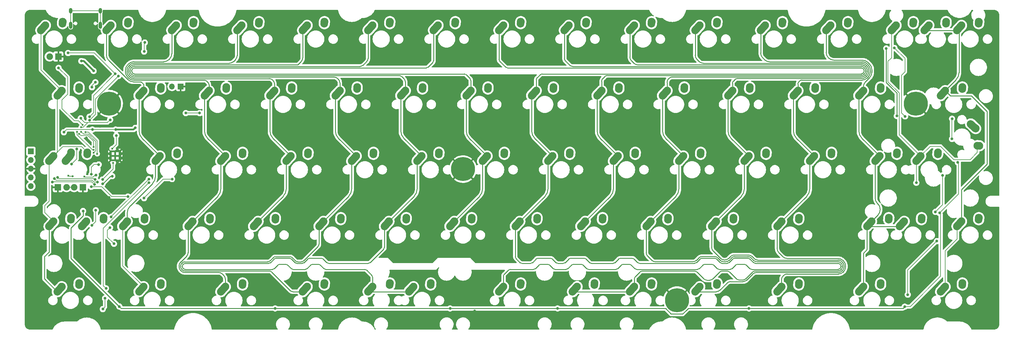
<source format=gtl>
%TF.GenerationSoftware,KiCad,Pcbnew,(6.0.0)*%
%TF.CreationDate,2022-07-27T21:35:25+03:00*%
%TF.ProjectId,SST60,53535436-302e-46b6-9963-61645f706362,0.1*%
%TF.SameCoordinates,Original*%
%TF.FileFunction,Copper,L1,Top*%
%TF.FilePolarity,Positive*%
%FSLAX46Y46*%
G04 Gerber Fmt 4.6, Leading zero omitted, Abs format (unit mm)*
G04 Created by KiCad (PCBNEW (6.0.0)) date 2022-07-27 21:35:25*
%MOMM*%
%LPD*%
G01*
G04 APERTURE LIST*
G04 Aperture macros list*
%AMHorizOval*
0 Thick line with rounded ends*
0 $1 width*
0 $2 $3 position (X,Y) of the first rounded end (center of the circle)*
0 $4 $5 position (X,Y) of the second rounded end (center of the circle)*
0 Add line between two ends*
20,1,$1,$2,$3,$4,$5,0*
0 Add two circle primitives to create the rounded ends*
1,1,$1,$2,$3*
1,1,$1,$4,$5*%
G04 Aperture macros list end*
%TA.AperFunction,ComponentPad*%
%ADD10C,1.000000*%
%TD*%
%TA.AperFunction,ComponentPad*%
%ADD11C,7.000240*%
%TD*%
%TA.AperFunction,ComponentPad*%
%ADD12C,7.001300*%
%TD*%
%TA.AperFunction,ComponentPad*%
%ADD13C,2.250000*%
%TD*%
%TA.AperFunction,ComponentPad*%
%ADD14HorizOval,2.250000X0.655001X0.730000X-0.655001X-0.730000X0*%
%TD*%
%TA.AperFunction,ComponentPad*%
%ADD15HorizOval,2.250000X0.020000X0.290000X-0.020000X-0.290000X0*%
%TD*%
%TA.AperFunction,ComponentPad*%
%ADD16C,1.905000*%
%TD*%
%TA.AperFunction,ComponentPad*%
%ADD17R,1.905000X1.905000*%
%TD*%
%TA.AperFunction,ComponentPad*%
%ADD18HorizOval,2.250000X0.290000X-0.019999X-0.290000X0.019999X0*%
%TD*%
%TA.AperFunction,ComponentPad*%
%ADD19HorizOval,2.250000X0.730004X-0.654995X-0.730004X0.654995X0*%
%TD*%
%TA.AperFunction,ComponentPad*%
%ADD20HorizOval,2.250000X0.655008X0.729993X-0.655008X-0.729993X0*%
%TD*%
%TA.AperFunction,ComponentPad*%
%ADD21HorizOval,2.250000X0.020004X0.290000X-0.020004X-0.290000X0*%
%TD*%
%TA.AperFunction,ComponentPad*%
%ADD22O,1.000000X1.600000*%
%TD*%
%TA.AperFunction,ComponentPad*%
%ADD23O,1.000000X2.100000*%
%TD*%
%TA.AperFunction,ComponentPad*%
%ADD24C,0.600000*%
%TD*%
%TA.AperFunction,ComponentPad*%
%ADD25R,1.700000X1.700000*%
%TD*%
%TA.AperFunction,ComponentPad*%
%ADD26O,1.700000X1.700000*%
%TD*%
%TA.AperFunction,ViaPad*%
%ADD27C,0.800000*%
%TD*%
%TA.AperFunction,ViaPad*%
%ADD28C,0.600000*%
%TD*%
%TA.AperFunction,Conductor*%
%ADD29C,0.200000*%
%TD*%
%TA.AperFunction,Conductor*%
%ADD30C,0.500000*%
%TD*%
%TA.AperFunction,Conductor*%
%ADD31C,0.250000*%
%TD*%
G04 APERTURE END LIST*
D10*
%TO.P,H1,1,1*%
%TO.N,GND*%
X55709904Y-66404904D03*
X57336250Y-70331250D03*
X58962596Y-69657596D03*
X55036250Y-68031250D03*
X292186250Y-70331250D03*
X57336250Y-65731250D03*
D11*
X292186250Y-68031250D03*
D10*
X59636250Y-68031250D03*
X58962596Y-66404904D03*
X292186250Y-65731250D03*
D12*
X57336250Y-68031250D03*
D11*
X160336250Y-87131250D03*
D10*
X55709904Y-69657596D03*
D11*
X222636250Y-125331250D03*
D10*
%TO.P,H1,3*%
%TO.N,N/C*%
X293635250Y-70413250D03*
%TO.P,H1,4*%
X290714250Y-70413250D03*
%TO.P,H1,5*%
X290841250Y-65714250D03*
%TO.P,H1,6*%
X293635250Y-65714250D03*
%TD*%
D13*
%TO.P,1.50u,1,COL*%
%TO.N,col0*%
X43537500Y-121412500D03*
D14*
X42882501Y-122142500D03*
D13*
%TO.P,1.50u,2,ROW*%
%TO.N,Net-(D5-Pad2)*%
X48577500Y-120332500D03*
D15*
X48557500Y-120622500D03*
%TD*%
D14*
%TO.P,T,1,COL*%
%TO.N,col5*%
X142895001Y-64992500D03*
D13*
X143550000Y-64262500D03*
%TO.P,T,2,ROW*%
%TO.N,Net-(D26-Pad2)*%
X148590000Y-63182500D03*
D15*
X148570000Y-63472500D03*
%TD*%
D13*
%TO.P,Tab,1,COL*%
%TO.N,col0*%
X43537500Y-64262500D03*
D14*
X42882501Y-64992500D03*
D15*
%TO.P,Tab,2,ROW*%
%TO.N,Net-(D2-Pad2)*%
X48557500Y-63472500D03*
D13*
X48577500Y-63182500D03*
%TD*%
%TO.P,[,1,COL*%
%TO.N,col11*%
X257850000Y-64262500D03*
D14*
X257195001Y-64992500D03*
D13*
%TO.P,[,2,ROW*%
%TO.N,Net-(D54-Pad2)*%
X262890000Y-63182500D03*
D15*
X262870000Y-63472500D03*
%TD*%
D13*
%TO.P,1.50u,1,COL*%
%TO.N,col11*%
X253087500Y-121412500D03*
D14*
X252432501Y-122142500D03*
D15*
%TO.P,1.50u,2,ROW*%
%TO.N,Net-(D57-Pad2)*%
X258107500Y-120622500D03*
D13*
X258127500Y-120332500D03*
%TD*%
D14*
%TO.P,R,1,COL*%
%TO.N,col4*%
X123845001Y-64992500D03*
D13*
X124500000Y-64262500D03*
%TO.P,R,2,ROW*%
%TO.N,Net-(D21-Pad2)*%
X129540000Y-63182500D03*
D15*
X129520000Y-63472500D03*
%TD*%
D13*
%TO.P,<,1,COL*%
%TO.N,col9*%
X214987500Y-102362500D03*
D14*
X214332501Y-103092500D03*
D13*
%TO.P,<,2,ROW*%
%TO.N,Net-(D46-Pad2)*%
X220027500Y-101282500D03*
D15*
X220007500Y-101572500D03*
%TD*%
D14*
%TO.P,Stepped,1,COL*%
%TO.N,col0*%
X40501251Y-84042500D03*
D13*
X41156250Y-83312500D03*
%TO.P,Stepped,2,ROW*%
%TO.N,Net-(D3-Pad2)*%
X46196250Y-82232500D03*
D15*
X46176250Y-82522500D03*
D16*
%TO.P,Stepped,3,LED*%
%TO.N,Net-(MX1-Pad3)*%
X44926250Y-92392500D03*
D17*
%TO.P,Stepped,4,LEDGND*%
%TO.N,GND*%
X42386250Y-92392500D03*
%TD*%
D14*
%TO.P,S,1,COL*%
%TO.N,col2*%
X90507501Y-84042500D03*
D13*
X91162500Y-83312500D03*
%TO.P,S,2,ROW*%
%TO.N,Net-(D14-Pad2)*%
X96202500Y-82232500D03*
D15*
X96182500Y-82522500D03*
%TD*%
D14*
%TO.P,B,1,COL*%
%TO.N,col6*%
X157182501Y-103092500D03*
D13*
X157837500Y-102362500D03*
D15*
%TO.P,B,2,ROW*%
%TO.N,Net-(D33-Pad2)*%
X162857500Y-101572500D03*
D13*
X162877500Y-101282500D03*
%TD*%
D14*
%TO.P,H,1,COL*%
%TO.N,col6*%
X166707501Y-84042500D03*
D13*
X167362500Y-83312500D03*
D15*
%TO.P,H,2,ROW*%
%TO.N,Net-(D32-Pad2)*%
X172382500Y-82522500D03*
D13*
X172402500Y-82232500D03*
%TD*%
%TO.P,D,1,COL*%
%TO.N,col3*%
X110212500Y-83312500D03*
D14*
X109557501Y-84042500D03*
D15*
%TO.P,D,2,ROW*%
%TO.N,Net-(D18-Pad2)*%
X115232500Y-82522500D03*
D13*
X115252500Y-82232500D03*
%TD*%
D14*
%TO.P,J,1,COL*%
%TO.N,col7*%
X185757501Y-84042500D03*
D13*
X186412500Y-83312500D03*
D15*
%TO.P,J,2,ROW*%
%TO.N,Net-(D36-Pad2)*%
X191432500Y-82522500D03*
D13*
X191452500Y-82232500D03*
%TD*%
%TO.P,ISO,1,COL*%
%TO.N,col12*%
X281662500Y-83312500D03*
D14*
X281007501Y-84042500D03*
D13*
%TO.P,ISO,2,ROW*%
%TO.N,Net-(D60-Pad2)*%
X286702500Y-82232500D03*
D15*
X286682500Y-82522500D03*
%TD*%
D13*
%TO.P,1u,1,COL*%
%TO.N,col4*%
X114975000Y-121412500D03*
D14*
X114320001Y-122142500D03*
D13*
%TO.P,1u,2,ROW*%
%TO.N,Net-(D24-Pad2)*%
X120015000Y-120332500D03*
D15*
X119995000Y-120622500D03*
%TD*%
D14*
%TO.P,Z,1,COL*%
%TO.N,col2*%
X80982501Y-103092500D03*
D13*
X81637500Y-102362500D03*
D15*
%TO.P,Z,2,ROW*%
%TO.N,Net-(D11-Pad2)*%
X86657500Y-101572500D03*
D13*
X86677500Y-101282500D03*
%TD*%
%TO.P,1u,1,COL*%
%TO.N,col14*%
X305475000Y-102362500D03*
D14*
X304820001Y-103092500D03*
D15*
%TO.P,1u,2,ROW*%
%TO.N,Net-(D67-Pad2)*%
X310495000Y-101572500D03*
D13*
X310515000Y-101282500D03*
%TD*%
%TO.P,W,1,COL*%
%TO.N,col2*%
X86400000Y-64262500D03*
D14*
X85745001Y-64992500D03*
D15*
%TO.P,W,2,ROW*%
%TO.N,Net-(D13-Pad2)*%
X91420000Y-63472500D03*
D13*
X91440000Y-63182500D03*
%TD*%
%TO.P,-,1,COL*%
%TO.N,col11*%
X248325000Y-45212500D03*
D14*
X247670001Y-45942500D03*
D13*
%TO.P,-,2,ROW*%
%TO.N,Net-(D53-Pad2)*%
X253365000Y-44132500D03*
D15*
X253345000Y-44422500D03*
%TD*%
D14*
%TO.P,1.75u,1,COL*%
%TO.N,col12*%
X278626251Y-103092500D03*
D13*
X279281250Y-102362500D03*
%TO.P,1.75u,2,ROW*%
%TO.N,Net-(D61-Pad2)*%
X284321250Y-101282500D03*
D15*
X284301250Y-101572500D03*
%TD*%
D14*
%TO.P,V,1,COL*%
%TO.N,col5*%
X138132501Y-103092500D03*
D13*
X138787500Y-102362500D03*
D15*
%TO.P,V,2,ROW*%
%TO.N,Net-(D28-Pad2)*%
X143807500Y-101572500D03*
D13*
X143827500Y-101282500D03*
%TD*%
D14*
%TO.P,X,1,COL*%
%TO.N,col3*%
X100032501Y-103092500D03*
D13*
X100687500Y-102362500D03*
D15*
%TO.P,X,2,ROW*%
%TO.N,Net-(D19-Pad2)*%
X105707500Y-101572500D03*
D13*
X105727500Y-101282500D03*
%TD*%
D14*
%TO.P,1u,1,COL*%
%TO.N,col12*%
X276245001Y-122142500D03*
D13*
X276900000Y-121412500D03*
%TO.P,1u,2,ROW*%
%TO.N,Net-(D62-Pad2)*%
X281940000Y-120332500D03*
D15*
X281920000Y-120622500D03*
%TD*%
D14*
%TO.P,5,1,COL*%
%TO.N,col5*%
X133370001Y-45942500D03*
D13*
X134025000Y-45212500D03*
D15*
%TO.P,5,2,ROW*%
%TO.N,Net-(D25-Pad2)*%
X139045000Y-44422500D03*
D13*
X139065000Y-44132500D03*
%TD*%
D14*
%TO.P,G,1,COL*%
%TO.N,col5*%
X147657501Y-84042500D03*
D13*
X148312500Y-83312500D03*
D15*
%TO.P,G,2,ROW*%
%TO.N,Net-(D27-Pad2)*%
X153332500Y-82522500D03*
D13*
X153352500Y-82232500D03*
%TD*%
%TO.P,1u,1,COL*%
%TO.N,col10*%
X229275000Y-121412500D03*
D14*
X228620001Y-122142500D03*
D15*
%TO.P,1u,2,ROW*%
%TO.N,Net-(D52-Pad2)*%
X234295000Y-120622500D03*
D13*
X234315000Y-120332500D03*
%TD*%
%TO.P,:,1,COL*%
%TO.N,col10*%
X243562500Y-83312500D03*
D14*
X242907501Y-84042500D03*
D15*
%TO.P,:,2,ROW*%
%TO.N,Net-(D50-Pad2)*%
X248582500Y-82522500D03*
D13*
X248602500Y-82232500D03*
%TD*%
D14*
%TO.P,8,1,COL*%
%TO.N,col8*%
X190520001Y-45942500D03*
D13*
X191175000Y-45212500D03*
%TO.P,8,2,ROW*%
%TO.N,Net-(D39-Pad2)*%
X196215000Y-44132500D03*
D15*
X196195000Y-44422500D03*
%TD*%
D14*
%TO.P,P,1,COL*%
%TO.N,col10*%
X238145001Y-64992500D03*
D13*
X238800000Y-64262500D03*
D15*
%TO.P,P,2,ROW*%
%TO.N,Net-(D49-Pad2)*%
X243820000Y-63472500D03*
D13*
X243840000Y-63182500D03*
%TD*%
%TO.P,2.25u,1,COL*%
%TO.N,col5*%
X145931250Y-121412500D03*
D14*
X145276251Y-122142500D03*
D15*
%TO.P,2.25u,2,ROW*%
%TO.N,Net-(D29-Pad2)*%
X150951250Y-120622500D03*
D13*
X150971250Y-120332500D03*
%TD*%
D14*
%TO.P,Q,1,COL*%
%TO.N,col1*%
X66695001Y-64992500D03*
D13*
X67350000Y-64262500D03*
%TO.P,Q,2,ROW*%
%TO.N,Net-(D7-Pad2)*%
X72390000Y-63182500D03*
D15*
X72370000Y-63472500D03*
%TD*%
D14*
%TO.P,1,1,COL*%
%TO.N,col1*%
X57170001Y-45942500D03*
D13*
X57825000Y-45212500D03*
D15*
%TO.P,1,2,ROW*%
%TO.N,Net-(D6-Pad2)*%
X62845000Y-44422500D03*
D13*
X62865000Y-44132500D03*
%TD*%
%TO.P,Y,1,COL*%
%TO.N,col6*%
X162600000Y-64262500D03*
D14*
X161945001Y-64992500D03*
D15*
%TO.P,Y,2,ROW*%
%TO.N,Net-(D31-Pad2)*%
X167620000Y-63472500D03*
D13*
X167640000Y-63182500D03*
%TD*%
%TO.P,],1,COL*%
%TO.N,col12*%
X276900000Y-64262500D03*
D14*
X276245001Y-64992500D03*
D13*
%TO.P,],2,ROW*%
%TO.N,Net-(D59-Pad2)*%
X281940000Y-63182500D03*
D15*
X281920000Y-63472500D03*
%TD*%
D14*
%TO.P,1u/7u/10u,1,COL*%
%TO.N,col7*%
X171470001Y-122142500D03*
D13*
X172125000Y-121412500D03*
D15*
%TO.P,1u/7u/10u,2,ROW*%
%TO.N,Net-(D38-Pad2)*%
X177145000Y-120622500D03*
D13*
X177165000Y-120332500D03*
%TD*%
D15*
%TO.P,9,2,ROW*%
%TO.N,Net-(D43-Pad2)*%
X215245000Y-44422500D03*
D13*
X215265000Y-44132500D03*
%TO.P,9,1,COL*%
%TO.N,col9*%
X210225000Y-45212500D03*
D14*
X209570001Y-45942500D03*
%TD*%
%TO.P,1u,1,COL*%
%TO.N,col1*%
X61932501Y-103092500D03*
D13*
X62587500Y-102362500D03*
%TO.P,1u,2,ROW*%
%TO.N,Net-(D9-Pad2)*%
X67627500Y-101282500D03*
D15*
X67607500Y-101572500D03*
%TD*%
D13*
%TO.P,>,1,COL*%
%TO.N,col10*%
X234037500Y-102362500D03*
D14*
X233382501Y-103092500D03*
D13*
%TO.P,>,2,ROW*%
%TO.N,Net-(D51-Pad2)*%
X239077500Y-101282500D03*
D15*
X239057500Y-101572500D03*
%TD*%
D13*
%TO.P,2.75u,1,COL*%
%TO.N,col12*%
X288806250Y-102362500D03*
D14*
X288151251Y-103092500D03*
D13*
%TO.P,2.75u,2,ROW*%
%TO.N,Net-(D61-Pad2)*%
X293846250Y-101282500D03*
D15*
X293826250Y-101572500D03*
%TD*%
D13*
%TO.P,MX77,1,COL*%
%TO.N,col7*%
X172125000Y-121412500D03*
D14*
X171470001Y-122142500D03*
D13*
%TO.P,MX77,2,ROW*%
%TO.N,Net-(D38-Pad2)*%
X177165000Y-120332500D03*
D15*
X177145000Y-120622500D03*
%TD*%
D14*
%TO.P,C,1,COL*%
%TO.N,col4*%
X119082501Y-103092500D03*
D13*
X119737500Y-102362500D03*
D15*
%TO.P,C,2,ROW*%
%TO.N,Net-(D23-Pad2)*%
X124757500Y-101572500D03*
D13*
X124777500Y-101282500D03*
%TD*%
D14*
%TO.P,E,1,COL*%
%TO.N,col3*%
X104795001Y-64992500D03*
D13*
X105450000Y-64262500D03*
D15*
%TO.P,E,2,ROW*%
%TO.N,Net-(D17-Pad2)*%
X110470000Y-63472500D03*
D13*
X110490000Y-63182500D03*
%TD*%
%TO.P,ANSI,1,COL*%
%TO.N,col13*%
X293568750Y-83312500D03*
D14*
X292913751Y-84042500D03*
D13*
%TO.P,ANSI,2,ROW*%
%TO.N,Net-(D64-Pad2)*%
X298608750Y-82232500D03*
D15*
X298588750Y-82522500D03*
%TD*%
D13*
%TO.P,A,1,COL*%
%TO.N,col1*%
X72112500Y-83312500D03*
D14*
X71457501Y-84042500D03*
D13*
%TO.P,A,2,ROW*%
%TO.N,Net-(D8-Pad2)*%
X77152500Y-82232500D03*
D15*
X77132500Y-82522500D03*
%TD*%
D14*
%TO.P,1u,1,COL*%
%TO.N,col14*%
X304820001Y-45942500D03*
D13*
X305475000Y-45212500D03*
%TO.P,1u,2,ROW*%
%TO.N,Net-(D65-Pad2)*%
X310515000Y-44132500D03*
D15*
X310495000Y-44422500D03*
%TD*%
D13*
%TO.P,0,1,COL*%
%TO.N,col10*%
X229275000Y-45212500D03*
D14*
X228620001Y-45942500D03*
D15*
%TO.P,0,2,ROW*%
%TO.N,Net-(D48-Pad2)*%
X234295000Y-44422500D03*
D13*
X234315000Y-44132500D03*
%TD*%
D14*
%TO.P,L,1,COL*%
%TO.N,col9*%
X223857501Y-84042500D03*
D13*
X224512500Y-83312500D03*
%TO.P,L,2,ROW*%
%TO.N,Net-(D45-Pad2)*%
X229552500Y-82232500D03*
D15*
X229532500Y-82522500D03*
%TD*%
D13*
%TO.P,I,1,COL*%
%TO.N,col8*%
X200700000Y-64262500D03*
D14*
X200045001Y-64992500D03*
D13*
%TO.P,I,2,ROW*%
%TO.N,Net-(D40-Pad2)*%
X205740000Y-63182500D03*
D15*
X205720000Y-63472500D03*
%TD*%
D13*
%TO.P,M,1,COL*%
%TO.N,col8*%
X195937500Y-102362500D03*
D14*
X195282501Y-103092500D03*
D13*
%TO.P,M,2,ROW*%
%TO.N,Net-(D42-Pad2)*%
X200977500Y-101282500D03*
D15*
X200957500Y-101572500D03*
%TD*%
D13*
%TO.P,2u,1,COL*%
%TO.N,col14*%
X295950000Y-45212500D03*
D14*
X295295001Y-45942500D03*
D13*
%TO.P,2u,2,ROW*%
%TO.N,Net-(D65-Pad2)*%
X300990000Y-44132500D03*
D15*
X300970000Y-44422500D03*
%TD*%
D14*
%TO.P,?,1,COL*%
%TO.N,col11*%
X252432501Y-103092500D03*
D13*
X253087500Y-102362500D03*
%TO.P,?,2,ROW*%
%TO.N,Net-(D56-Pad2)*%
X258127500Y-101282500D03*
D15*
X258107500Y-101572500D03*
%TD*%
D13*
%TO.P,F,1,COL*%
%TO.N,col4*%
X129262500Y-83312500D03*
D14*
X128607501Y-84042500D03*
D15*
%TO.P,F,2,ROW*%
%TO.N,Net-(D22-Pad2)*%
X134282500Y-82522500D03*
D13*
X134302500Y-82232500D03*
%TD*%
D18*
%TO.P,ISO,1,COL*%
%TO.N,col13*%
X310383750Y-80307499D03*
D13*
X310673750Y-80327500D03*
%TO.P,ISO,2,ROW*%
%TO.N,Net-(D64-Pad2)*%
X309593750Y-75287500D03*
D19*
X308863754Y-74632495D03*
%TD*%
D14*
%TO.P,1u,1,COL*%
%TO.N,col1*%
X66695001Y-122142500D03*
D13*
X67350000Y-121412500D03*
D15*
%TO.P,1u,2,ROW*%
%TO.N,Net-(D10-Pad2)*%
X72370000Y-120622500D03*
D13*
X72390000Y-120332500D03*
%TD*%
D14*
%TO.P,N,1,COL*%
%TO.N,col7*%
X176232501Y-103092500D03*
D13*
X176887500Y-102362500D03*
D15*
%TO.P,N,2,ROW*%
%TO.N,Net-(D37-Pad2)*%
X181907500Y-101572500D03*
D13*
X181927500Y-101282500D03*
%TD*%
%TO.P,3,1,COL*%
%TO.N,col3*%
X95925000Y-45212500D03*
D14*
X95270001Y-45942500D03*
D15*
%TO.P,3,2,ROW*%
%TO.N,Net-(D16-Pad2)*%
X100945000Y-44422500D03*
D13*
X100965000Y-44132500D03*
%TD*%
%TO.P,6,1,COL*%
%TO.N,col6*%
X153075000Y-45212500D03*
D14*
X152420001Y-45942500D03*
D13*
%TO.P,6,2,ROW*%
%TO.N,Net-(D30-Pad2)*%
X158115000Y-44132500D03*
D15*
X158095000Y-44422500D03*
%TD*%
D14*
%TO.P,2.75u,1,COL*%
%TO.N,col9*%
X192901251Y-122142500D03*
D13*
X193556250Y-121412500D03*
%TO.P,2.75u,2,ROW*%
%TO.N,Net-(D47-Pad2)*%
X198596250Y-120332500D03*
D15*
X198576250Y-120622500D03*
%TD*%
D13*
%TO.P,",1,COL*%
%TO.N,col11*%
X262612500Y-83312500D03*
D14*
X261957501Y-84042500D03*
D15*
%TO.P,",2,ROW*%
%TO.N,Net-(D55-Pad2)*%
X267632500Y-82522500D03*
D13*
X267652500Y-82232500D03*
%TD*%
%TO.P,Esc,1,COL*%
%TO.N,col0*%
X38775000Y-45212500D03*
D14*
X38120001Y-45942500D03*
D13*
%TO.P,Esc,2,ROW*%
%TO.N,Net-(D1-Pad2)*%
X43815000Y-44132500D03*
D15*
X43795000Y-44422500D03*
D16*
%TO.P,Esc,3,LED*%
%TO.N,Net-(MX3-Pad3)*%
X40005000Y-54292500D03*
D17*
%TO.P,Esc,4,LEDGND*%
%TO.N,GND*%
X42545000Y-54292500D03*
%TD*%
D13*
%TO.P,1.50u,1,COL*%
%TO.N,col2*%
X91162500Y-121412500D03*
D14*
X90507501Y-122142500D03*
D13*
%TO.P,1.50u,2,ROW*%
%TO.N,Net-(D15-Pad2)*%
X96202500Y-120332500D03*
D15*
X96182500Y-120622500D03*
%TD*%
D14*
%TO.P,=,1,COL*%
%TO.N,col12*%
X266720001Y-45942500D03*
D13*
X267375000Y-45212500D03*
%TO.P,=,2,ROW*%
%TO.N,Net-(D58-Pad2)*%
X272415000Y-44132500D03*
D15*
X272395000Y-44422500D03*
%TD*%
D14*
%TO.P,3u,1,COL*%
%TO.N,col5*%
X133370001Y-122142500D03*
D13*
X134025000Y-121412500D03*
D15*
%TO.P,3u,2,ROW*%
%TO.N,Net-(D29-Pad2)*%
X139045000Y-120622500D03*
D13*
X139065000Y-120332500D03*
%TD*%
%TO.P,1u,1,COL*%
%TO.N,col13*%
X286425000Y-45212500D03*
D14*
X285770001Y-45942500D03*
D13*
%TO.P,1u,2,ROW*%
%TO.N,Net-(D63-Pad2)*%
X291465000Y-44132500D03*
D15*
X291445000Y-44422500D03*
%TD*%
D13*
%TO.P,K,1,COL*%
%TO.N,col8*%
X205462500Y-83312500D03*
D14*
X204807501Y-84042500D03*
D15*
%TO.P,K,2,ROW*%
%TO.N,Net-(D41-Pad2)*%
X210482500Y-82522500D03*
D13*
X210502500Y-82232500D03*
%TD*%
D14*
%TO.P,1.25u,1,COL*%
%TO.N,col0*%
X40501251Y-103092500D03*
D13*
X41156250Y-102362500D03*
D15*
%TO.P,1.25u,2,ROW*%
%TO.N,Net-(D4-Pad2)*%
X46176250Y-101572500D03*
D13*
X46196250Y-101282500D03*
%TD*%
D14*
%TO.P,2,1,COL*%
%TO.N,col2*%
X76220001Y-45942500D03*
D13*
X76875000Y-45212500D03*
D15*
%TO.P,2,2,ROW*%
%TO.N,Net-(D12-Pad2)*%
X81895000Y-44422500D03*
D13*
X81915000Y-44132500D03*
%TD*%
%TO.P,\u005C,1,COL*%
%TO.N,col14*%
X300712500Y-64262500D03*
D14*
X300057501Y-64992500D03*
D15*
%TO.P,\u005C,2,ROW*%
%TO.N,Net-(D66-Pad2)*%
X305732500Y-63472500D03*
D13*
X305752500Y-63182500D03*
%TD*%
%TO.P,3u,1,COL*%
%TO.N,col9*%
X210225000Y-121412500D03*
D14*
X209570001Y-122142500D03*
D13*
%TO.P,3u,2,ROW*%
%TO.N,Net-(D47-Pad2)*%
X215265000Y-120332500D03*
D15*
X215245000Y-120622500D03*
%TD*%
D13*
%TO.P,Full,1,COL*%
%TO.N,Net-(D3-Pad2)*%
X45918750Y-83312500D03*
D20*
X45263758Y-84042507D03*
D13*
%TO.P,Full,2,ROW*%
%TO.N,col0*%
X50958750Y-82232500D03*
D21*
X50938754Y-82522500D03*
D16*
%TO.P,Full,3,LED*%
%TO.N,Net-(MX1-Pad3)*%
X47148750Y-92392500D03*
D17*
%TO.P,Full,4,LEDGND*%
%TO.N,GND*%
X49688750Y-92392500D03*
%TD*%
D14*
%TO.P,7,1,COL*%
%TO.N,col7*%
X171470001Y-45942500D03*
D13*
X172125000Y-45212500D03*
D15*
%TO.P,7,2,ROW*%
%TO.N,Net-(D34-Pad2)*%
X177145000Y-44422500D03*
D13*
X177165000Y-44132500D03*
%TD*%
D14*
%TO.P,O,1,COL*%
%TO.N,col9*%
X219095001Y-64992500D03*
D13*
X219750000Y-64262500D03*
%TO.P,O,2,ROW*%
%TO.N,Net-(D44-Pad2)*%
X224790000Y-63182500D03*
D15*
X224770000Y-63472500D03*
%TD*%
D13*
%TO.P,1.50u,1,COL*%
%TO.N,col14*%
X300712500Y-121412500D03*
D14*
X300057501Y-122142500D03*
D13*
%TO.P,1.50u,2,ROW*%
%TO.N,Net-(D68-Pad2)*%
X305752500Y-120332500D03*
D15*
X305732500Y-120622500D03*
%TD*%
D13*
%TO.P,2.25u,1,COL*%
%TO.N,col0*%
X50681250Y-102362500D03*
D14*
X50026251Y-103092500D03*
D15*
%TO.P,2.25u,2,ROW*%
%TO.N,Net-(D4-Pad2)*%
X55701250Y-101572500D03*
D13*
X55721250Y-101282500D03*
%TD*%
%TO.P,MX42,1,COL*%
%TO.N,col7*%
X172125000Y-121412500D03*
D14*
X171470001Y-122142500D03*
D15*
%TO.P,MX42,2,ROW*%
%TO.N,Net-(D38-Pad2)*%
X177145000Y-120622500D03*
D13*
X177165000Y-120332500D03*
%TD*%
D14*
%TO.P,4,1,COL*%
%TO.N,col4*%
X114320001Y-45942500D03*
D13*
X114975000Y-45212500D03*
D15*
%TO.P,4,2,ROW*%
%TO.N,Net-(D20-Pad2)*%
X119995000Y-44422500D03*
D13*
X120015000Y-44132500D03*
%TD*%
D14*
%TO.P,U,1,COL*%
%TO.N,col7*%
X180995001Y-64992500D03*
D13*
X181650000Y-64262500D03*
D15*
%TO.P,U,2,ROW*%
%TO.N,Net-(D35-Pad2)*%
X186670000Y-63472500D03*
D13*
X186690000Y-63182500D03*
%TD*%
D22*
%TO.P,USB1,13,SHIELD*%
%TO.N,GNDREF*%
X46130000Y-40987500D03*
D23*
X54770000Y-45167500D03*
X46130000Y-45167500D03*
D22*
X54770000Y-40987500D03*
%TD*%
D24*
%TO.P,U1,57,GND*%
%TO.N,GND*%
X57825000Y-83250000D03*
X57825000Y-81975000D03*
X59100000Y-84525000D03*
X59100000Y-81975000D03*
X60375000Y-83250000D03*
X59100000Y-83250000D03*
X60375000Y-84525000D03*
X57825000Y-84525000D03*
X60375000Y-81975000D03*
%TD*%
D25*
%TO.P,J2,1,Pin_1*%
%TO.N,RESET*%
X34550000Y-81925000D03*
D26*
%TO.P,J2,2,Pin_2*%
%TO.N,+3V3*%
X34550000Y-84465000D03*
%TO.P,J2,3,Pin_3*%
%TO.N,GND*%
X34550000Y-87005000D03*
%TO.P,J2,4,Pin_4*%
%TO.N,SWDIO*%
X34550000Y-89545000D03*
%TO.P,J2,5,Pin_5*%
%TO.N,SWCLK*%
X34550000Y-92085000D03*
%TD*%
D25*
%TO.P,SW1,1,1*%
%TO.N,GND*%
X78175000Y-63025000D03*
D26*
%TO.P,SW1,2,2*%
%TO.N,Net-(R_Flash1-Pad1)*%
X75635000Y-63025000D03*
%TD*%
D27*
%TO.N,GND*%
X199525000Y-47125000D03*
X278725000Y-51275000D03*
X51150000Y-88025000D03*
X155675000Y-123800000D03*
X80725000Y-69800000D03*
X82575000Y-84575000D03*
X54700000Y-74650000D03*
X78175000Y-69700000D03*
X286400000Y-61300000D03*
X104050000Y-47225000D03*
X60400000Y-90525000D03*
X237300000Y-46625000D03*
X52275000Y-93550000D03*
X162300000Y-121950000D03*
X57300000Y-95375000D03*
X50200000Y-65850000D03*
X75275000Y-73025000D03*
X220200000Y-119350000D03*
D28*
X64650000Y-79625000D03*
D27*
X165300000Y-130925000D03*
X50725000Y-78075000D03*
X300750000Y-104275000D03*
X161800000Y-125875000D03*
X74575000Y-82025000D03*
X81450000Y-90575000D03*
X247225000Y-126050000D03*
X62600000Y-54475000D03*
X49100000Y-59825000D03*
X187750000Y-120125000D03*
X109100000Y-42525000D03*
X44400000Y-78700000D03*
X68675000Y-83275000D03*
X300600000Y-75350000D03*
X46150000Y-47325000D03*
X63375000Y-92000000D03*
X163725000Y-128500000D03*
X53250000Y-112075000D03*
X275250000Y-46450000D03*
X239775000Y-42650000D03*
X127300000Y-48750000D03*
X205100000Y-51000000D03*
X109900000Y-50950000D03*
X249700000Y-75125000D03*
X236650000Y-118650000D03*
X307725000Y-86625000D03*
X281850000Y-50600000D03*
X60000000Y-101500000D03*
X295950000Y-41700000D03*
X79800000Y-45500000D03*
X213275000Y-131375000D03*
X259475000Y-47900000D03*
X164875000Y-45600000D03*
X177400000Y-61975000D03*
X127225000Y-121725000D03*
X203150000Y-121300000D03*
X71900000Y-50700000D03*
D28*
X53475000Y-72825000D03*
D27*
X231025000Y-75900000D03*
X57075000Y-42425000D03*
X43975000Y-72425000D03*
X133650000Y-74275000D03*
X228550000Y-126300000D03*
X155200000Y-43375000D03*
X89950000Y-48025000D03*
D28*
X51450000Y-74550000D03*
D27*
X243000000Y-50825000D03*
X286650000Y-54325000D03*
X117425000Y-44275000D03*
X104700000Y-123625000D03*
X201675000Y-117675000D03*
X93525000Y-74050000D03*
X200800000Y-90875000D03*
X248250000Y-131275000D03*
X221125000Y-47950000D03*
X205100000Y-125500000D03*
X279725000Y-45050000D03*
X65600000Y-87350000D03*
X148200000Y-50975000D03*
X144500000Y-42650000D03*
X212450000Y-43650000D03*
X250800000Y-45450000D03*
X52875000Y-83300000D03*
X37500000Y-90500000D03*
X211500000Y-77475000D03*
X142275000Y-46850000D03*
D28*
X48625000Y-47900000D03*
D27*
X183450000Y-47525000D03*
%TO.N,+5V*%
X49225000Y-55625000D03*
X52800000Y-58500000D03*
D28*
%TO.N,row0*%
X52842941Y-81532074D03*
D27*
X51601460Y-71875000D03*
X45375000Y-53275000D03*
D28*
X48000000Y-76250000D03*
D27*
X59100000Y-59350000D03*
%TO.N,row1*%
X57625000Y-72750000D03*
X49075000Y-72325000D03*
D28*
X52851390Y-82331532D03*
X49202294Y-76245025D03*
D27*
X83675000Y-70800000D03*
X79650000Y-70800000D03*
D28*
X49199500Y-74900000D03*
D27*
%TO.N,row2*%
X52125000Y-92300000D03*
X54300000Y-85799500D03*
X75650000Y-90025000D03*
X62800000Y-95125000D03*
X67500000Y-95600000D03*
X52175000Y-88625000D03*
%TO.N,row3*%
X57942878Y-101067878D03*
X57575000Y-104175000D03*
X58725000Y-108900000D03*
X68882122Y-90042878D03*
%TO.N,row4*%
X68925000Y-91075000D03*
X56150000Y-124800000D03*
X55500000Y-127950000D03*
X56425000Y-121900000D03*
%TO.N,Net-(D69-Pad3)*%
X47925000Y-81299500D03*
X46375000Y-85675000D03*
%TO.N,Net-(D70-Pad3)*%
X52350000Y-103550000D03*
X53450000Y-99125000D03*
D28*
%TO.N,RGB*%
X48602794Y-76829972D03*
D27*
X67525000Y-52850000D03*
D28*
X52799659Y-80650340D03*
D27*
X51601460Y-72874503D03*
X67700000Y-50225000D03*
X60050000Y-59975000D03*
%TO.N,Net-(D81-Pad1)*%
X285950000Y-51825000D03*
X289050000Y-71750000D03*
%TO.N,Net-(D82-Pad3)*%
X298300000Y-108125000D03*
X289825000Y-123725000D03*
%TO.N,Net-(D83-Pad1)*%
X299925000Y-88975000D03*
X297875000Y-99600000D03*
%TO.N,D-*%
X52325000Y-63250000D03*
X53325000Y-61785756D03*
%TO.N,RESET*%
X53250511Y-90125296D03*
X42300000Y-89575000D03*
%TO.N,SWDIO*%
X53950011Y-90892878D03*
X41350000Y-89900000D03*
%TO.N,SWCLK*%
X40825000Y-90875000D03*
X53059821Y-91600500D03*
D28*
%TO.N,CAPSLED*%
X46700000Y-89200000D03*
X45425500Y-89020000D03*
X50075000Y-89300000D03*
D27*
X53465372Y-88915372D03*
D28*
%TO.N,ESCLED*%
X49603025Y-74209803D03*
X53850000Y-82675000D03*
X50475000Y-76350000D03*
D27*
X42610000Y-57620000D03*
D28*
%TO.N,+1V1*%
X58500000Y-85350000D03*
X58225000Y-81150000D03*
D27*
X55425000Y-90175000D03*
X59406334Y-77357910D03*
%TO.N,+3V3*%
X283575000Y-51950000D03*
X55425000Y-91450000D03*
X49750000Y-99350000D03*
X302725000Y-72450000D03*
X302700000Y-78325000D03*
X286650500Y-71625000D03*
X52450960Y-75599040D03*
X44150000Y-76375000D03*
X288950000Y-127225500D03*
X156600000Y-127750000D03*
X64950000Y-75100000D03*
X59225000Y-75600000D03*
X105650000Y-127750000D03*
X299075000Y-99925000D03*
X58225000Y-89175000D03*
X187875000Y-127750000D03*
X304400000Y-85175000D03*
X243600000Y-127750000D03*
X60300000Y-127200000D03*
%TO.N,col13*%
X292325000Y-91100000D03*
%TD*%
D29*
%TO.N,GND*%
X188225000Y-119650000D02*
X196275000Y-119650000D01*
D30*
X60375000Y-81975000D02*
X57825000Y-81975000D01*
D29*
X198250000Y-117675000D02*
X201675000Y-117675000D01*
X163725000Y-128500000D02*
X165300000Y-130075000D01*
D30*
X57825000Y-83250000D02*
X60375000Y-83250000D01*
X57825000Y-81975000D02*
X57825000Y-84525000D01*
X60375000Y-84525000D02*
X57825000Y-84525000D01*
X60375000Y-81975000D02*
X60375000Y-84525000D01*
D29*
X201675000Y-117675000D02*
X203150000Y-119150000D01*
X165300000Y-130075000D02*
X165300000Y-130925000D01*
X187750000Y-120125000D02*
X188225000Y-119650000D01*
X203150000Y-119150000D02*
X203150000Y-121300000D01*
D30*
X59100000Y-81975000D02*
X59100000Y-84525000D01*
D29*
X196275000Y-119650000D02*
X198250000Y-117675000D01*
D30*
%TO.N,+5V*%
X49225000Y-55625000D02*
X49925000Y-55625000D01*
X49925000Y-55625000D02*
X52800000Y-58500000D01*
D29*
%TO.N,GNDREF*%
X54770000Y-40987500D02*
X46130000Y-40987500D01*
X46130000Y-45167500D02*
X46130000Y-40987500D01*
X54770000Y-45167500D02*
X54770000Y-40987500D01*
%TO.N,row0*%
X51601460Y-71875000D02*
X52800000Y-70676460D01*
X48000000Y-76250000D02*
X48000000Y-77075000D01*
X52800000Y-70676460D02*
X52800000Y-65650000D01*
X48000000Y-77075000D02*
X52457074Y-81532074D01*
X45375000Y-53275000D02*
X53025000Y-53275000D01*
X52457074Y-81532074D02*
X52842941Y-81532074D01*
X53025000Y-53275000D02*
X59100000Y-59350000D01*
X52800000Y-65650000D02*
X59100000Y-59350000D01*
%TO.N,row1*%
X53442452Y-79027444D02*
X53442452Y-81780401D01*
X51086652Y-73574014D02*
X51899014Y-73574014D01*
X79650000Y-70800000D02*
X83675000Y-70800000D01*
X56800986Y-73574014D02*
X57625000Y-72750000D01*
X53051337Y-82131585D02*
X52851390Y-82331532D01*
X51390489Y-76975481D02*
X53442452Y-79027444D01*
X49199500Y-74900000D02*
X49760666Y-74900000D01*
X53091268Y-82131585D02*
X53051337Y-82131585D01*
X49760666Y-74900000D02*
X51086652Y-73574014D01*
X53442452Y-81780401D02*
X53091268Y-82131585D01*
X51899014Y-73574014D02*
X56800986Y-73574014D01*
X49199500Y-74900000D02*
X49650000Y-74900000D01*
X49202294Y-76245025D02*
X49932749Y-76975480D01*
X50224014Y-73574014D02*
X51899014Y-73574014D01*
X49075000Y-72425000D02*
X50224014Y-73574014D01*
X49932749Y-76975480D02*
X51390489Y-76975481D01*
X49075000Y-72325000D02*
X49075000Y-72425000D01*
%TO.N,row2*%
X52175000Y-86600000D02*
X53025000Y-85750000D01*
X52175000Y-88625000D02*
X52175000Y-86600000D01*
X52125000Y-92300000D02*
X55214259Y-92300000D01*
X67500000Y-95600000D02*
X73075000Y-90025000D01*
X55214259Y-92300000D02*
X58039259Y-95125000D01*
X53025000Y-85750000D02*
X54250500Y-85750000D01*
X54250500Y-85750000D02*
X54300000Y-85799500D01*
X58039259Y-95125000D02*
X62800000Y-95125000D01*
X73075000Y-90025000D02*
X75650000Y-90025000D01*
%TO.N,row3*%
X68882122Y-90042878D02*
X57942878Y-100982122D01*
X57942878Y-100982122D02*
X57942878Y-101067878D01*
X56825000Y-107000000D02*
X58725000Y-108900000D01*
X56825000Y-104925000D02*
X56825000Y-107000000D01*
X57575000Y-104175000D02*
X56825000Y-104925000D01*
%TO.N,row4*%
X55625000Y-121100000D02*
X56425000Y-121900000D01*
X56150000Y-124800000D02*
X56150000Y-127300000D01*
X55625000Y-109050000D02*
X55625000Y-121100000D01*
X55625000Y-104375000D02*
X55625000Y-109050000D01*
X68925000Y-91075000D02*
X55625000Y-104375000D01*
X56150000Y-127300000D02*
X55500000Y-127950000D01*
%TO.N,Net-(D69-Pad3)*%
X46375000Y-85675000D02*
X47925000Y-84125000D01*
X47925000Y-84125000D02*
X47925000Y-81299500D01*
%TO.N,Net-(D70-Pad3)*%
X52350000Y-103550000D02*
X53450000Y-102450000D01*
X53450000Y-102450000D02*
X53450000Y-99125000D01*
%TO.N,RGB*%
X67525000Y-50400000D02*
X67700000Y-50225000D01*
X53300000Y-71175963D02*
X53300000Y-66693260D01*
X49147822Y-77375000D02*
X51225002Y-77375000D01*
X51601460Y-72874503D02*
X53300000Y-71175963D01*
X60018260Y-59975000D02*
X60050000Y-59975000D01*
X52799659Y-78949657D02*
X52799659Y-80650340D01*
X67525000Y-52850000D02*
X67525000Y-50400000D01*
X51225002Y-77375000D02*
X52799659Y-78949657D01*
X48602794Y-76829972D02*
X49147822Y-77375000D01*
X53300000Y-66693260D02*
X60018260Y-59975000D01*
%TO.N,Net-(D81-Pad1)*%
X289000000Y-58775000D02*
X289000000Y-54875000D01*
X289000000Y-54875000D02*
X285950000Y-51825000D01*
X288050000Y-68425000D02*
X288050000Y-59725000D01*
X289050000Y-71750000D02*
X288050000Y-70750000D01*
X288050000Y-70750000D02*
X288050000Y-68425000D01*
X288050000Y-59725000D02*
X289000000Y-58775000D01*
%TO.N,Net-(D82-Pad3)*%
X289825000Y-116600000D02*
X289825000Y-123725000D01*
X298300000Y-108125000D02*
X289825000Y-116600000D01*
%TO.N,Net-(D83-Pad1)*%
X299925000Y-88975000D02*
X299925000Y-97550000D01*
X299925000Y-97550000D02*
X297875000Y-99600000D01*
%TO.N,D-*%
X52325000Y-62785756D02*
X53325000Y-61785756D01*
X52325000Y-63250000D02*
X52325000Y-62785756D01*
%TO.N,RESET*%
X53050296Y-90125296D02*
X52825000Y-89900000D01*
X53250511Y-90125296D02*
X53050296Y-90125296D01*
X52825000Y-89900000D02*
X42625000Y-89900000D01*
X42625000Y-89900000D02*
X42300000Y-89575000D01*
%TO.N,SWDIO*%
X53950011Y-90892878D02*
X52917205Y-90892878D01*
X52917205Y-90892878D02*
X52435005Y-90410678D01*
X41860678Y-90410678D02*
X41350000Y-89900000D01*
X52435005Y-90410678D02*
X41860678Y-90410678D01*
%TO.N,SWCLK*%
X40889802Y-90810198D02*
X40825000Y-90875000D01*
X52269519Y-90810198D02*
X40889802Y-90810198D01*
X53059821Y-91600500D02*
X52269519Y-90810198D01*
%TO.N,CAPSLED*%
X53209628Y-88915372D02*
X52675000Y-89450000D01*
X53465372Y-88915372D02*
X53209628Y-88915372D01*
X50225000Y-89450000D02*
X50075000Y-89300000D01*
X52675000Y-89450000D02*
X50225000Y-89450000D01*
X45425500Y-89020000D02*
X45605500Y-89200000D01*
X45605500Y-89200000D02*
X46700000Y-89200000D01*
%TO.N,ESCLED*%
X53850000Y-82675000D02*
X53850000Y-79550000D01*
X45275000Y-60285000D02*
X42610000Y-57620000D01*
X51330014Y-76350000D02*
X50475000Y-76350000D01*
X43625000Y-69450000D02*
X43625000Y-66925000D01*
X43625000Y-66925000D02*
X45275000Y-65275000D01*
X53850000Y-79550000D02*
X53841972Y-79541972D01*
X53841972Y-79541972D02*
X53841971Y-78861957D01*
X53841971Y-78861957D02*
X51330014Y-76350000D01*
X47199511Y-73024511D02*
X43625000Y-69450000D01*
X45275000Y-65275000D02*
X45275000Y-62075000D01*
X45275000Y-62075000D02*
X45275000Y-60285000D01*
X49603025Y-74209803D02*
X48417733Y-73024511D01*
X48417733Y-73024511D02*
X47199511Y-73024511D01*
%TO.N,col0*%
X37465000Y-46672500D02*
X37465000Y-58190000D01*
X42227500Y-65722500D02*
X42227500Y-82241250D01*
X49326250Y-80600000D02*
X50958750Y-82232500D01*
X41156250Y-83312500D02*
X43868750Y-80600000D01*
X38575000Y-97800000D02*
X38575000Y-99781250D01*
D31*
X38500000Y-112625000D02*
X38500000Y-119145000D01*
X39846250Y-103822500D02*
X39846250Y-111278750D01*
D29*
X38575000Y-99781250D02*
X41156250Y-102362500D01*
X39846250Y-96528750D02*
X38575000Y-97800000D01*
X42227500Y-82241250D02*
X41156250Y-83312500D01*
D31*
X38500000Y-119145000D02*
X42227500Y-122872500D01*
X39846250Y-111278750D02*
X38500000Y-112625000D01*
D29*
X39846250Y-84772500D02*
X39846250Y-96528750D01*
X37465000Y-58190000D02*
X43537500Y-64262500D01*
X43868750Y-80600000D02*
X49326250Y-80600000D01*
D31*
%TO.N,col1*%
X66650000Y-61675000D02*
X67350000Y-62375000D01*
D29*
X61277500Y-103822500D02*
X61275000Y-103825000D01*
X61275000Y-115337500D02*
X67350000Y-121412500D01*
D31*
X56515000Y-46672500D02*
X56525000Y-46682500D01*
X70802500Y-89279859D02*
X70802500Y-84772500D01*
D29*
X61275000Y-103825000D02*
X61275000Y-115337500D01*
D31*
X66918680Y-78118680D02*
X72112500Y-83312500D01*
X64371263Y-61675000D02*
X66650000Y-61675000D01*
X57184010Y-55419728D02*
X62780273Y-61015991D01*
X56525000Y-46682500D02*
X56525000Y-53828737D01*
X62587500Y-102362500D02*
X62587500Y-99980141D01*
X66040000Y-65722500D02*
X66040000Y-75997359D01*
X67350000Y-62375000D02*
X67350000Y-64262500D01*
X63466180Y-97858820D02*
X69923820Y-91401180D01*
X70802500Y-89279859D02*
G75*
G02*
X69923820Y-91401180I-3000005J2D01*
G01*
X66918680Y-78118680D02*
G75*
G02*
X66040000Y-75997359I2121325J2121323D01*
G01*
X64371263Y-61675000D02*
G75*
G02*
X62780273Y-61015991I0J2250000D01*
G01*
X63466180Y-97858820D02*
G75*
G03*
X62587500Y-99980141I2121325J-2121323D01*
G01*
X57184010Y-55419728D02*
G75*
G02*
X56525000Y-53828737I1590990J1590991D01*
G01*
%TO.N,col2*%
X85767893Y-61517893D02*
X86107107Y-61857107D01*
X73191099Y-55826920D02*
X64530061Y-55826920D01*
X80327500Y-111451180D02*
X80327500Y-103822500D01*
X89228680Y-117275000D02*
X79346320Y-117275000D01*
X89852500Y-84772500D02*
X89852500Y-92904859D01*
X85968680Y-78118680D02*
X91162500Y-83312500D01*
X77700000Y-115628680D02*
X77700000Y-115321320D01*
X62735930Y-60335930D02*
X62965991Y-60565991D01*
X85090000Y-65722500D02*
X85090000Y-75997359D01*
X91162500Y-121412500D02*
X91162500Y-119208820D01*
X64556981Y-61225000D02*
X85060786Y-61225000D01*
X90723160Y-118148160D02*
X90289340Y-117714340D01*
X74905990Y-55044010D02*
X74782089Y-55167911D01*
X62076920Y-58280061D02*
X62076920Y-58744939D01*
X75565000Y-46672500D02*
X75565000Y-53453019D01*
X86400000Y-62564214D02*
X86400000Y-64262500D01*
X62939070Y-56485930D02*
X62735929Y-56689071D01*
X88973820Y-95026180D02*
X81637500Y-102362500D01*
X78139340Y-114260660D02*
X79888160Y-112511840D01*
X78285660Y-116835660D02*
X78139340Y-116689340D01*
X77700001Y-115321320D02*
G75*
G02*
X78139341Y-114260661I1500001J-1D01*
G01*
X77700001Y-115628680D02*
G75*
G03*
X78139341Y-116689339I1500001J1D01*
G01*
X88973820Y-95026180D02*
G75*
G03*
X89852500Y-92904859I-2121325J2121323D01*
G01*
X74905990Y-55044010D02*
G75*
G03*
X75565000Y-53453019I-1590990J1590991D01*
G01*
X64556981Y-61225000D02*
G75*
G02*
X62965991Y-60565991I2J2250005D01*
G01*
X73191099Y-55826920D02*
G75*
G03*
X74782089Y-55167911I0J2250000D01*
G01*
X86399999Y-62564214D02*
G75*
G03*
X86107106Y-61857108I-999993J3D01*
G01*
X79346320Y-117274999D02*
G75*
G02*
X78285661Y-116835659I1J1500001D01*
G01*
X62076920Y-58280061D02*
G75*
G02*
X62735929Y-56689071I2250000J0D01*
G01*
X85767893Y-61517893D02*
G75*
G03*
X85060786Y-61225000I-707106J-707106D01*
G01*
X85968680Y-78118680D02*
G75*
G02*
X85090000Y-75997359I2121325J2121323D01*
G01*
X62735930Y-60335930D02*
G75*
G02*
X62076920Y-58744939I1590990J1590991D01*
G01*
X89228680Y-117275001D02*
G75*
G02*
X90289339Y-117714341I-1J-1500001D01*
G01*
X80327499Y-111451180D02*
G75*
G02*
X79888159Y-112511839I-1500001J1D01*
G01*
X62939070Y-56485930D02*
G75*
G02*
X64530061Y-55826920I1590991J-1590990D01*
G01*
X90723160Y-118148160D02*
G75*
G02*
X91162500Y-119208820I-1060662J-1060661D01*
G01*
%TO.N,col3*%
X63285997Y-56789003D02*
X63039003Y-57035997D01*
X108900000Y-84775000D02*
X108900000Y-92907359D01*
X104866117Y-61116117D02*
X105083884Y-61333884D01*
X104140000Y-65722500D02*
X104140000Y-75997359D01*
X94615000Y-46672500D02*
X94615000Y-53960126D01*
X108902500Y-84772500D02*
X108900000Y-84775000D01*
X92298686Y-56276440D02*
X64523434Y-56276440D01*
X64539156Y-60750000D02*
X103982233Y-60750000D01*
X63039003Y-59974721D02*
X63301719Y-60237437D01*
X105450000Y-62217767D02*
X105450000Y-64262500D01*
X94102437Y-55197563D02*
X93536123Y-55763877D01*
X62526440Y-58273434D02*
X62526440Y-58737284D01*
X105018680Y-78118680D02*
X110212500Y-83312500D01*
X108021320Y-95028680D02*
X100687500Y-102362500D01*
X62526440Y-58273434D02*
G75*
G02*
X63039003Y-57035997I1750003J-1D01*
G01*
X108021320Y-95028680D02*
G75*
G03*
X108900000Y-92907359I-2121325J2121323D01*
G01*
X103982233Y-60750000D02*
G75*
G02*
X104866117Y-61116117I-1J-1250002D01*
G01*
X63285997Y-56789003D02*
G75*
G02*
X64523434Y-56276440I1237438J-1237440D01*
G01*
X94102437Y-55197563D02*
G75*
G03*
X94615000Y-53960126I-1237440J1237438D01*
G01*
X105450000Y-62217767D02*
G75*
G03*
X105083884Y-61333884I-1249995J2D01*
G01*
X92298686Y-56276440D02*
G75*
G03*
X93536123Y-55763877I-1J1750003D01*
G01*
X105018680Y-78118680D02*
G75*
G02*
X104140000Y-75997359I2121325J2121323D01*
G01*
X63039003Y-59974721D02*
G75*
G02*
X62526440Y-58737284I1237440J1237438D01*
G01*
X64539156Y-60750000D02*
G75*
G02*
X63301719Y-60237437I1J1750003D01*
G01*
%TO.N,col4*%
X62975960Y-58370360D02*
X62975960Y-58654640D01*
X113665000Y-46672500D02*
X113665000Y-54713680D01*
X123863860Y-60738860D02*
X124060660Y-60935660D01*
X113225660Y-55774340D02*
X112275000Y-56725000D01*
X110786714Y-122872500D02*
X113665000Y-122872500D01*
X124068680Y-78118680D02*
X129262500Y-83312500D01*
X112275000Y-56725000D02*
X112275000Y-56725960D01*
X104617413Y-117117413D02*
X110079607Y-122579607D01*
X78175000Y-115314214D02*
X78175000Y-115660786D01*
X63559700Y-57165300D02*
X63415300Y-57309700D01*
X112275000Y-56725960D02*
X64620360Y-56725960D01*
X127952500Y-84772500D02*
X127952500Y-92904859D01*
X64620840Y-60299520D02*
X122803200Y-60299520D01*
X63415300Y-59715300D02*
X63560180Y-59860180D01*
X113225068Y-114175000D02*
X112274931Y-114175000D01*
X78467893Y-116367893D02*
X78631627Y-116531627D01*
X118134607Y-109679675D02*
X113932175Y-113882107D01*
X105081627Y-112968373D02*
X104167893Y-113882107D01*
X124500000Y-61996320D02*
X124500000Y-64262500D01*
X127073820Y-95026180D02*
X119737500Y-102362500D01*
X103460786Y-114175000D02*
X79314214Y-114175000D01*
X79338734Y-116824520D02*
X103910306Y-116824520D01*
X78607107Y-114467893D02*
X78467893Y-114607107D01*
X111567825Y-113882107D02*
X110654090Y-112968373D01*
X118427500Y-103822500D02*
X118427500Y-108972568D01*
X109946984Y-112675480D02*
X105788734Y-112675480D01*
X123190000Y-65722500D02*
X123190000Y-75997359D01*
X127952499Y-92904859D02*
G75*
G02*
X127073819Y-95026179I-2999993J-3D01*
G01*
X78467893Y-116367893D02*
G75*
G02*
X78175000Y-115660786I707106J707106D01*
G01*
X78175001Y-115314214D02*
G75*
G02*
X78467894Y-114607108I999993J3D01*
G01*
X110079607Y-122579607D02*
G75*
G03*
X110786714Y-122872500I707106J707106D01*
G01*
X105788734Y-112675481D02*
G75*
G03*
X105081628Y-112968374I-3J-999993D01*
G01*
X63415300Y-57309700D02*
G75*
G03*
X62975960Y-58370360I1060662J-1060661D01*
G01*
X109946984Y-112675480D02*
G75*
G02*
X110654090Y-112968373I-3J-1000005D01*
G01*
X113932175Y-113882107D02*
G75*
G02*
X113225068Y-114175000I-707106J707106D01*
G01*
X112274931Y-114175000D02*
G75*
G02*
X111567825Y-113882107I3J1000005D01*
G01*
X78631627Y-116531627D02*
G75*
G03*
X79338734Y-116824520I707106J707106D01*
G01*
X124060660Y-60935660D02*
G75*
G02*
X124500000Y-61996320I-1060662J-1060661D01*
G01*
X122803200Y-60299521D02*
G75*
G02*
X123863859Y-60738861I-1J-1500001D01*
G01*
X62975961Y-58654640D02*
G75*
G03*
X63415301Y-59715299I1500001J1D01*
G01*
X103460786Y-114174999D02*
G75*
G03*
X104167892Y-113882106I3J999993D01*
G01*
X113225660Y-55774340D02*
G75*
G03*
X113665000Y-54713680I-1060662J1060661D01*
G01*
X64620840Y-60299519D02*
G75*
G02*
X63560181Y-59860179I1J1500001D01*
G01*
X123190001Y-75997359D02*
G75*
G03*
X124068681Y-78118679I2999993J-3D01*
G01*
X118427499Y-108972568D02*
G75*
G02*
X118134606Y-109679674I-999993J-3D01*
G01*
X104617413Y-117117413D02*
G75*
G03*
X103910306Y-116824520I-707106J-707106D01*
G01*
X79314214Y-114175001D02*
G75*
G03*
X78607108Y-114467894I-3J-999993D01*
G01*
X63559700Y-57165300D02*
G75*
G02*
X64620360Y-56725960I1060661J-1060662D01*
G01*
%TO.N,col5*%
X106985660Y-114875000D02*
X108764340Y-114875000D01*
X105355330Y-113344670D02*
X104294670Y-114405330D01*
X144621250Y-122872500D02*
X132715000Y-122872500D01*
X119089340Y-113100000D02*
X115660660Y-113100000D01*
X134025000Y-118610660D02*
X134025000Y-121412500D01*
X130381753Y-57175480D02*
X64706569Y-57175480D01*
X109294670Y-115094670D02*
X110380330Y-116180330D01*
X143550000Y-61692767D02*
X143550000Y-64262500D01*
X120385660Y-116375000D02*
X131789340Y-116375000D01*
X132348883Y-55726117D02*
X131265636Y-56809364D01*
X143118680Y-78118680D02*
X148312500Y-83312500D01*
X142240000Y-65722500D02*
X142240000Y-75997359D01*
X118794670Y-115094670D02*
X119855330Y-116155330D01*
X137477500Y-103822500D02*
X137477500Y-109911840D01*
X132789340Y-114600000D02*
X121210660Y-114600000D01*
X103764340Y-114625000D02*
X79435660Y-114625000D01*
X132715000Y-46672500D02*
X132715000Y-54842233D01*
X114894670Y-116180330D02*
X115980330Y-115094670D01*
X78844670Y-116094670D02*
X78905330Y-116155330D01*
X78905330Y-114844670D02*
X78844670Y-114905330D01*
X63425480Y-58456569D02*
X63425480Y-58557713D01*
X115130330Y-113319670D02*
X114044670Y-114405330D01*
X63791597Y-59441597D02*
X63833884Y-59483884D01*
X110910660Y-116400000D02*
X114364340Y-116400000D01*
X63822685Y-57541597D02*
X63791595Y-57572687D01*
X111455330Y-114405330D02*
X110394670Y-113344670D01*
X146123820Y-95026180D02*
X138787500Y-102362500D01*
X116510660Y-114875000D02*
X118264340Y-114875000D01*
X109864340Y-113125000D02*
X105885660Y-113125000D01*
X132319670Y-116594670D02*
X133805330Y-118080330D01*
X113514340Y-114625000D02*
X111985660Y-114625000D01*
X142591117Y-60216117D02*
X143183884Y-60808884D01*
X137257830Y-110442170D02*
X133319670Y-114380330D01*
X147002500Y-84772500D02*
X147002500Y-92904859D01*
X105394670Y-116155330D02*
X106455330Y-115094670D01*
X78625000Y-115435660D02*
X78625000Y-115564340D01*
X120680330Y-114380330D02*
X119619670Y-113319670D01*
X79435660Y-116375000D02*
X104864340Y-116375000D01*
X64717767Y-59850000D02*
X141707233Y-59850000D01*
X104864340Y-116374999D02*
G75*
G03*
X105394669Y-116155329I3J749992D01*
G01*
X113514340Y-114624999D02*
G75*
G03*
X114044669Y-114405329I3J749992D01*
G01*
X131265636Y-56809364D02*
G75*
G02*
X130381753Y-57175480I-883881J883879D01*
G01*
X63425480Y-58557713D02*
G75*
G03*
X63791597Y-59441597I1250002J1D01*
G01*
X115130330Y-113319670D02*
G75*
G02*
X115660660Y-113100000I530327J-530323D01*
G01*
X63425480Y-58456569D02*
G75*
G02*
X63791595Y-57572687I1250000J0D01*
G01*
X120385660Y-116374999D02*
G75*
G02*
X119855331Y-116155329I-3J749992D01*
G01*
X147002499Y-92904859D02*
G75*
G02*
X146123819Y-95026179I-2999993J-3D01*
G01*
X111985660Y-114624999D02*
G75*
G02*
X111455331Y-114405329I-3J749992D01*
G01*
X118264340Y-114875001D02*
G75*
G02*
X118794669Y-115094671I3J-749992D01*
G01*
X137257830Y-110442170D02*
G75*
G03*
X137477500Y-109911840I-530323J530327D01*
G01*
X64717767Y-59850000D02*
G75*
G02*
X63833884Y-59483884I-2J1249995D01*
G01*
X142240001Y-75997359D02*
G75*
G03*
X143118681Y-78118679I2999993J-3D01*
G01*
X143550000Y-61692767D02*
G75*
G03*
X143183884Y-60808884I-1249995J2D01*
G01*
X132715000Y-54842233D02*
G75*
G02*
X132348883Y-55726117I-1250002J1D01*
G01*
X116510660Y-114875001D02*
G75*
G03*
X115980331Y-115094671I-3J-749992D01*
G01*
X78625001Y-115564340D02*
G75*
G03*
X78844671Y-116094669I749992J-3D01*
G01*
X109864340Y-113125001D02*
G75*
G02*
X110394669Y-113344671I3J-749992D01*
G01*
X63822685Y-57541597D02*
G75*
G02*
X64706569Y-57175480I883885J-883885D01*
G01*
X106985660Y-114875001D02*
G75*
G03*
X106455331Y-115094671I-3J-749992D01*
G01*
X133319670Y-114380330D02*
G75*
G02*
X132789340Y-114600000I-530327J530323D01*
G01*
X120680330Y-114380330D02*
G75*
G03*
X121210660Y-114600000I530327J530323D01*
G01*
X105355330Y-113344670D02*
G75*
G02*
X105885660Y-113125000I530327J-530323D01*
G01*
X132319670Y-116594670D02*
G75*
G03*
X131789340Y-116375000I-530327J-530323D01*
G01*
X110380330Y-116180330D02*
G75*
G03*
X110910660Y-116400000I530327J530323D01*
G01*
X108764340Y-114875001D02*
G75*
G02*
X109294669Y-115094671I3J-749992D01*
G01*
X119619670Y-113319670D02*
G75*
G03*
X119089340Y-113100000I-530327J-530323D01*
G01*
X104294670Y-114405330D02*
G75*
G02*
X103764340Y-114625000I-530327J530323D01*
G01*
X79435660Y-116374999D02*
G75*
G02*
X78905331Y-116155329I-3J749992D01*
G01*
X78625001Y-115435660D02*
G75*
G02*
X78844671Y-114905331I749992J3D01*
G01*
X78905330Y-114844670D02*
G75*
G02*
X79435660Y-114625000I530327J-530323D01*
G01*
X141707233Y-59850000D02*
G75*
G02*
X142591117Y-60216117I-1J-1250002D01*
G01*
X133805330Y-118080330D02*
G75*
G02*
X134025000Y-118610660I-530323J-530327D01*
G01*
X114364340Y-116399999D02*
G75*
G03*
X114894669Y-116180329I3J749992D01*
G01*
%TO.N,col6*%
X64685660Y-59375000D02*
X160739340Y-59375000D01*
X166052500Y-84772500D02*
X166052500Y-92904859D01*
X162600000Y-61235660D02*
X162600000Y-64262500D01*
X151765000Y-46672500D02*
X151765000Y-55524340D01*
X64155330Y-57844670D02*
X64094670Y-57905330D01*
X149664340Y-57625000D02*
X64685660Y-57625000D01*
X161269670Y-59594670D02*
X162380330Y-60705330D01*
X162168680Y-78118680D02*
X167362500Y-83312500D01*
X151545330Y-56054670D02*
X150194670Y-57405330D01*
X161290000Y-65722500D02*
X161290000Y-75997359D01*
X64094670Y-59094670D02*
X64155330Y-59155330D01*
X63875000Y-58435660D02*
X63875000Y-58564340D01*
X165173820Y-95026180D02*
X157837500Y-102362500D01*
X64155330Y-59155330D02*
G75*
G03*
X64685660Y-59375000I530327J530323D01*
G01*
X149664340Y-57624999D02*
G75*
G03*
X150194669Y-57405329I3J749992D01*
G01*
X151545330Y-56054670D02*
G75*
G03*
X151765000Y-55524340I-530323J530327D01*
G01*
X64155330Y-57844670D02*
G75*
G02*
X64685660Y-57625000I530327J-530323D01*
G01*
X63875001Y-58435660D02*
G75*
G02*
X64094671Y-57905331I749992J3D01*
G01*
X161269670Y-59594670D02*
G75*
G03*
X160739340Y-59375000I-530327J-530323D01*
G01*
X162168680Y-78118680D02*
G75*
G02*
X161290000Y-75997359I2121325J2121323D01*
G01*
X162380330Y-60705330D02*
G75*
G02*
X162600000Y-61235660I-530323J-530327D01*
G01*
X165173820Y-95026180D02*
G75*
G03*
X166052500Y-92904859I-2121325J2121323D01*
G01*
X64094670Y-59094670D02*
G75*
G02*
X63875000Y-58564340I530323J530327D01*
G01*
%TO.N,col7*%
X191660660Y-113100000D02*
X195614340Y-113100000D01*
X191930330Y-115094670D02*
X190869670Y-116155330D01*
X194764340Y-114875000D02*
X192460660Y-114875000D01*
X173310660Y-57625000D02*
X276314340Y-57625000D01*
X184223820Y-95026180D02*
X176887500Y-102362500D01*
X237794670Y-114380330D02*
X238830330Y-113344670D01*
X243855330Y-116155330D02*
X242794670Y-115094670D01*
X172125000Y-118310660D02*
X172125000Y-121412500D01*
X242264340Y-114875000D02*
X240235660Y-114875000D01*
X182160660Y-113100000D02*
X185839340Y-113100000D01*
X190339340Y-116375000D02*
X187135660Y-116375000D01*
X180544670Y-114405330D02*
X181630330Y-113319670D01*
X206430330Y-115094670D02*
X205369670Y-116155330D01*
X234380330Y-116155330D02*
X233319670Y-115094670D01*
X170815000Y-46672500D02*
X170815000Y-55129340D01*
X232789340Y-114875000D02*
X230710660Y-114875000D01*
X239705330Y-115094670D02*
X238644670Y-116155330D01*
X269539340Y-116375000D02*
X244385660Y-116375000D01*
X175577500Y-103822500D02*
X175575000Y-103825000D01*
X277125000Y-58435660D02*
X277125000Y-58564340D01*
X243869670Y-113344670D02*
X244905330Y-114380330D01*
X171034670Y-55659670D02*
X172780330Y-57405330D01*
X276905330Y-59094670D02*
X276844670Y-59155330D01*
X185102500Y-84772500D02*
X185102500Y-92904859D01*
X210355330Y-116155330D02*
X209294670Y-115094670D01*
X181218680Y-78118680D02*
X186412500Y-83312500D01*
X228589340Y-116375000D02*
X210885660Y-116375000D01*
X204544670Y-114405330D02*
X205605330Y-113344670D01*
X196144670Y-113319670D02*
X197230330Y-114405330D01*
X177510660Y-114625000D02*
X180014340Y-114625000D01*
X245435660Y-114600000D02*
X269539340Y-114600000D01*
X239360660Y-113125000D02*
X243339340Y-113125000D01*
X197760660Y-114625000D02*
X204014340Y-114625000D01*
X180864340Y-116375000D02*
X174060660Y-116375000D01*
X196355330Y-116155330D02*
X195294670Y-115094670D01*
X229885660Y-113100000D02*
X233614340Y-113100000D01*
X238114340Y-116375000D02*
X234910660Y-116375000D01*
X234144670Y-113319670D02*
X235205330Y-114380330D01*
X175575000Y-103825000D02*
X175575000Y-112689340D01*
X180340000Y-65722500D02*
X180340000Y-75997359D01*
X181650000Y-61085660D02*
X181650000Y-64262500D01*
X270069670Y-114819670D02*
X270155330Y-114905330D01*
X186369670Y-113319670D02*
X187455330Y-114405330D01*
X276314340Y-59375000D02*
X183360660Y-59375000D01*
X182830330Y-59594670D02*
X181869670Y-60555330D01*
X186605330Y-116155330D02*
X185544670Y-115094670D01*
X185014340Y-114875000D02*
X182985660Y-114875000D01*
X190044670Y-114405330D02*
X191130330Y-113319670D01*
X270375000Y-115435660D02*
X270375000Y-115539340D01*
X182455330Y-115094670D02*
X181394670Y-116155330D01*
X276844670Y-57844670D02*
X276905330Y-57905330D01*
X208764340Y-114875000D02*
X206960660Y-114875000D01*
X206135660Y-113125000D02*
X209614340Y-113125000D01*
X175794670Y-113219670D02*
X176980330Y-114405330D01*
X173530330Y-116594670D02*
X172344670Y-117780330D01*
X210144670Y-113344670D02*
X211180330Y-114380330D01*
X187985660Y-114625000D02*
X189514340Y-114625000D01*
X270155330Y-116069670D02*
X270069670Y-116155330D01*
X235735660Y-114600000D02*
X237264340Y-114600000D01*
X230180330Y-115094670D02*
X229119670Y-116155330D01*
X211710660Y-114600000D02*
X227764340Y-114600000D01*
X204839340Y-116375000D02*
X196885660Y-116375000D01*
X228294670Y-114380330D02*
X229355330Y-113319670D01*
X210355330Y-116155330D02*
G75*
G03*
X210885660Y-116375000I530327J530323D01*
G01*
X209614340Y-113125001D02*
G75*
G02*
X210144669Y-113344671I3J-749992D01*
G01*
X195294670Y-115094670D02*
G75*
G03*
X194764340Y-114875000I-530327J-530323D01*
G01*
X184223820Y-95026180D02*
G75*
G03*
X185102500Y-92904859I-2121325J2121323D01*
G01*
X204014340Y-114624999D02*
G75*
G03*
X204544669Y-114405329I3J749992D01*
G01*
X186605330Y-116155330D02*
G75*
G03*
X187135660Y-116375000I530327J530323D01*
G01*
X245435660Y-114599999D02*
G75*
G02*
X244905331Y-114380329I-3J749992D01*
G01*
X191130330Y-113319670D02*
G75*
G02*
X191660660Y-113100000I530327J-530323D01*
G01*
X211710660Y-114599999D02*
G75*
G02*
X211180331Y-114380329I-3J749992D01*
G01*
X177510660Y-114624999D02*
G75*
G02*
X176980331Y-114405329I-3J749992D01*
G01*
X209294670Y-115094670D02*
G75*
G03*
X208764340Y-114875000I-530327J-530323D01*
G01*
X238830330Y-113344670D02*
G75*
G02*
X239360660Y-113125000I530327J-530323D01*
G01*
X189514340Y-114624999D02*
G75*
G03*
X190044669Y-114405329I3J749992D01*
G01*
X186369670Y-113319670D02*
G75*
G03*
X185839340Y-113100000I-530327J-530323D01*
G01*
X243339340Y-113125001D02*
G75*
G02*
X243869669Y-113344671I3J-749992D01*
G01*
X181394670Y-116155330D02*
G75*
G02*
X180864340Y-116375000I-530327J530323D01*
G01*
X270069670Y-116155330D02*
G75*
G02*
X269539340Y-116375000I-530327J530323D01*
G01*
X187985660Y-114624999D02*
G75*
G02*
X187455331Y-114405329I-3J749992D01*
G01*
X206135660Y-113125001D02*
G75*
G03*
X205605331Y-113344671I-3J-749992D01*
G01*
X174060660Y-116375001D02*
G75*
G03*
X173530331Y-116594671I-3J-749992D01*
G01*
X181630330Y-113319670D02*
G75*
G02*
X182160660Y-113100000I530327J-530323D01*
G01*
X234910660Y-116374999D02*
G75*
G02*
X234380331Y-116155329I-3J749992D01*
G01*
X182830330Y-59594670D02*
G75*
G02*
X183360660Y-59375000I530327J-530323D01*
G01*
X180014340Y-114624999D02*
G75*
G03*
X180544669Y-114405329I3J749992D01*
G01*
X270155330Y-116069670D02*
G75*
G03*
X270375000Y-115539340I-530323J530327D01*
G01*
X235735660Y-114599999D02*
G75*
G02*
X235205331Y-114380329I-3J749992D01*
G01*
X191930330Y-115094670D02*
G75*
G02*
X192460660Y-114875000I530327J-530323D01*
G01*
X190339340Y-116374999D02*
G75*
G03*
X190869669Y-116155329I3J749992D01*
G01*
X206430330Y-115094670D02*
G75*
G02*
X206960660Y-114875000I530327J-530323D01*
G01*
X232789340Y-114875001D02*
G75*
G02*
X233319669Y-115094671I3J-749992D01*
G01*
X233614340Y-113100001D02*
G75*
G02*
X234144669Y-113319671I3J-749992D01*
G01*
X240235660Y-114875001D02*
G75*
G03*
X239705331Y-115094671I-3J-749992D01*
G01*
X269539340Y-114600001D02*
G75*
G02*
X270069669Y-114819671I3J-749992D01*
G01*
X182455330Y-115094670D02*
G75*
G02*
X182985660Y-114875000I530327J-530323D01*
G01*
X172125001Y-118310660D02*
G75*
G02*
X172344671Y-117780331I749992J3D01*
G01*
X181869670Y-60555330D02*
G75*
G03*
X181650000Y-61085660I530323J-530327D01*
G01*
X243855330Y-116155330D02*
G75*
G03*
X244385660Y-116375000I530327J530323D01*
G01*
X229355330Y-113319670D02*
G75*
G02*
X229885660Y-113100000I530327J-530323D01*
G01*
X175575001Y-112689340D02*
G75*
G03*
X175794671Y-113219669I749992J-3D01*
G01*
X230180330Y-115094670D02*
G75*
G02*
X230710660Y-114875000I530327J-530323D01*
G01*
X196885660Y-116374999D02*
G75*
G02*
X196355331Y-116155329I-3J749992D01*
G01*
X277124999Y-58564340D02*
G75*
G02*
X276905329Y-59094669I-749992J-3D01*
G01*
X276314340Y-59374999D02*
G75*
G03*
X276844669Y-59155329I3J749992D01*
G01*
X227764340Y-114599999D02*
G75*
G03*
X228294669Y-114380329I3J749992D01*
G01*
X172780330Y-57405330D02*
G75*
G03*
X173310660Y-57625000I530327J530323D01*
G01*
X242264340Y-114875001D02*
G75*
G02*
X242794669Y-115094671I3J-749992D01*
G01*
X197230330Y-114405330D02*
G75*
G03*
X197760660Y-114625000I530327J530323D01*
G01*
X277124999Y-58435660D02*
G75*
G03*
X276905329Y-57905331I-749992J3D01*
G01*
X204839340Y-116374999D02*
G75*
G03*
X205369669Y-116155329I3J749992D01*
G01*
X237264340Y-114599999D02*
G75*
G03*
X237794669Y-114380329I3J749992D01*
G01*
X171034670Y-55659670D02*
G75*
G02*
X170815000Y-55129340I530323J530327D01*
G01*
X276314340Y-57625001D02*
G75*
G02*
X276844669Y-57844671I3J-749992D01*
G01*
X270374999Y-115435660D02*
G75*
G03*
X270155329Y-114905331I-749992J3D01*
G01*
X180340001Y-75997359D02*
G75*
G03*
X181218681Y-78118679I2999993J-3D01*
G01*
X238114340Y-116374999D02*
G75*
G03*
X238644669Y-116155329I3J749992D01*
G01*
X196144670Y-113319670D02*
G75*
G03*
X195614340Y-113100000I-530327J-530323D01*
G01*
X229119670Y-116155330D02*
G75*
G02*
X228589340Y-116375000I-530327J530323D01*
G01*
X185014340Y-114875001D02*
G75*
G02*
X185544669Y-115094671I3J-749992D01*
G01*
%TO.N,col8*%
X204152500Y-84772500D02*
X204152500Y-92904859D01*
X201558883Y-60191117D02*
X201066116Y-60683884D01*
X203273820Y-95026180D02*
X195937500Y-102362500D01*
X200700000Y-61567767D02*
X200700000Y-64262500D01*
X200268680Y-78118680D02*
X205462500Y-83312500D01*
X189865000Y-46672500D02*
X189865000Y-54772233D01*
X277575000Y-58457049D02*
X277575000Y-58542951D01*
X277208883Y-59426835D02*
X277176834Y-59458884D01*
X276292951Y-59825000D02*
X202442767Y-59825000D01*
X190231117Y-55656117D02*
X191383884Y-56808884D01*
X192267767Y-57175000D02*
X276292951Y-57175000D01*
X199390000Y-65722500D02*
X199390000Y-75997359D01*
X277176835Y-57541117D02*
X277208884Y-57573166D01*
X200700000Y-61567767D02*
G75*
G02*
X201066116Y-60683884I1249995J2D01*
G01*
X276292951Y-59825000D02*
G75*
G03*
X277176834Y-59458884I2J1249995D01*
G01*
X277208883Y-59426835D02*
G75*
G03*
X277575000Y-58542951I-883885J883885D01*
G01*
X277208884Y-57573166D02*
G75*
G02*
X277575000Y-58457049I-883879J-883881D01*
G01*
X202442767Y-59825000D02*
G75*
G03*
X201558883Y-60191117I1J-1250002D01*
G01*
X189865000Y-54772233D02*
G75*
G03*
X190231117Y-55656117I1250002J1D01*
G01*
X277176835Y-57541117D02*
G75*
G03*
X276292951Y-57175000I-883885J-883885D01*
G01*
X203273820Y-95026180D02*
G75*
G03*
X204152500Y-92904859I-2121325J2121323D01*
G01*
X199390001Y-75997359D02*
G75*
G03*
X200268681Y-78118679I2999993J-3D01*
G01*
X191383884Y-56808884D02*
G75*
G03*
X192267767Y-57175000I883881J883879D01*
G01*
%TO.N,col9*%
X222323820Y-95026180D02*
X214987500Y-102362500D01*
X230458883Y-119133883D02*
X228515636Y-117190636D01*
X211196320Y-56725000D02*
X276378680Y-56725000D01*
X229892767Y-112625000D02*
X233607233Y-112625000D01*
X208915000Y-46672500D02*
X208915000Y-54443680D01*
X278025000Y-58371320D02*
X278025000Y-58625116D01*
X235034363Y-117190637D02*
X233091116Y-119133884D01*
X213677500Y-103822500D02*
X213677500Y-111534733D01*
X276375116Y-60275000D02*
X221321320Y-60275000D01*
X270825000Y-115442767D02*
X270825000Y-115532233D01*
X269532233Y-116825000D02*
X245467767Y-116825000D01*
X214043617Y-112418617D02*
X215383884Y-113758884D01*
X219318680Y-78118680D02*
X224512500Y-83312500D01*
X227631753Y-116824520D02*
X212693247Y-116824520D01*
X209354340Y-55504340D02*
X210135660Y-56285660D01*
X223202500Y-84772500D02*
X223202500Y-92904859D01*
X245842767Y-114125000D02*
X269507233Y-114125000D01*
X234491117Y-112991117D02*
X235258884Y-113758884D01*
X239407049Y-112650000D02*
X243332233Y-112650000D01*
X218440000Y-65722500D02*
X218440000Y-75997359D01*
X216267767Y-114125000D02*
X227357233Y-114125000D01*
X239908883Y-119108883D02*
X237990636Y-117190636D01*
X244583883Y-117191117D02*
X242666116Y-119108884D01*
X220260660Y-60714340D02*
X220189340Y-60785660D01*
X237780399Y-113758883D02*
X238523166Y-113016116D01*
X232207233Y-119500000D02*
X231342767Y-119500000D01*
X192246250Y-122872500D02*
X208915000Y-122872500D01*
X244216117Y-113016117D02*
X244958884Y-113758884D01*
X219750000Y-61846320D02*
X219750000Y-64262500D01*
X211809363Y-117190637D02*
X210591116Y-118408884D01*
X277439340Y-57164340D02*
X277585660Y-57310660D01*
X241782233Y-119475000D02*
X240792767Y-119475000D01*
X270391117Y-114491117D02*
X270458884Y-114558884D01*
X270458883Y-116416117D02*
X270416116Y-116458884D01*
X237106753Y-116824520D02*
X235918247Y-116824520D01*
X277585660Y-59685776D02*
X277435776Y-59835660D01*
X236142767Y-114125000D02*
X236896515Y-114125000D01*
X210225000Y-119292767D02*
X210225000Y-121412500D01*
X228241117Y-113758883D02*
X229008884Y-112991116D01*
X210225000Y-119292767D02*
G75*
G02*
X210591116Y-118408884I1249995J2D01*
G01*
X277435776Y-59835660D02*
G75*
G02*
X276375116Y-60275000I-1060661J1060662D01*
G01*
X213677500Y-111534733D02*
G75*
G03*
X214043617Y-112418617I1250002J1D01*
G01*
X233091116Y-119133884D02*
G75*
G02*
X232207233Y-119500000I-883881J883879D01*
G01*
X278024999Y-58371320D02*
G75*
G03*
X277585659Y-57310661I-1500001J-1D01*
G01*
X270416116Y-116458884D02*
G75*
G02*
X269532233Y-116825000I-883881J883879D01*
G01*
X228241117Y-113758883D02*
G75*
G02*
X227357233Y-114125000I-883885J883885D01*
G01*
X244583883Y-117191117D02*
G75*
G02*
X245467767Y-116825000I883885J-883885D01*
G01*
X221321320Y-60275001D02*
G75*
G03*
X220260661Y-60714341I1J-1500001D01*
G01*
X241782233Y-119475000D02*
G75*
G03*
X242666116Y-119108884I2J1249995D01*
G01*
X237106753Y-116824520D02*
G75*
G02*
X237990636Y-117190636I2J-1249995D01*
G01*
X270458883Y-116416117D02*
G75*
G03*
X270825000Y-115532233I-883885J883885D01*
G01*
X208915001Y-54443680D02*
G75*
G03*
X209354341Y-55504339I1500001J1D01*
G01*
X234491117Y-112991117D02*
G75*
G03*
X233607233Y-112625000I-883885J-883885D01*
G01*
X219750001Y-61846320D02*
G75*
G02*
X220189341Y-60785661I1500001J-1D01*
G01*
X277585660Y-59685776D02*
G75*
G03*
X278025000Y-58625116I-1060662J1060661D01*
G01*
X229008884Y-112991116D02*
G75*
G02*
X229892767Y-112625000I883881J-883879D01*
G01*
X236896515Y-114125000D02*
G75*
G03*
X237780399Y-113758883I-1J1250002D01*
G01*
X239407049Y-112650000D02*
G75*
G03*
X238523166Y-113016116I-2J-1249995D01*
G01*
X216267767Y-114125000D02*
G75*
G02*
X215383884Y-113758884I-2J1249995D01*
G01*
X244958884Y-113758884D02*
G75*
G03*
X245842767Y-114125000I883881J883879D01*
G01*
X211809363Y-117190637D02*
G75*
G02*
X212693247Y-116824520I883885J-883885D01*
G01*
X228515636Y-117190636D02*
G75*
G03*
X227631753Y-116824520I-883881J-883879D01*
G01*
X244216117Y-113016117D02*
G75*
G03*
X243332233Y-112650000I-883885J-883885D01*
G01*
X270458884Y-114558884D02*
G75*
G02*
X270825000Y-115442767I-883879J-883881D01*
G01*
X235034363Y-117190637D02*
G75*
G02*
X235918247Y-116824520I883885J-883885D01*
G01*
X219318680Y-78118680D02*
G75*
G02*
X218440000Y-75997359I2121325J2121323D01*
G01*
X277439340Y-57164340D02*
G75*
G03*
X276378680Y-56725000I-1060661J-1060662D01*
G01*
X236142767Y-114125000D02*
G75*
G02*
X235258884Y-113758884I-2J1249995D01*
G01*
X231342767Y-119500000D02*
G75*
G02*
X230458883Y-119133883I1J1250002D01*
G01*
X240792767Y-119475000D02*
G75*
G02*
X239908883Y-119108883I1J1250002D01*
G01*
X222323820Y-95026180D02*
G75*
G03*
X223202500Y-92904859I-2121325J2121323D01*
G01*
X210135660Y-56285660D02*
G75*
G03*
X211196320Y-56725000I1060661J1060662D01*
G01*
X269507233Y-114125000D02*
G75*
G02*
X270391117Y-114491117I-1J-1250002D01*
G01*
%TO.N,col10*%
X277961957Y-57051240D02*
X277698761Y-56788044D01*
X276461324Y-56275480D02*
X230325354Y-56275480D01*
X244489340Y-112614340D02*
X245085660Y-113210660D01*
X241373820Y-95026180D02*
X234037500Y-102362500D01*
X229087917Y-55762917D02*
X228477563Y-55152563D01*
X277694717Y-60212437D02*
X277961957Y-59945197D01*
X270835660Y-116689340D02*
X270689340Y-116835660D01*
X246146320Y-113650000D02*
X269578680Y-113650000D01*
X237490000Y-65722500D02*
X237490000Y-75997359D01*
X240214214Y-60725000D02*
X276457280Y-60725000D01*
X238368680Y-78118680D02*
X243562500Y-83312500D01*
X233166840Y-110991840D02*
X235360660Y-113185660D01*
X241864398Y-119925000D02*
X238271320Y-119925000D01*
X237664340Y-113185660D02*
X238235660Y-112614340D01*
X236421320Y-113625000D02*
X236603680Y-113625000D01*
X234081180Y-122872500D02*
X227965000Y-122872500D01*
X238800000Y-64262500D02*
X238800000Y-62139214D01*
X232727500Y-103822500D02*
X232727500Y-109931180D01*
X270639340Y-114089340D02*
X270835660Y-114285660D01*
X271275000Y-115346320D02*
X271275000Y-115628680D01*
X237210660Y-120364340D02*
X235141840Y-122433160D01*
X242252500Y-84772500D02*
X242252500Y-92904859D01*
X278474520Y-58707760D02*
X278474520Y-58288676D01*
X239296320Y-112175000D02*
X243428680Y-112175000D01*
X239092893Y-61432107D02*
X239507107Y-61017893D01*
X227965000Y-53915126D02*
X227965000Y-46672500D01*
X269628680Y-117275000D02*
X245757038Y-117275000D01*
X244696378Y-117714340D02*
X242925058Y-119485660D01*
X238368680Y-78118680D02*
G75*
G02*
X237490000Y-75997359I2121325J2121323D01*
G01*
X236603680Y-113624999D02*
G75*
G03*
X237664339Y-113185659I-1J1500001D01*
G01*
X278474520Y-58707760D02*
G75*
G02*
X277961957Y-59945197I-1750003J1D01*
G01*
X239296320Y-112175001D02*
G75*
G03*
X238235661Y-112614341I1J-1500001D01*
G01*
X269628680Y-117274999D02*
G75*
G03*
X270689339Y-116835659I-1J1500001D01*
G01*
X243428680Y-112175001D02*
G75*
G02*
X244489339Y-112614341I-1J-1500001D01*
G01*
X277694717Y-60212437D02*
G75*
G02*
X276457280Y-60725000I-1237438J1237440D01*
G01*
X245757038Y-117275001D02*
G75*
G03*
X244696379Y-117714341I1J-1500001D01*
G01*
X242925058Y-119485660D02*
G75*
G02*
X241864398Y-119925000I-1060661J1060662D01*
G01*
X271274999Y-115346320D02*
G75*
G03*
X270835659Y-114285661I-1500001J-1D01*
G01*
X246146320Y-113649999D02*
G75*
G02*
X245085661Y-113210659I1J1500001D01*
G01*
X227965000Y-53915126D02*
G75*
G03*
X228477563Y-55152563I1750003J1D01*
G01*
X235141840Y-122433160D02*
G75*
G02*
X234081180Y-122872500I-1060661J1060662D01*
G01*
X238800001Y-62139214D02*
G75*
G02*
X239092894Y-61432108I999993J3D01*
G01*
X276461324Y-56275481D02*
G75*
G02*
X277698760Y-56788045I0J-1749998D01*
G01*
X271274999Y-115628680D02*
G75*
G02*
X270835659Y-116689339I-1500001J1D01*
G01*
X237210660Y-120364340D02*
G75*
G02*
X238271320Y-119925000I1060661J-1060662D01*
G01*
X229087917Y-55762917D02*
G75*
G03*
X230325354Y-56275480I1237438J1237440D01*
G01*
X270639340Y-114089340D02*
G75*
G03*
X269578680Y-113650000I-1060661J-1060662D01*
G01*
X277961957Y-57051240D02*
G75*
G02*
X278474520Y-58288676I-1237436J-1237436D01*
G01*
X240214214Y-60725001D02*
G75*
G03*
X239507108Y-61017894I-3J-999993D01*
G01*
X232727501Y-109931180D02*
G75*
G03*
X233166841Y-110991839I1500001J1D01*
G01*
X242252499Y-92904859D02*
G75*
G02*
X241373819Y-95026179I-2999993J-3D01*
G01*
X236421320Y-113624999D02*
G75*
G02*
X235360661Y-113185659I1J1500001D01*
G01*
%TO.N,col11*%
X269621573Y-117725000D02*
X254696320Y-117725000D01*
X252363286Y-111588286D02*
X253389213Y-112614213D01*
X256540000Y-65722500D02*
X256540000Y-75997359D01*
X257418680Y-78118680D02*
X262612500Y-83312500D01*
X254803427Y-113200000D02*
X269557291Y-113200000D01*
X251777500Y-103822500D02*
X251777500Y-110174073D01*
X271725000Y-115367709D02*
X271725000Y-115621573D01*
X248140174Y-55240174D02*
X247600787Y-54700787D01*
X260423820Y-95026180D02*
X253087500Y-102362500D01*
X270971504Y-113785786D02*
X271139213Y-113953495D01*
X276547533Y-55825960D02*
X249554387Y-55825960D01*
X278924040Y-58797533D02*
X278924040Y-58202467D01*
X271139214Y-117035786D02*
X271035787Y-117139213D01*
X253635660Y-118164340D02*
X253526840Y-118273160D01*
X258142893Y-61632107D02*
X258307107Y-61467893D01*
X261302500Y-84772500D02*
X261302500Y-92904859D01*
X278338254Y-56788254D02*
X277961747Y-56411747D01*
X277960786Y-60589214D02*
X278338253Y-60211747D01*
X253087500Y-119333820D02*
X253087500Y-121412500D01*
X247015000Y-53286573D02*
X247015000Y-46672500D01*
X259014214Y-61175000D02*
X276546573Y-61175000D01*
X257850000Y-64262500D02*
X257850000Y-62339214D01*
X277960786Y-60589214D02*
G75*
G02*
X276546573Y-61175000I-1414213J1414214D01*
G01*
X247015001Y-53286573D02*
G75*
G03*
X247600788Y-54700786I1999999J0D01*
G01*
X271139214Y-117035786D02*
G75*
G03*
X271725000Y-115621573I-1414214J1414213D01*
G01*
X258307107Y-61467893D02*
G75*
G02*
X259014214Y-61175000I707106J-707106D01*
G01*
X269621573Y-117724999D02*
G75*
G03*
X271035786Y-117139212I0J1999999D01*
G01*
X261302499Y-92904859D02*
G75*
G02*
X260423819Y-95026179I-2999993J-3D01*
G01*
X278338254Y-56788254D02*
G75*
G02*
X278924040Y-58202467I-1414214J-1414213D01*
G01*
X248140174Y-55240174D02*
G75*
G03*
X249554387Y-55825960I1414213J1414214D01*
G01*
X270971504Y-113785786D02*
G75*
G03*
X269557291Y-113200000I-1414213J-1414214D01*
G01*
X252363286Y-111588286D02*
G75*
G02*
X251777500Y-110174073I1414214J1414213D01*
G01*
X276547533Y-55825961D02*
G75*
G02*
X277961746Y-56411748I0J-1999999D01*
G01*
X253635660Y-118164340D02*
G75*
G02*
X254696320Y-117725000I1060661J-1060662D01*
G01*
X258142893Y-61632107D02*
G75*
G03*
X257850000Y-62339214I707106J-707106D01*
G01*
X278924039Y-58797533D02*
G75*
G02*
X278338252Y-60211746I-1999999J0D01*
G01*
X253526840Y-118273160D02*
G75*
G03*
X253087500Y-119333820I1060662J-1060661D01*
G01*
X257418680Y-78118680D02*
G75*
G02*
X256540000Y-75997359I2121325J2121323D01*
G01*
X271724999Y-115367709D02*
G75*
G03*
X271139212Y-113953496I-1999999J0D01*
G01*
X254803427Y-113199999D02*
G75*
G02*
X253389214Y-112614212I0J1999999D01*
G01*
%TO.N,col12*%
X276900000Y-111625000D02*
X276900000Y-121412500D01*
X268358421Y-55376440D02*
X276644459Y-55376440D01*
X278235450Y-56035450D02*
X278714551Y-56514551D01*
X275590000Y-65722500D02*
X275590000Y-75997359D01*
X279373560Y-58105541D02*
X279373560Y-58880177D01*
X277971250Y-110553750D02*
X276900000Y-111625000D01*
X276900000Y-63217699D02*
X276900000Y-64262500D01*
X278714550Y-60471168D02*
X277559009Y-61626709D01*
X278023750Y-103875000D02*
X277971250Y-103822500D01*
X266065000Y-46672500D02*
X266065000Y-53083019D01*
X280352500Y-84772500D02*
X280352500Y-95649073D01*
X287443750Y-103875000D02*
X287496250Y-103822500D01*
X281189213Y-100454537D02*
X279281250Y-102362500D01*
X266724010Y-54674010D02*
X266767431Y-54717431D01*
X277971250Y-103822500D02*
X287496250Y-103822500D01*
X281775000Y-98728427D02*
X281775000Y-99040323D01*
X277971250Y-103822500D02*
X277971250Y-110553750D01*
X280938287Y-97063287D02*
X281189214Y-97314214D01*
X276468680Y-78118680D02*
X281662500Y-83312500D01*
X266724010Y-54674010D02*
G75*
G02*
X266065000Y-53083019I1590990J1590991D01*
G01*
X275590001Y-75997359D02*
G75*
G03*
X276468681Y-78118679I2999993J-3D01*
G01*
X277559009Y-61626709D02*
G75*
G03*
X276900000Y-63217699I1590996J-1590992D01*
G01*
X278714550Y-60471168D02*
G75*
G03*
X279373560Y-58880177I-1590990J1590991D01*
G01*
X266767431Y-54717431D02*
G75*
G03*
X268358421Y-55376440I1590992J1590996D01*
G01*
X281189213Y-100454537D02*
G75*
G03*
X281775000Y-99040323I-1414213J1414214D01*
G01*
X280938287Y-97063287D02*
G75*
G02*
X280352500Y-95649073I1414213J1414214D01*
G01*
X278235450Y-56035450D02*
G75*
G03*
X276644459Y-55376440I-1590991J-1590990D01*
G01*
X278714551Y-56514551D02*
G75*
G02*
X279373560Y-58105541I-1590996J-1590992D01*
G01*
X281189214Y-97314214D02*
G75*
G02*
X281775000Y-98728427I-1414214J-1414213D01*
G01*
D29*
%TO.N,+1V1*%
X59406334Y-79968666D02*
X59406334Y-77357910D01*
X55425000Y-90175000D02*
X58500000Y-87100000D01*
X58500000Y-87100000D02*
X58500000Y-85350000D01*
X58225000Y-81150000D02*
X59406334Y-79968666D01*
%TO.N,+3V3*%
X59225000Y-75600000D02*
X44925000Y-75600000D01*
D31*
X55425000Y-91450000D02*
X57700000Y-89175000D01*
X156600000Y-127750000D02*
X105650000Y-127750000D01*
X288425500Y-127750000D02*
X283300000Y-127750000D01*
X187875000Y-127750000D02*
X156600000Y-127750000D01*
D29*
X302700000Y-72475000D02*
X302725000Y-72450000D01*
D31*
X225375000Y-128300000D02*
X224300000Y-129375000D01*
X285600000Y-63875000D02*
X286650500Y-64925500D01*
D29*
X290524500Y-127225500D02*
X288950000Y-127225500D01*
D31*
X60300000Y-127200000D02*
X46250000Y-113150000D01*
D29*
X304650000Y-85425000D02*
X304400000Y-85175000D01*
X304650000Y-94350000D02*
X304650000Y-86200000D01*
D31*
X219325000Y-127775000D02*
X219300000Y-127750000D01*
D29*
X302700000Y-78325000D02*
X302700000Y-72475000D01*
D30*
X64950000Y-75100000D02*
X64450000Y-75600000D01*
D31*
X46250000Y-106075000D02*
X46250000Y-104250000D01*
X60850000Y-127750000D02*
X60300000Y-127200000D01*
D29*
X44925000Y-75600000D02*
X44150000Y-76375000D01*
D31*
X243600000Y-127750000D02*
X225925000Y-127750000D01*
X224300000Y-129375000D02*
X223425000Y-129375000D01*
X216875000Y-127750000D02*
X187875000Y-127750000D01*
X219300000Y-127750000D02*
X216875000Y-127750000D01*
D29*
X304650000Y-86200000D02*
X304650000Y-85425000D01*
D31*
X223425000Y-129375000D02*
X220925000Y-129375000D01*
X46250000Y-113150000D02*
X46250000Y-106075000D01*
X286650500Y-64925500D02*
X286650500Y-71625000D01*
X48950000Y-101550000D02*
X49750000Y-100750000D01*
X57700000Y-89175000D02*
X58225000Y-89175000D01*
X288950000Y-127225500D02*
X288425500Y-127750000D01*
X283575000Y-61850000D02*
X285600000Y-63875000D01*
X225925000Y-127750000D02*
X225375000Y-128300000D01*
D29*
X299075000Y-99925000D02*
X299400000Y-100250000D01*
D31*
X49750000Y-100750000D02*
X49750000Y-99350000D01*
X220925000Y-129375000D02*
X219325000Y-127775000D01*
X105650000Y-127750000D02*
X60850000Y-127750000D01*
D29*
X299075000Y-99925000D02*
X304650000Y-94350000D01*
D31*
X46250000Y-104250000D02*
X48950000Y-101550000D01*
D29*
X299400000Y-100250000D02*
X299400000Y-118350000D01*
X299400000Y-118350000D02*
X290524500Y-127225500D01*
D31*
X283575000Y-51950000D02*
X283575000Y-61850000D01*
D30*
X64450000Y-75600000D02*
X59225000Y-75600000D01*
D31*
X283300000Y-127750000D02*
X243600000Y-127750000D01*
D29*
%TO.N,Net-(MX1-Pad3)*%
X44926250Y-92392500D02*
X47148750Y-92392500D01*
%TO.N,col13*%
X292325000Y-84838750D02*
X292258750Y-84772500D01*
X284075000Y-61675000D02*
X287350000Y-64950000D01*
X303250000Y-84375000D02*
X307975000Y-84375000D01*
X292325000Y-91100000D02*
X292325000Y-84838750D01*
X285125000Y-54650000D02*
X284075000Y-55700000D01*
X284075000Y-55700000D02*
X284075000Y-61675000D01*
X287350000Y-64950000D02*
X287350000Y-77093750D01*
X296406250Y-80475000D02*
X299350000Y-80475000D01*
X293568750Y-83312500D02*
X296406250Y-80475000D01*
X299350000Y-80475000D02*
X303250000Y-84375000D01*
X285125000Y-46682500D02*
X285125000Y-54650000D01*
X307975000Y-84375000D02*
X310075000Y-82275000D01*
X285115000Y-46672500D02*
X285125000Y-46682500D01*
X310075000Y-82275000D02*
X310075000Y-80306250D01*
X310075000Y-80306250D02*
X310093750Y-80287500D01*
X287350000Y-77093750D02*
X293568750Y-83312500D01*
D31*
%TO.N,col14*%
X305475000Y-93100000D02*
X305475000Y-102362500D01*
X303871320Y-61103680D02*
X300712500Y-64262500D01*
D29*
X304165000Y-103822500D02*
X304165000Y-107485000D01*
D31*
X304165000Y-46672500D02*
X304750000Y-47257500D01*
X304165000Y-46672500D02*
X294640000Y-46672500D01*
X312900000Y-70325000D02*
X312900000Y-85675000D01*
X304750000Y-47257500D02*
X304750000Y-58982359D01*
X312900000Y-85675000D02*
X305475000Y-93100000D01*
D29*
X304165000Y-107485000D02*
X300712500Y-110937500D01*
D31*
X302250000Y-65800000D02*
X308375000Y-65800000D01*
X308375000Y-65800000D02*
X312900000Y-70325000D01*
D29*
X300712500Y-110937500D02*
X300712500Y-121412500D01*
D31*
X300712500Y-64262500D02*
X302250000Y-65800000D01*
X304749999Y-58982359D02*
G75*
G02*
X303871319Y-61103679I-2999993J-3D01*
G01*
%TD*%
%TA.AperFunction,Conductor*%
%TO.N,GND*%
G36*
X38859242Y-40740509D02*
G01*
X38905298Y-40793219D01*
X39013199Y-41024413D01*
X39022608Y-41044573D01*
X39024188Y-41047237D01*
X39024191Y-41047243D01*
X39210257Y-41360993D01*
X39211833Y-41363650D01*
X39279588Y-41455820D01*
X39425184Y-41653879D01*
X39431554Y-41662545D01*
X39433628Y-41664851D01*
X39433629Y-41664852D01*
X39636156Y-41890013D01*
X39679637Y-41938354D01*
X39953671Y-42188396D01*
X39956150Y-42190246D01*
X39956154Y-42190249D01*
X40101376Y-42298606D01*
X40250993Y-42410242D01*
X40568713Y-42601736D01*
X40666793Y-42648365D01*
X40873657Y-42746712D01*
X40903744Y-42761016D01*
X41123223Y-42839933D01*
X41241221Y-42882361D01*
X41252829Y-42886535D01*
X41255830Y-42887290D01*
X41255839Y-42887293D01*
X41461904Y-42939153D01*
X41612577Y-42977073D01*
X41979492Y-43031750D01*
X42240062Y-43044609D01*
X42342669Y-43049673D01*
X42409721Y-43073009D01*
X42453512Y-43128891D01*
X42460140Y-43199577D01*
X42439106Y-43248590D01*
X42409681Y-43289927D01*
X42407479Y-43294354D01*
X42407476Y-43294359D01*
X42387014Y-43335498D01*
X42381642Y-43345202D01*
X42355040Y-43388613D01*
X42353149Y-43393178D01*
X42353146Y-43393184D01*
X42329031Y-43451403D01*
X42325447Y-43459279D01*
X42295175Y-43520141D01*
X42293693Y-43524857D01*
X42293689Y-43524867D01*
X42279914Y-43568701D01*
X42276119Y-43579145D01*
X42270077Y-43593733D01*
X42256645Y-43626160D01*
X42240774Y-43692265D01*
X42238475Y-43700573D01*
X42218093Y-43765433D01*
X42216189Y-43778260D01*
X42210618Y-43815776D01*
X42208503Y-43826682D01*
X42197779Y-43871354D01*
X42196622Y-43876174D01*
X42196234Y-43881105D01*
X42196233Y-43881111D01*
X42191289Y-43943932D01*
X42190313Y-43952537D01*
X42190237Y-43953051D01*
X42189787Y-43956084D01*
X42186949Y-43997229D01*
X42185965Y-44011497D01*
X42185876Y-44012708D01*
X42176449Y-44132500D01*
X42176837Y-44137430D01*
X42176837Y-44139520D01*
X42176538Y-44148189D01*
X42143240Y-44631014D01*
X42140955Y-44664140D01*
X42140979Y-44666624D01*
X42140979Y-44666626D01*
X42142773Y-44851920D01*
X42142821Y-44856871D01*
X42185501Y-45110422D01*
X42187073Y-45115106D01*
X42187074Y-45115109D01*
X42249130Y-45299986D01*
X42267319Y-45354176D01*
X42269609Y-45358564D01*
X42269609Y-45358565D01*
X42372144Y-45555073D01*
X42386261Y-45582129D01*
X42539398Y-45788669D01*
X42722961Y-45968710D01*
X42727000Y-45971585D01*
X42727001Y-45971586D01*
X42916462Y-46106454D01*
X42932427Y-46117819D01*
X42936863Y-46120025D01*
X42936864Y-46120026D01*
X43158208Y-46230120D01*
X43158212Y-46230122D01*
X43162642Y-46232325D01*
X43407934Y-46309407D01*
X43662264Y-46347168D01*
X43726051Y-46346550D01*
X43914420Y-46344727D01*
X43914421Y-46344727D01*
X43919371Y-46344679D01*
X44172922Y-46301999D01*
X44177606Y-46300427D01*
X44177609Y-46300426D01*
X44411985Y-46221756D01*
X44411990Y-46221754D01*
X44416676Y-46220181D01*
X44421065Y-46217891D01*
X44640237Y-46103531D01*
X44640240Y-46103529D01*
X44644629Y-46101239D01*
X44648758Y-46098178D01*
X44730838Y-46037320D01*
X44851169Y-45948102D01*
X45031210Y-45764539D01*
X45067164Y-45714032D01*
X45177447Y-45559108D01*
X45177449Y-45559105D01*
X45180319Y-45555073D01*
X45190686Y-45534230D01*
X45238930Y-45482147D01*
X45307677Y-45464414D01*
X45375097Y-45486663D01*
X45419786Y-45541831D01*
X45429500Y-45590345D01*
X45429500Y-45760016D01*
X45444724Y-45885820D01*
X45504655Y-46044423D01*
X45508956Y-46050681D01*
X45591918Y-46171390D01*
X45600688Y-46184151D01*
X45606358Y-46189203D01*
X45606359Y-46189204D01*
X45721608Y-46291888D01*
X45721612Y-46291890D01*
X45727279Y-46296940D01*
X45733988Y-46300492D01*
X45733989Y-46300493D01*
X45738384Y-46302820D01*
X45877119Y-46376276D01*
X46041559Y-46417581D01*
X46049157Y-46417621D01*
X46049159Y-46417621D01*
X46126332Y-46418025D01*
X46211105Y-46418469D01*
X46218492Y-46416695D01*
X46218496Y-46416695D01*
X46368583Y-46380661D01*
X46375968Y-46378888D01*
X46382712Y-46375407D01*
X46382715Y-46375406D01*
X46519883Y-46304608D01*
X46519884Y-46304608D01*
X46526631Y-46301125D01*
X46654396Y-46189669D01*
X46715639Y-46102529D01*
X46747518Y-46057170D01*
X46747519Y-46057168D01*
X46751887Y-46050953D01*
X46813476Y-45892987D01*
X46815666Y-45876356D01*
X46829962Y-45767761D01*
X46829962Y-45767760D01*
X46830500Y-45763674D01*
X46830500Y-44888190D01*
X46850502Y-44820069D01*
X46904158Y-44773576D01*
X46974432Y-44763472D01*
X47039012Y-44792966D01*
X47068767Y-44830987D01*
X47124429Y-44940230D01*
X47130242Y-44946552D01*
X47130243Y-44946553D01*
X47173156Y-44993221D01*
X47221884Y-45046212D01*
X47344250Y-45122082D01*
X47482512Y-45162251D01*
X47489327Y-45162751D01*
X47490404Y-45162831D01*
X47490417Y-45162831D01*
X47492712Y-45163000D01*
X47596070Y-45163000D01*
X47600315Y-45162418D01*
X47600322Y-45162418D01*
X47659231Y-45154348D01*
X47702646Y-45148401D01*
X47710531Y-45144989D01*
X47826902Y-45094631D01*
X47826905Y-45094629D01*
X47834783Y-45091220D01*
X47946675Y-45000612D01*
X48030079Y-44883251D01*
X48064314Y-44788159D01*
X48075942Y-44755863D01*
X48075942Y-44755861D01*
X48078850Y-44747785D01*
X48084916Y-44665183D01*
X48085372Y-44658961D01*
X48089394Y-44604193D01*
X48060936Y-44463056D01*
X47995571Y-44334770D01*
X47980505Y-44318385D01*
X47935076Y-44268982D01*
X47898116Y-44228788D01*
X47775750Y-44152918D01*
X47637488Y-44112749D01*
X47630673Y-44112249D01*
X47629596Y-44112169D01*
X47629583Y-44112169D01*
X47627288Y-44112000D01*
X47523930Y-44112000D01*
X47519685Y-44112582D01*
X47519678Y-44112582D01*
X47462097Y-44120470D01*
X47417354Y-44126599D01*
X47409470Y-44130011D01*
X47409469Y-44130011D01*
X47293098Y-44180369D01*
X47293095Y-44180371D01*
X47285217Y-44183780D01*
X47173325Y-44274388D01*
X47089921Y-44391749D01*
X47067004Y-44455404D01*
X47059018Y-44477585D01*
X47017123Y-44534903D01*
X46950891Y-44560472D01*
X46881349Y-44546174D01*
X46830576Y-44496549D01*
X46819829Y-44463647D01*
X46818000Y-44464096D01*
X46816188Y-44456720D01*
X46815276Y-44449180D01*
X46796628Y-44399830D01*
X46758031Y-44297684D01*
X46758029Y-44297681D01*
X46755345Y-44290577D01*
X46752524Y-44286473D01*
X46738500Y-44229377D01*
X46738500Y-41722000D01*
X46758502Y-41653879D01*
X46812158Y-41607386D01*
X46864500Y-41596000D01*
X54035500Y-41596000D01*
X54103621Y-41616002D01*
X54150114Y-41669658D01*
X54161500Y-41722000D01*
X54161500Y-44229363D01*
X54147794Y-44283923D01*
X54148113Y-44284047D01*
X54086524Y-44442013D01*
X54085532Y-44449547D01*
X54083644Y-44456901D01*
X54081209Y-44456276D01*
X54057378Y-44510141D01*
X53998111Y-44549230D01*
X53927120Y-44550073D01*
X53866942Y-44512401D01*
X53842474Y-44470686D01*
X53840936Y-44463056D01*
X53775571Y-44334770D01*
X53760505Y-44318385D01*
X53715076Y-44268982D01*
X53678116Y-44228788D01*
X53555750Y-44152918D01*
X53417488Y-44112749D01*
X53410673Y-44112249D01*
X53409596Y-44112169D01*
X53409583Y-44112169D01*
X53407288Y-44112000D01*
X53303930Y-44112000D01*
X53299685Y-44112582D01*
X53299678Y-44112582D01*
X53242097Y-44120470D01*
X53197354Y-44126599D01*
X53189470Y-44130011D01*
X53189469Y-44130011D01*
X53073098Y-44180369D01*
X53073095Y-44180371D01*
X53065217Y-44183780D01*
X52953325Y-44274388D01*
X52869921Y-44391749D01*
X52847004Y-44455402D01*
X52824184Y-44518789D01*
X52821150Y-44527215D01*
X52820522Y-44535773D01*
X52820521Y-44535776D01*
X52818708Y-44560472D01*
X52810606Y-44670807D01*
X52839064Y-44811944D01*
X52904429Y-44940230D01*
X52910242Y-44946552D01*
X52910243Y-44946553D01*
X52953156Y-44993221D01*
X53001884Y-45046212D01*
X53124250Y-45122082D01*
X53262512Y-45162251D01*
X53269327Y-45162751D01*
X53270404Y-45162831D01*
X53270417Y-45162831D01*
X53272712Y-45163000D01*
X53376070Y-45163000D01*
X53380315Y-45162418D01*
X53380322Y-45162418D01*
X53439231Y-45154348D01*
X53482646Y-45148401D01*
X53490531Y-45144989D01*
X53606902Y-45094631D01*
X53606905Y-45094629D01*
X53614783Y-45091220D01*
X53726675Y-45000612D01*
X53810079Y-44883251D01*
X53824949Y-44841948D01*
X53866844Y-44784630D01*
X53933076Y-44759061D01*
X54002618Y-44773359D01*
X54053391Y-44822984D01*
X54069500Y-44884629D01*
X54069500Y-45760016D01*
X54084724Y-45885820D01*
X54144655Y-46044423D01*
X54148956Y-46050681D01*
X54231918Y-46171390D01*
X54240688Y-46184151D01*
X54246358Y-46189203D01*
X54246359Y-46189204D01*
X54361608Y-46291888D01*
X54361612Y-46291890D01*
X54367279Y-46296940D01*
X54373988Y-46300492D01*
X54373989Y-46300493D01*
X54378384Y-46302820D01*
X54517119Y-46376276D01*
X54681559Y-46417581D01*
X54689156Y-46417621D01*
X54689158Y-46417621D01*
X54711620Y-46417738D01*
X54758776Y-46417985D01*
X54826790Y-46438343D01*
X54873002Y-46492241D01*
X54884078Y-46547063D01*
X54879711Y-46725667D01*
X54878845Y-46761099D01*
X54912850Y-47015960D01*
X54986303Y-47262362D01*
X55097399Y-47494241D01*
X55100214Y-47498322D01*
X55100216Y-47498325D01*
X55197161Y-47638857D01*
X55219379Y-47706288D01*
X55201613Y-47775026D01*
X55149505Y-47823247D01*
X55104100Y-47835954D01*
X55066545Y-47839140D01*
X55016363Y-47843398D01*
X55016359Y-47843399D01*
X55011052Y-47843849D01*
X55005897Y-47845187D01*
X55005891Y-47845188D01*
X54828177Y-47891314D01*
X54783794Y-47902833D01*
X54778928Y-47905025D01*
X54778925Y-47905026D01*
X54574583Y-47997076D01*
X54574580Y-47997077D01*
X54569722Y-47999266D01*
X54374959Y-48130388D01*
X54205073Y-48292451D01*
X54064922Y-48480821D01*
X54062506Y-48485572D01*
X54062504Y-48485576D01*
X53960931Y-48685356D01*
X53958513Y-48690112D01*
X53888889Y-48914340D01*
X53888188Y-48919629D01*
X53871092Y-49048616D01*
X53858039Y-49147093D01*
X53866848Y-49381716D01*
X53867943Y-49386934D01*
X53901347Y-49546134D01*
X53915062Y-49611501D01*
X54001302Y-49829877D01*
X54123104Y-50030600D01*
X54276985Y-50207932D01*
X54281117Y-50211320D01*
X54454416Y-50353417D01*
X54454422Y-50353421D01*
X54458544Y-50356801D01*
X54463180Y-50359440D01*
X54463183Y-50359442D01*
X54634168Y-50456772D01*
X54662590Y-50472951D01*
X54883289Y-50553061D01*
X54888538Y-50554010D01*
X54888541Y-50554011D01*
X54969615Y-50568671D01*
X55114330Y-50594840D01*
X55118469Y-50595035D01*
X55118476Y-50595036D01*
X55137440Y-50595930D01*
X55137449Y-50595930D01*
X55138929Y-50596000D01*
X55303950Y-50596000D01*
X55385299Y-50589097D01*
X55473637Y-50581602D01*
X55473641Y-50581601D01*
X55478948Y-50581151D01*
X55484103Y-50579813D01*
X55484109Y-50579812D01*
X55701035Y-50523509D01*
X55701034Y-50523509D01*
X55706206Y-50522167D01*
X55711074Y-50519974D01*
X55711080Y-50519972D01*
X55713748Y-50518770D01*
X55714976Y-50518600D01*
X55716106Y-50518202D01*
X55716187Y-50518432D01*
X55784073Y-50509027D01*
X55848501Y-50538852D01*
X55886577Y-50598775D01*
X55891500Y-50633651D01*
X55891500Y-53778719D01*
X55890422Y-53795165D01*
X55886882Y-53822054D01*
X55887924Y-53831495D01*
X55887925Y-53831503D01*
X55888534Y-53839144D01*
X55901322Y-54099427D01*
X55901925Y-54111710D01*
X55943495Y-54391958D01*
X55945910Y-54401600D01*
X55998142Y-54610120D01*
X56012335Y-54666783D01*
X56013372Y-54669682D01*
X56013375Y-54669691D01*
X56059896Y-54799708D01*
X56107781Y-54933536D01*
X56109097Y-54936319D01*
X56109101Y-54936328D01*
X56227045Y-55185698D01*
X56228914Y-55189649D01*
X56270918Y-55259729D01*
X56345125Y-55383535D01*
X56362990Y-55452247D01*
X56340870Y-55519710D01*
X56285788Y-55564504D01*
X56215233Y-55572409D01*
X56147956Y-55537407D01*
X53489315Y-52878766D01*
X53478448Y-52866375D01*
X53464013Y-52847563D01*
X53458987Y-52841013D01*
X53427075Y-52816526D01*
X53427072Y-52816523D01*
X53394304Y-52791379D01*
X53338429Y-52748504D01*
X53338427Y-52748503D01*
X53331876Y-52743476D01*
X53183851Y-52682162D01*
X53175664Y-52681084D01*
X53175663Y-52681084D01*
X53164458Y-52679609D01*
X53133262Y-52675502D01*
X53064885Y-52666500D01*
X53064882Y-52666500D01*
X53064874Y-52666499D01*
X53033189Y-52662328D01*
X53025000Y-52661250D01*
X52993307Y-52665422D01*
X52976864Y-52666500D01*
X46105710Y-52666500D01*
X46037589Y-52646498D01*
X46012074Y-52624811D01*
X45990668Y-52601037D01*
X45990666Y-52601036D01*
X45986253Y-52596134D01*
X45831752Y-52483882D01*
X45825724Y-52481198D01*
X45825722Y-52481197D01*
X45663319Y-52408891D01*
X45663318Y-52408891D01*
X45657288Y-52406206D01*
X45563887Y-52386353D01*
X45476944Y-52367872D01*
X45476939Y-52367872D01*
X45470487Y-52366500D01*
X45279513Y-52366500D01*
X45273061Y-52367872D01*
X45273056Y-52367872D01*
X45186113Y-52386353D01*
X45092712Y-52406206D01*
X45086682Y-52408891D01*
X45086681Y-52408891D01*
X44924278Y-52481197D01*
X44924276Y-52481198D01*
X44918248Y-52483882D01*
X44763747Y-52596134D01*
X44635960Y-52738056D01*
X44632659Y-52743774D01*
X44545225Y-52895214D01*
X44540473Y-52903444D01*
X44481458Y-53085072D01*
X44480768Y-53091633D01*
X44480768Y-53091635D01*
X44470102Y-53193118D01*
X44461496Y-53275000D01*
X44462186Y-53281565D01*
X44480593Y-53456695D01*
X44481458Y-53464928D01*
X44540473Y-53646556D01*
X44635960Y-53811944D01*
X44640378Y-53816851D01*
X44640379Y-53816852D01*
X44734213Y-53921065D01*
X44763747Y-53953866D01*
X44853718Y-54019234D01*
X44882515Y-54040156D01*
X44918248Y-54066118D01*
X44924276Y-54068802D01*
X44924278Y-54068803D01*
X45072477Y-54134785D01*
X45092712Y-54143794D01*
X45173669Y-54161002D01*
X45273056Y-54182128D01*
X45273061Y-54182128D01*
X45279513Y-54183500D01*
X45470487Y-54183500D01*
X45476939Y-54182128D01*
X45476944Y-54182128D01*
X45576331Y-54161002D01*
X45657288Y-54143794D01*
X45677523Y-54134785D01*
X45825722Y-54068803D01*
X45825724Y-54068802D01*
X45831752Y-54066118D01*
X45867486Y-54040156D01*
X45977637Y-53960126D01*
X45986253Y-53953866D01*
X46012074Y-53925189D01*
X46072520Y-53887950D01*
X46105710Y-53883500D01*
X52720761Y-53883500D01*
X52788882Y-53903502D01*
X52809856Y-53920405D01*
X58150281Y-59260830D01*
X58184307Y-59323142D01*
X58186841Y-59346716D01*
X58186496Y-59350000D01*
X58186684Y-59351786D01*
X58167184Y-59418196D01*
X58150281Y-59439170D01*
X52403766Y-65185685D01*
X52391375Y-65196552D01*
X52366013Y-65216013D01*
X52341526Y-65247925D01*
X52341523Y-65247928D01*
X52327033Y-65266812D01*
X52285152Y-65321392D01*
X52268476Y-65343124D01*
X52207162Y-65491149D01*
X52207162Y-65491150D01*
X52205414Y-65504426D01*
X52198880Y-65554057D01*
X52191500Y-65610115D01*
X52191500Y-65610120D01*
X52186250Y-65650000D01*
X52187328Y-65658188D01*
X52190422Y-65681690D01*
X52191500Y-65698136D01*
X52191500Y-67087716D01*
X52171498Y-67155837D01*
X52117842Y-67202330D01*
X52047568Y-67212434D01*
X51985609Y-67185150D01*
X51947768Y-67154122D01*
X51903956Y-67118199D01*
X51899320Y-67115560D01*
X51899317Y-67115558D01*
X51704553Y-67004692D01*
X51699910Y-67002049D01*
X51479211Y-66921939D01*
X51473962Y-66920990D01*
X51473959Y-66920989D01*
X51392885Y-66906329D01*
X51248170Y-66880160D01*
X51244031Y-66879965D01*
X51244024Y-66879964D01*
X51225060Y-66879070D01*
X51225051Y-66879070D01*
X51223571Y-66879000D01*
X51058550Y-66879000D01*
X50977201Y-66885903D01*
X50888863Y-66893398D01*
X50888859Y-66893399D01*
X50883552Y-66893849D01*
X50878397Y-66895187D01*
X50878391Y-66895188D01*
X50707418Y-66939564D01*
X50656294Y-66952833D01*
X50651428Y-66955025D01*
X50651425Y-66955026D01*
X50447083Y-67047076D01*
X50447080Y-67047077D01*
X50442222Y-67049266D01*
X50247459Y-67180388D01*
X50243602Y-67184067D01*
X50243600Y-67184069D01*
X50195148Y-67230290D01*
X50077573Y-67342451D01*
X50074391Y-67346728D01*
X50074390Y-67346729D01*
X50066659Y-67357120D01*
X49937422Y-67530821D01*
X49935006Y-67535572D01*
X49935004Y-67535576D01*
X49876781Y-67650093D01*
X49831013Y-67740112D01*
X49761389Y-67964340D01*
X49760688Y-67969629D01*
X49732540Y-68181999D01*
X49730539Y-68197093D01*
X49739348Y-68431716D01*
X49740443Y-68436934D01*
X49765294Y-68555371D01*
X49787562Y-68661501D01*
X49873802Y-68879877D01*
X49995604Y-69080600D01*
X50149485Y-69257932D01*
X50153617Y-69261320D01*
X50326916Y-69403417D01*
X50326922Y-69403421D01*
X50331044Y-69406801D01*
X50335680Y-69409440D01*
X50335683Y-69409442D01*
X50506668Y-69506772D01*
X50535090Y-69522951D01*
X50755789Y-69603061D01*
X50761038Y-69604010D01*
X50761041Y-69604011D01*
X50842115Y-69618671D01*
X50986830Y-69644840D01*
X50990969Y-69645035D01*
X50990976Y-69645036D01*
X51009940Y-69645930D01*
X51009949Y-69645930D01*
X51011429Y-69646000D01*
X51176450Y-69646000D01*
X51257799Y-69639097D01*
X51346137Y-69631602D01*
X51346141Y-69631601D01*
X51351448Y-69631151D01*
X51356603Y-69629813D01*
X51356609Y-69629812D01*
X51573535Y-69573509D01*
X51573534Y-69573509D01*
X51578706Y-69572167D01*
X51583572Y-69569975D01*
X51583575Y-69569974D01*
X51787917Y-69477924D01*
X51787920Y-69477923D01*
X51792778Y-69475734D01*
X51831833Y-69449441D01*
X51983116Y-69347591D01*
X51987541Y-69344612D01*
X51987893Y-69344276D01*
X52052172Y-69317735D01*
X52122026Y-69330419D01*
X52173934Y-69378855D01*
X52191500Y-69443028D01*
X52191500Y-70372221D01*
X52171498Y-70440342D01*
X52154595Y-70461316D01*
X51686316Y-70929595D01*
X51624004Y-70963621D01*
X51597221Y-70966500D01*
X51505973Y-70966500D01*
X51499521Y-70967872D01*
X51499516Y-70967872D01*
X51412573Y-70986353D01*
X51319172Y-71006206D01*
X51313142Y-71008891D01*
X51313141Y-71008891D01*
X51150738Y-71081197D01*
X51150736Y-71081198D01*
X51144708Y-71083882D01*
X50990207Y-71196134D01*
X50985786Y-71201044D01*
X50985785Y-71201045D01*
X50872713Y-71326625D01*
X50862420Y-71338056D01*
X50839102Y-71378444D01*
X50778884Y-71482745D01*
X50766933Y-71503444D01*
X50707918Y-71685072D01*
X50707228Y-71691633D01*
X50707228Y-71691635D01*
X50694270Y-71814928D01*
X50687956Y-71875000D01*
X50707918Y-72064928D01*
X50766933Y-72246556D01*
X50770236Y-72252278D01*
X50770237Y-72252279D01*
X50804574Y-72311752D01*
X50821312Y-72380747D01*
X50804575Y-72437750D01*
X50766933Y-72502947D01*
X50707918Y-72684575D01*
X50707229Y-72691134D01*
X50707228Y-72691137D01*
X50690249Y-72852685D01*
X50663236Y-72918341D01*
X50605014Y-72958971D01*
X50564939Y-72965514D01*
X50528253Y-72965514D01*
X50460132Y-72945512D01*
X50439158Y-72928609D01*
X50016454Y-72505905D01*
X49982428Y-72443593D01*
X49980239Y-72403640D01*
X49987814Y-72331565D01*
X49988504Y-72325000D01*
X49971882Y-72166852D01*
X49969232Y-72141635D01*
X49969232Y-72141633D01*
X49968542Y-72135072D01*
X49909527Y-71953444D01*
X49877268Y-71897569D01*
X49860447Y-71868435D01*
X49814040Y-71788056D01*
X49799463Y-71771866D01*
X49690675Y-71651045D01*
X49690674Y-71651044D01*
X49686253Y-71646134D01*
X49567799Y-71560072D01*
X49537094Y-71537763D01*
X49537093Y-71537762D01*
X49531752Y-71533882D01*
X49525724Y-71531198D01*
X49525722Y-71531197D01*
X49363319Y-71458891D01*
X49363318Y-71458891D01*
X49357288Y-71456206D01*
X49257861Y-71435072D01*
X49176944Y-71417872D01*
X49176939Y-71417872D01*
X49170487Y-71416500D01*
X48979513Y-71416500D01*
X48973061Y-71417872D01*
X48973056Y-71417872D01*
X48892139Y-71435072D01*
X48792712Y-71456206D01*
X48786682Y-71458891D01*
X48786681Y-71458891D01*
X48624278Y-71531197D01*
X48624276Y-71531198D01*
X48618248Y-71533882D01*
X48612907Y-71537762D01*
X48612906Y-71537763D01*
X48582201Y-71560072D01*
X48463747Y-71646134D01*
X48459326Y-71651044D01*
X48459325Y-71651045D01*
X48350538Y-71771866D01*
X48335960Y-71788056D01*
X48289553Y-71868435D01*
X48272733Y-71897569D01*
X48240473Y-71953444D01*
X48181458Y-72135072D01*
X48180769Y-72141631D01*
X48180768Y-72141634D01*
X48163789Y-72303182D01*
X48136776Y-72368838D01*
X48078554Y-72409468D01*
X48038479Y-72416011D01*
X47503749Y-72416011D01*
X47435628Y-72396009D01*
X47414654Y-72379106D01*
X46015544Y-70979995D01*
X45981518Y-70917683D01*
X45986583Y-70846867D01*
X46029130Y-70790032D01*
X46095650Y-70765221D01*
X46104639Y-70764900D01*
X46116147Y-70764900D01*
X46118126Y-70764776D01*
X46118142Y-70764775D01*
X46258200Y-70755963D01*
X46351754Y-70750077D01*
X46661052Y-70691075D01*
X46960516Y-70593773D01*
X46964102Y-70592086D01*
X46964106Y-70592084D01*
X47241838Y-70461394D01*
X47241845Y-70461390D01*
X47245424Y-70459706D01*
X47254296Y-70454076D01*
X47422709Y-70347197D01*
X47511282Y-70290987D01*
X47753898Y-70090278D01*
X47969445Y-69860744D01*
X47975744Y-69852075D01*
X48071337Y-69720501D01*
X48154524Y-69606004D01*
X48172389Y-69573509D01*
X48304313Y-69333539D01*
X48304314Y-69333536D01*
X48306216Y-69330077D01*
X48422130Y-69037313D01*
X48500436Y-68732330D01*
X48539900Y-68419938D01*
X48539900Y-68105062D01*
X48500436Y-67792670D01*
X48422130Y-67487687D01*
X48306216Y-67194923D01*
X48304313Y-67191461D01*
X48156433Y-66922468D01*
X48156431Y-66922465D01*
X48154524Y-66918996D01*
X47969445Y-66664256D01*
X47753898Y-66434722D01*
X47511282Y-66234013D01*
X47280100Y-66087300D01*
X47248771Y-66067418D01*
X47248770Y-66067418D01*
X47245424Y-66065294D01*
X47241845Y-66063610D01*
X47241838Y-66063606D01*
X46964106Y-65932916D01*
X46964102Y-65932914D01*
X46960516Y-65931227D01*
X46941275Y-65924975D01*
X46728502Y-65855841D01*
X46661052Y-65833925D01*
X46351754Y-65774923D01*
X46258200Y-65769037D01*
X46118142Y-65760225D01*
X46118126Y-65760224D01*
X46116147Y-65760100D01*
X45958853Y-65760100D01*
X45956874Y-65760224D01*
X45956858Y-65760225D01*
X45931940Y-65761793D01*
X45927240Y-65762089D01*
X45857998Y-65746404D01*
X45808227Y-65695774D01*
X45793731Y-65626273D01*
X45807433Y-65582251D01*
X45806524Y-65581875D01*
X45864678Y-65441479D01*
X45867838Y-65433850D01*
X45869513Y-65421131D01*
X45883500Y-65314885D01*
X45883500Y-65314878D01*
X45887672Y-65283188D01*
X45888750Y-65275000D01*
X45884578Y-65243307D01*
X45883500Y-65226864D01*
X45883500Y-63714140D01*
X46903455Y-63714140D01*
X46903479Y-63716624D01*
X46903479Y-63716626D01*
X46904407Y-63812459D01*
X46905321Y-63906871D01*
X46948001Y-64160422D01*
X46949573Y-64165106D01*
X46949574Y-64165109D01*
X47024103Y-64387146D01*
X47029819Y-64404176D01*
X47032109Y-64408564D01*
X47032109Y-64408565D01*
X47134644Y-64605073D01*
X47148761Y-64632129D01*
X47301898Y-64838669D01*
X47340414Y-64876446D01*
X47478818Y-65012194D01*
X47485461Y-65018710D01*
X47489500Y-65021585D01*
X47489501Y-65021586D01*
X47686444Y-65161780D01*
X47694927Y-65167819D01*
X47699363Y-65170025D01*
X47699364Y-65170026D01*
X47920708Y-65280120D01*
X47920712Y-65280122D01*
X47925142Y-65282325D01*
X48170434Y-65359407D01*
X48424764Y-65397168D01*
X48488551Y-65396550D01*
X48676920Y-65394727D01*
X48676921Y-65394727D01*
X48681871Y-65394679D01*
X48935422Y-65351999D01*
X48940106Y-65350427D01*
X48940109Y-65350426D01*
X49174485Y-65271756D01*
X49174490Y-65271754D01*
X49179176Y-65270181D01*
X49221830Y-65247925D01*
X49402737Y-65153531D01*
X49402740Y-65153529D01*
X49407129Y-65151239D01*
X49411258Y-65148178D01*
X49449958Y-65119484D01*
X49613669Y-64998102D01*
X49779979Y-64828539D01*
X49790236Y-64818081D01*
X49793710Y-64814539D01*
X49796586Y-64810499D01*
X49939947Y-64609108D01*
X49939949Y-64609105D01*
X49942819Y-64605073D01*
X49992099Y-64505996D01*
X50055120Y-64379292D01*
X50055122Y-64379288D01*
X50057325Y-64374858D01*
X50062301Y-64359025D01*
X50094619Y-64256181D01*
X50134407Y-64129566D01*
X50162713Y-63938916D01*
X50162990Y-63934911D01*
X50206537Y-63303471D01*
X50206626Y-63302254D01*
X50210739Y-63250000D01*
X51411496Y-63250000D01*
X51412186Y-63256565D01*
X51429590Y-63422152D01*
X51431458Y-63439928D01*
X51490473Y-63621556D01*
X51493776Y-63627278D01*
X51493777Y-63627279D01*
X51505836Y-63648165D01*
X51585960Y-63786944D01*
X51590378Y-63791851D01*
X51590379Y-63791852D01*
X51666831Y-63876761D01*
X51713747Y-63928866D01*
X51764659Y-63965856D01*
X51860158Y-64035240D01*
X51868248Y-64041118D01*
X51874276Y-64043802D01*
X51874278Y-64043803D01*
X52036681Y-64116109D01*
X52042712Y-64118794D01*
X52134607Y-64138327D01*
X52223056Y-64157128D01*
X52223061Y-64157128D01*
X52229513Y-64158500D01*
X52420487Y-64158500D01*
X52426939Y-64157128D01*
X52426944Y-64157128D01*
X52515393Y-64138327D01*
X52607288Y-64118794D01*
X52613319Y-64116109D01*
X52775722Y-64043803D01*
X52775724Y-64043802D01*
X52781752Y-64041118D01*
X52789843Y-64035240D01*
X52885341Y-63965856D01*
X52936253Y-63928866D01*
X52983169Y-63876761D01*
X53059621Y-63791852D01*
X53059622Y-63791851D01*
X53064040Y-63786944D01*
X53144164Y-63648165D01*
X53156223Y-63627279D01*
X53156224Y-63627278D01*
X53159527Y-63621556D01*
X53218542Y-63439928D01*
X53220411Y-63422152D01*
X53237814Y-63256565D01*
X53238504Y-63250000D01*
X53231928Y-63187430D01*
X53219232Y-63066635D01*
X53219232Y-63066633D01*
X53218542Y-63060072D01*
X53178965Y-62938266D01*
X53167038Y-62901560D01*
X53165010Y-62830593D01*
X53197776Y-62773529D01*
X53240144Y-62731161D01*
X53302456Y-62697135D01*
X53329239Y-62694256D01*
X53420487Y-62694256D01*
X53426939Y-62692884D01*
X53426944Y-62692884D01*
X53513887Y-62674403D01*
X53607288Y-62654550D01*
X53613319Y-62651865D01*
X53775722Y-62579559D01*
X53775724Y-62579558D01*
X53781752Y-62576874D01*
X53789653Y-62571134D01*
X53880119Y-62505406D01*
X53936253Y-62464622D01*
X53945790Y-62454030D01*
X54059621Y-62327608D01*
X54059622Y-62327607D01*
X54064040Y-62322700D01*
X54146034Y-62180682D01*
X54156223Y-62163035D01*
X54156224Y-62163034D01*
X54159527Y-62157312D01*
X54218542Y-61975684D01*
X54220508Y-61956984D01*
X54237814Y-61792321D01*
X54238504Y-61785756D01*
X54235830Y-61760315D01*
X54219232Y-61602391D01*
X54219232Y-61602389D01*
X54218542Y-61595828D01*
X54159527Y-61414200D01*
X54153351Y-61403502D01*
X54110603Y-61329461D01*
X54064040Y-61248812D01*
X54052212Y-61235675D01*
X53940675Y-61111801D01*
X53940674Y-61111800D01*
X53936253Y-61106890D01*
X53793184Y-61002944D01*
X53787094Y-60998519D01*
X53787093Y-60998518D01*
X53781752Y-60994638D01*
X53775724Y-60991954D01*
X53775722Y-60991953D01*
X53613319Y-60919647D01*
X53613318Y-60919647D01*
X53607288Y-60916962D01*
X53513888Y-60897109D01*
X53426944Y-60878628D01*
X53426939Y-60878628D01*
X53420487Y-60877256D01*
X53229513Y-60877256D01*
X53223061Y-60878628D01*
X53223056Y-60878628D01*
X53136112Y-60897109D01*
X53042712Y-60916962D01*
X53036682Y-60919647D01*
X53036681Y-60919647D01*
X52874278Y-60991953D01*
X52874276Y-60991954D01*
X52868248Y-60994638D01*
X52862907Y-60998518D01*
X52862906Y-60998519D01*
X52856816Y-61002944D01*
X52713747Y-61106890D01*
X52709326Y-61111800D01*
X52709325Y-61111801D01*
X52597789Y-61235675D01*
X52585960Y-61248812D01*
X52539397Y-61329461D01*
X52496650Y-61403502D01*
X52490473Y-61414200D01*
X52431458Y-61595828D01*
X52430768Y-61602389D01*
X52430768Y-61602391D01*
X52414170Y-61760315D01*
X52411496Y-61785756D01*
X52411684Y-61787542D01*
X52392184Y-61853952D01*
X52375281Y-61874926D01*
X51928766Y-62321441D01*
X51916375Y-62332308D01*
X51891013Y-62351769D01*
X51866526Y-62383681D01*
X51866523Y-62383684D01*
X51866517Y-62383692D01*
X51804417Y-62464622D01*
X51793476Y-62478880D01*
X51786735Y-62495154D01*
X51744387Y-62548872D01*
X51713747Y-62571134D01*
X51709326Y-62576044D01*
X51709325Y-62576045D01*
X51594255Y-62703844D01*
X51585960Y-62713056D01*
X51553791Y-62768775D01*
X51494613Y-62871274D01*
X51490473Y-62878444D01*
X51431458Y-63060072D01*
X51430768Y-63066633D01*
X51430768Y-63066635D01*
X51418072Y-63187430D01*
X51411496Y-63250000D01*
X50210739Y-63250000D01*
X50215663Y-63187430D01*
X50216051Y-63182500D01*
X50210719Y-63114747D01*
X50210337Y-63106082D01*
X50209727Y-63043080D01*
X50209727Y-63043079D01*
X50209679Y-63038129D01*
X50203688Y-63002537D01*
X50201231Y-62987941D01*
X50199871Y-62976912D01*
X50197859Y-62951349D01*
X50195878Y-62926174D01*
X50187864Y-62892792D01*
X50180013Y-62860089D01*
X50178280Y-62851592D01*
X50173355Y-62822336D01*
X50166999Y-62784578D01*
X50164947Y-62778463D01*
X50150806Y-62736337D01*
X50147737Y-62725654D01*
X50137009Y-62680967D01*
X50137009Y-62680966D01*
X50135855Y-62676160D01*
X50109841Y-62613356D01*
X50106807Y-62605253D01*
X50086757Y-62545518D01*
X50086755Y-62545513D01*
X50085181Y-62540824D01*
X50082892Y-62536437D01*
X50082889Y-62536430D01*
X50061641Y-62495709D01*
X50056939Y-62485639D01*
X50039357Y-62443191D01*
X50039353Y-62443184D01*
X50037460Y-62438613D01*
X50001944Y-62380657D01*
X49997680Y-62373128D01*
X49968529Y-62317260D01*
X49966239Y-62312871D01*
X49963291Y-62308894D01*
X49963286Y-62308887D01*
X49935924Y-62271983D01*
X49929714Y-62262787D01*
X49903116Y-62219384D01*
X49858978Y-62167705D01*
X49853590Y-62160938D01*
X49849902Y-62155964D01*
X49813102Y-62106330D01*
X49776760Y-62070684D01*
X49769179Y-62062563D01*
X49767819Y-62060970D01*
X49736131Y-62023869D01*
X49732375Y-62020661D01*
X49732370Y-62020656D01*
X49684461Y-61979738D01*
X49678063Y-61973881D01*
X49633073Y-61929754D01*
X49633065Y-61929747D01*
X49629539Y-61926289D01*
X49624280Y-61922545D01*
X49588072Y-61896771D01*
X49579311Y-61889933D01*
X49544383Y-61860101D01*
X49544380Y-61860099D01*
X49540616Y-61856884D01*
X49482675Y-61821378D01*
X49475468Y-61816614D01*
X49420073Y-61777180D01*
X49403171Y-61768773D01*
X49374494Y-61754510D01*
X49364771Y-61749126D01*
X49341468Y-61734846D01*
X49321387Y-61722540D01*
X49316817Y-61720647D01*
X49316815Y-61720646D01*
X49258601Y-61696533D01*
X49250707Y-61692940D01*
X49194291Y-61664880D01*
X49194292Y-61664880D01*
X49189858Y-61662675D01*
X49170731Y-61656664D01*
X49149999Y-61650149D01*
X49141299Y-61647415D01*
X49130860Y-61643621D01*
X49083840Y-61624145D01*
X49028949Y-61610967D01*
X49017757Y-61608280D01*
X49009396Y-61605965D01*
X48949292Y-61587077D01*
X48949290Y-61587077D01*
X48944566Y-61585592D01*
X48894221Y-61578117D01*
X48883310Y-61576002D01*
X48876842Y-61574449D01*
X48833826Y-61564122D01*
X48810343Y-61562274D01*
X48766075Y-61558790D01*
X48757457Y-61557812D01*
X48706932Y-61550311D01*
X48690236Y-61547832D01*
X48685281Y-61547880D01*
X48639352Y-61548325D01*
X48628244Y-61547943D01*
X48582430Y-61544337D01*
X48577500Y-61543949D01*
X48572570Y-61544337D01*
X48572569Y-61544337D01*
X48509746Y-61549281D01*
X48501081Y-61549663D01*
X48438080Y-61550273D01*
X48438079Y-61550273D01*
X48433129Y-61550321D01*
X48382939Y-61558769D01*
X48371911Y-61560129D01*
X48321174Y-61564122D01*
X48316361Y-61565278D01*
X48316358Y-61565278D01*
X48255093Y-61579986D01*
X48246595Y-61581719D01*
X48184464Y-61592177D01*
X48184457Y-61592179D01*
X48179578Y-61593000D01*
X48174882Y-61594576D01*
X48174883Y-61594576D01*
X48131323Y-61609197D01*
X48120647Y-61612264D01*
X48071160Y-61624145D01*
X48066594Y-61626036D01*
X48066592Y-61626037D01*
X48008380Y-61650149D01*
X48000256Y-61653191D01*
X47984407Y-61658511D01*
X47935824Y-61674818D01*
X47914235Y-61686083D01*
X47890696Y-61698365D01*
X47880627Y-61703066D01*
X47863373Y-61710213D01*
X47833613Y-61722540D01*
X47829394Y-61725125D01*
X47829383Y-61725131D01*
X47775668Y-61758048D01*
X47768123Y-61762322D01*
X47755760Y-61768773D01*
X47712263Y-61791469D01*
X47712260Y-61791471D01*
X47707871Y-61793761D01*
X47681764Y-61813118D01*
X47666990Y-61824072D01*
X47657780Y-61830291D01*
X47614384Y-61856884D01*
X47562693Y-61901032D01*
X47555945Y-61906405D01*
X47501331Y-61946898D01*
X47497875Y-61950422D01*
X47497870Y-61950426D01*
X47473269Y-61975509D01*
X47466940Y-61981962D01*
X47465692Y-61983234D01*
X47457570Y-61990815D01*
X47418869Y-62023869D01*
X47415661Y-62027625D01*
X47415656Y-62027630D01*
X47374731Y-62075547D01*
X47368874Y-62081945D01*
X47324755Y-62126927D01*
X47324748Y-62126935D01*
X47321290Y-62130461D01*
X47318425Y-62134486D01*
X47318424Y-62134487D01*
X47291777Y-62171921D01*
X47284939Y-62180682D01*
X47259766Y-62210156D01*
X47251884Y-62219384D01*
X47216380Y-62277321D01*
X47211597Y-62284555D01*
X47175048Y-62335899D01*
X47172181Y-62339927D01*
X47169979Y-62344354D01*
X47169976Y-62344359D01*
X47149514Y-62385498D01*
X47144142Y-62395202D01*
X47117540Y-62438613D01*
X47115649Y-62443178D01*
X47115646Y-62443184D01*
X47091531Y-62501403D01*
X47087947Y-62509279D01*
X47057675Y-62570141D01*
X47056193Y-62574857D01*
X47056189Y-62574867D01*
X47042414Y-62618701D01*
X47038619Y-62629145D01*
X47032577Y-62643733D01*
X47019145Y-62676160D01*
X47003274Y-62742265D01*
X47000975Y-62750573D01*
X46980593Y-62815433D01*
X46979866Y-62820331D01*
X46973118Y-62865776D01*
X46971003Y-62876682D01*
X46961301Y-62917097D01*
X46959122Y-62926174D01*
X46958734Y-62931105D01*
X46958733Y-62931111D01*
X46953789Y-62993932D01*
X46952813Y-63002537D01*
X46952651Y-63003631D01*
X46952287Y-63006084D01*
X46949355Y-63048589D01*
X46948465Y-63061497D01*
X46948376Y-63062708D01*
X46938949Y-63182500D01*
X46939337Y-63187430D01*
X46939337Y-63189520D01*
X46939038Y-63198189D01*
X46906626Y-63668167D01*
X46903455Y-63714140D01*
X45883500Y-63714140D01*
X45883500Y-60333136D01*
X45884578Y-60316690D01*
X45884937Y-60313967D01*
X45888750Y-60285000D01*
X45883500Y-60245120D01*
X45883500Y-60245115D01*
X45878095Y-60204060D01*
X45868916Y-60134333D01*
X45868915Y-60134330D01*
X45868852Y-60133850D01*
X45867838Y-60126149D01*
X45853059Y-60090468D01*
X45835598Y-60048314D01*
X45806524Y-59978124D01*
X45800360Y-59970090D01*
X45733483Y-59882936D01*
X45733477Y-59882928D01*
X45733474Y-59882925D01*
X45708987Y-59851013D01*
X45702432Y-59845983D01*
X45683621Y-59831548D01*
X45671230Y-59820681D01*
X43559719Y-57709170D01*
X43525693Y-57646858D01*
X43523159Y-57623284D01*
X43523504Y-57620000D01*
X43507949Y-57471998D01*
X43504232Y-57436635D01*
X43504232Y-57436633D01*
X43503542Y-57430072D01*
X43444527Y-57248444D01*
X43349040Y-57083056D01*
X43277544Y-57003651D01*
X43225675Y-56946045D01*
X43225674Y-56946044D01*
X43221253Y-56941134D01*
X43066752Y-56828882D01*
X43060724Y-56826198D01*
X43060722Y-56826197D01*
X42898319Y-56753891D01*
X42898318Y-56753891D01*
X42892288Y-56751206D01*
X42798887Y-56731353D01*
X42711944Y-56712872D01*
X42711939Y-56712872D01*
X42705487Y-56711500D01*
X42514513Y-56711500D01*
X42508061Y-56712872D01*
X42508056Y-56712872D01*
X42421113Y-56731353D01*
X42327712Y-56751206D01*
X42321682Y-56753891D01*
X42321681Y-56753891D01*
X42159278Y-56826197D01*
X42159276Y-56826198D01*
X42153248Y-56828882D01*
X41998747Y-56941134D01*
X41994326Y-56946044D01*
X41994325Y-56946045D01*
X41942457Y-57003651D01*
X41870960Y-57083056D01*
X41775473Y-57248444D01*
X41716458Y-57430072D01*
X41715768Y-57436633D01*
X41715768Y-57436635D01*
X41712051Y-57471998D01*
X41696496Y-57620000D01*
X41697186Y-57626565D01*
X41706359Y-57713837D01*
X41716458Y-57809928D01*
X41775473Y-57991556D01*
X41870960Y-58156944D01*
X41875378Y-58161851D01*
X41875379Y-58161852D01*
X41994325Y-58293955D01*
X41998747Y-58298866D01*
X42153248Y-58411118D01*
X42159276Y-58413802D01*
X42159278Y-58413803D01*
X42321681Y-58486109D01*
X42327712Y-58488794D01*
X42411318Y-58506565D01*
X42508056Y-58527128D01*
X42508061Y-58527128D01*
X42514513Y-58528500D01*
X42605761Y-58528500D01*
X42673882Y-58548502D01*
X42694856Y-58565405D01*
X44629595Y-60500144D01*
X44663621Y-60562456D01*
X44666500Y-60589239D01*
X44666500Y-62813548D01*
X44646498Y-62881669D01*
X44592842Y-62928162D01*
X44522568Y-62938266D01*
X44474667Y-62920982D01*
X44468327Y-62917097D01*
X44457642Y-62909768D01*
X44427531Y-62886746D01*
X44356307Y-62848235D01*
X44350413Y-62844839D01*
X44285607Y-62805126D01*
X44281387Y-62802540D01*
X44276817Y-62800647D01*
X44276809Y-62800643D01*
X44246391Y-62788044D01*
X44234689Y-62782475D01*
X44201358Y-62764453D01*
X44124982Y-62737556D01*
X44118623Y-62735121D01*
X44048413Y-62706039D01*
X44048411Y-62706038D01*
X44043840Y-62704145D01*
X44039029Y-62702990D01*
X44039026Y-62702989D01*
X44014641Y-62697135D01*
X44007011Y-62695303D01*
X43994573Y-62691630D01*
X43963512Y-62680691D01*
X43963504Y-62680689D01*
X43958839Y-62679046D01*
X43879197Y-62664428D01*
X43872553Y-62663022D01*
X43820210Y-62650456D01*
X43798638Y-62645277D01*
X43798635Y-62645277D01*
X43793826Y-62644122D01*
X43773113Y-62642492D01*
X43756063Y-62641150D01*
X43743203Y-62639468D01*
X43710818Y-62633524D01*
X43710813Y-62633523D01*
X43705945Y-62632630D01*
X43625010Y-62630651D01*
X43618229Y-62630303D01*
X43537500Y-62623949D01*
X43532570Y-62624337D01*
X43499738Y-62626921D01*
X43486772Y-62627271D01*
X43453860Y-62626466D01*
X43453857Y-62626466D01*
X43448903Y-62626345D01*
X43368649Y-62637053D01*
X43361899Y-62637769D01*
X43328202Y-62640421D01*
X43286111Y-62643733D01*
X43286105Y-62643734D01*
X43281174Y-62644122D01*
X43276362Y-62645277D01*
X43276357Y-62645278D01*
X43244331Y-62652967D01*
X43231585Y-62655341D01*
X43194043Y-62660350D01*
X43116473Y-62683473D01*
X43109911Y-62685238D01*
X43031160Y-62704145D01*
X43026594Y-62706036D01*
X43026592Y-62706037D01*
X42996153Y-62718645D01*
X42983933Y-62722984D01*
X42979308Y-62724363D01*
X42959307Y-62730325D01*
X42888311Y-62730615D01*
X42834219Y-62698670D01*
X38110405Y-57974856D01*
X38076379Y-57912544D01*
X38073500Y-57885761D01*
X38073500Y-54256682D01*
X38539431Y-54256682D01*
X38539728Y-54261835D01*
X38539728Y-54261838D01*
X38551899Y-54472921D01*
X38553260Y-54496529D01*
X38554397Y-54501575D01*
X38554398Y-54501581D01*
X38581061Y-54619891D01*
X38606077Y-54730896D01*
X38608019Y-54735678D01*
X38608020Y-54735682D01*
X38694519Y-54948703D01*
X38696463Y-54953490D01*
X38821991Y-55158332D01*
X38979289Y-55339922D01*
X38983264Y-55343222D01*
X38983267Y-55343225D01*
X39031821Y-55383535D01*
X39164133Y-55493383D01*
X39371559Y-55614593D01*
X39376379Y-55616433D01*
X39376384Y-55616436D01*
X39521970Y-55672029D01*
X39595997Y-55700297D01*
X39601063Y-55701328D01*
X39601064Y-55701328D01*
X39640499Y-55709351D01*
X39831419Y-55748194D01*
X39966427Y-55753145D01*
X40066338Y-55756809D01*
X40066342Y-55756809D01*
X40071502Y-55756998D01*
X40076622Y-55756342D01*
X40076624Y-55756342D01*
X40177041Y-55743478D01*
X40309800Y-55726471D01*
X40314751Y-55724986D01*
X40314754Y-55724985D01*
X40534962Y-55658919D01*
X40534961Y-55658919D01*
X40539912Y-55657434D01*
X40755658Y-55551741D01*
X40759867Y-55548739D01*
X40759875Y-55548734D01*
X40945014Y-55416675D01*
X41012088Y-55393401D01*
X41081096Y-55410084D01*
X41130130Y-55461427D01*
X41136164Y-55475022D01*
X41139174Y-55483050D01*
X41147714Y-55498649D01*
X41224215Y-55600724D01*
X41236776Y-55613285D01*
X41338851Y-55689786D01*
X41354446Y-55698324D01*
X41474894Y-55743478D01*
X41490149Y-55747105D01*
X41541014Y-55752631D01*
X41547828Y-55753000D01*
X42272885Y-55753000D01*
X42288124Y-55748525D01*
X42289329Y-55747135D01*
X42291000Y-55739452D01*
X42291000Y-55734884D01*
X42799000Y-55734884D01*
X42803475Y-55750123D01*
X42804865Y-55751328D01*
X42812548Y-55752999D01*
X43542169Y-55752999D01*
X43548990Y-55752629D01*
X43599852Y-55747105D01*
X43615104Y-55743479D01*
X43735554Y-55698324D01*
X43751149Y-55689786D01*
X43837593Y-55625000D01*
X48311496Y-55625000D01*
X48312186Y-55631565D01*
X48330725Y-55807951D01*
X48331458Y-55814928D01*
X48390473Y-55996556D01*
X48393776Y-56002278D01*
X48393777Y-56002279D01*
X48417921Y-56044098D01*
X48485960Y-56161944D01*
X48490378Y-56166851D01*
X48490379Y-56166852D01*
X48564176Y-56248812D01*
X48613747Y-56303866D01*
X48702529Y-56368370D01*
X48745958Y-56399923D01*
X48768248Y-56416118D01*
X48774276Y-56418802D01*
X48774278Y-56418803D01*
X48932398Y-56489202D01*
X48942712Y-56493794D01*
X49030128Y-56512375D01*
X49123056Y-56532128D01*
X49123061Y-56532128D01*
X49129513Y-56533500D01*
X49320487Y-56533500D01*
X49326939Y-56532128D01*
X49326944Y-56532128D01*
X49470456Y-56501623D01*
X49507288Y-56493794D01*
X49576133Y-56463143D01*
X49646497Y-56453709D01*
X49710794Y-56483815D01*
X49716474Y-56489155D01*
X51879875Y-58652556D01*
X51910613Y-58702714D01*
X51965473Y-58871556D01*
X52060960Y-59036944D01*
X52065378Y-59041851D01*
X52065379Y-59041852D01*
X52184325Y-59173955D01*
X52188747Y-59178866D01*
X52343248Y-59291118D01*
X52349276Y-59293802D01*
X52349278Y-59293803D01*
X52511681Y-59366109D01*
X52517712Y-59368794D01*
X52611112Y-59388647D01*
X52698056Y-59407128D01*
X52698061Y-59407128D01*
X52704513Y-59408500D01*
X52895487Y-59408500D01*
X52901939Y-59407128D01*
X52901944Y-59407128D01*
X52988888Y-59388647D01*
X53082288Y-59368794D01*
X53088319Y-59366109D01*
X53250722Y-59293803D01*
X53250724Y-59293802D01*
X53256752Y-59291118D01*
X53411253Y-59178866D01*
X53415675Y-59173955D01*
X53534621Y-59041852D01*
X53534622Y-59041851D01*
X53539040Y-59036944D01*
X53634527Y-58871556D01*
X53693542Y-58689928D01*
X53702599Y-58603761D01*
X53712814Y-58506565D01*
X53713504Y-58500000D01*
X53710601Y-58472378D01*
X53694232Y-58316635D01*
X53694232Y-58316633D01*
X53693542Y-58310072D01*
X53634527Y-58128444D01*
X53614438Y-58093648D01*
X53560472Y-58000178D01*
X53539040Y-57963056D01*
X53516436Y-57937951D01*
X53415675Y-57826045D01*
X53415674Y-57826044D01*
X53411253Y-57821134D01*
X53256752Y-57708882D01*
X53250724Y-57706198D01*
X53250722Y-57706197D01*
X53088319Y-57633891D01*
X53088318Y-57633891D01*
X53082288Y-57631206D01*
X53075833Y-57629834D01*
X53075824Y-57629831D01*
X53019228Y-57617801D01*
X52956331Y-57583650D01*
X50508770Y-55136089D01*
X50496384Y-55121677D01*
X50487851Y-55110082D01*
X50487846Y-55110077D01*
X50483508Y-55104182D01*
X50477930Y-55099443D01*
X50477927Y-55099440D01*
X50443232Y-55069965D01*
X50435716Y-55063035D01*
X50430021Y-55057340D01*
X50418452Y-55048187D01*
X50407749Y-55039719D01*
X50404345Y-55036928D01*
X50354297Y-54994409D01*
X50354295Y-54994408D01*
X50348715Y-54989667D01*
X50342199Y-54986339D01*
X50337150Y-54982972D01*
X50332021Y-54979805D01*
X50326284Y-54975266D01*
X50260125Y-54944345D01*
X50256225Y-54942439D01*
X50255857Y-54942251D01*
X50191192Y-54909231D01*
X50184084Y-54907492D01*
X50178441Y-54905393D01*
X50172678Y-54903476D01*
X50166050Y-54900378D01*
X50094583Y-54885513D01*
X50090299Y-54884543D01*
X50019390Y-54867192D01*
X50013788Y-54866844D01*
X50013785Y-54866844D01*
X50008236Y-54866500D01*
X50008238Y-54866464D01*
X50004245Y-54866225D01*
X50000053Y-54865851D01*
X49992885Y-54864360D01*
X49926675Y-54866151D01*
X49915479Y-54866454D01*
X49912072Y-54866500D01*
X49767587Y-54866500D01*
X49693528Y-54842437D01*
X49687098Y-54837765D01*
X49687091Y-54837761D01*
X49681752Y-54833882D01*
X49675724Y-54831198D01*
X49675722Y-54831197D01*
X49513319Y-54758891D01*
X49513318Y-54758891D01*
X49507288Y-54756206D01*
X49391908Y-54731681D01*
X49326944Y-54717872D01*
X49326939Y-54717872D01*
X49320487Y-54716500D01*
X49129513Y-54716500D01*
X49123061Y-54717872D01*
X49123056Y-54717872D01*
X49058092Y-54731681D01*
X48942712Y-54756206D01*
X48936682Y-54758891D01*
X48936681Y-54758891D01*
X48774278Y-54831197D01*
X48774276Y-54831198D01*
X48768248Y-54833882D01*
X48762907Y-54837762D01*
X48762906Y-54837763D01*
X48723732Y-54866225D01*
X48613747Y-54946134D01*
X48609326Y-54951044D01*
X48609325Y-54951045D01*
X48491470Y-55081937D01*
X48485960Y-55088056D01*
X48429586Y-55185698D01*
X48394146Y-55247083D01*
X48390473Y-55253444D01*
X48331458Y-55435072D01*
X48330768Y-55441633D01*
X48330768Y-55441635D01*
X48315455Y-55587334D01*
X48311496Y-55625000D01*
X43837593Y-55625000D01*
X43853224Y-55613285D01*
X43865785Y-55600724D01*
X43942286Y-55498649D01*
X43950824Y-55483054D01*
X43995978Y-55362606D01*
X43999605Y-55347351D01*
X44005131Y-55296486D01*
X44005500Y-55289672D01*
X44005500Y-54564615D01*
X44001025Y-54549376D01*
X43999635Y-54548171D01*
X43991952Y-54546500D01*
X42817115Y-54546500D01*
X42801876Y-54550975D01*
X42800671Y-54552365D01*
X42799000Y-54560048D01*
X42799000Y-55734884D01*
X42291000Y-55734884D01*
X42291000Y-54020385D01*
X42799000Y-54020385D01*
X42803475Y-54035624D01*
X42804865Y-54036829D01*
X42812548Y-54038500D01*
X43987384Y-54038500D01*
X44002623Y-54034025D01*
X44003828Y-54032635D01*
X44005499Y-54024952D01*
X44005499Y-53295331D01*
X44005129Y-53288510D01*
X43999605Y-53237648D01*
X43995979Y-53222396D01*
X43950824Y-53101946D01*
X43942286Y-53086351D01*
X43865785Y-52984276D01*
X43853224Y-52971715D01*
X43751149Y-52895214D01*
X43735554Y-52886676D01*
X43615106Y-52841522D01*
X43599851Y-52837895D01*
X43548986Y-52832369D01*
X43542172Y-52832000D01*
X42817115Y-52832000D01*
X42801876Y-52836475D01*
X42800671Y-52837865D01*
X42799000Y-52845548D01*
X42799000Y-54020385D01*
X42291000Y-54020385D01*
X42291000Y-52850116D01*
X42286525Y-52834877D01*
X42285135Y-52833672D01*
X42277452Y-52832001D01*
X41547831Y-52832001D01*
X41541010Y-52832371D01*
X41490148Y-52837895D01*
X41474896Y-52841521D01*
X41354446Y-52886676D01*
X41338851Y-52895214D01*
X41236776Y-52971715D01*
X41224215Y-52984276D01*
X41147714Y-53086351D01*
X41139176Y-53101945D01*
X41134840Y-53113513D01*
X41092199Y-53170279D01*
X41025638Y-53194980D01*
X40956289Y-53179774D01*
X40938765Y-53168168D01*
X40820330Y-53074633D01*
X40820325Y-53074630D01*
X40816276Y-53071432D01*
X40811760Y-53068939D01*
X40811757Y-53068937D01*
X40610474Y-52957823D01*
X40610470Y-52957821D01*
X40605950Y-52955326D01*
X40601081Y-52953602D01*
X40601077Y-52953600D01*
X40384360Y-52876856D01*
X40384356Y-52876855D01*
X40379485Y-52875130D01*
X40374392Y-52874223D01*
X40374389Y-52874222D01*
X40148052Y-52833905D01*
X40148046Y-52833904D01*
X40142963Y-52832999D01*
X40055600Y-52831932D01*
X39907907Y-52830127D01*
X39907905Y-52830127D01*
X39902737Y-52830064D01*
X39665256Y-52866404D01*
X39577111Y-52895214D01*
X39441817Y-52939434D01*
X39441811Y-52939437D01*
X39436899Y-52941042D01*
X39432313Y-52943429D01*
X39432309Y-52943431D01*
X39260248Y-53033001D01*
X39223800Y-53051975D01*
X39219657Y-53055085D01*
X39219658Y-53055085D01*
X39069046Y-53168168D01*
X39031680Y-53196223D01*
X38865699Y-53369912D01*
X38801474Y-53464062D01*
X38754619Y-53532749D01*
X38730314Y-53568378D01*
X38728140Y-53573061D01*
X38728138Y-53573065D01*
X38632677Y-53778719D01*
X38629163Y-53786290D01*
X38564960Y-54017798D01*
X38539431Y-54256682D01*
X38073500Y-54256682D01*
X38073500Y-49369938D01*
X38772600Y-49369938D01*
X38812064Y-49682330D01*
X38890370Y-49987313D01*
X38891823Y-49990982D01*
X38891823Y-49990983D01*
X38905703Y-50026039D01*
X39006284Y-50280077D01*
X39008186Y-50283536D01*
X39008187Y-50283539D01*
X39148547Y-50538852D01*
X39157976Y-50556004D01*
X39343055Y-50810744D01*
X39558602Y-51040278D01*
X39801218Y-51240987D01*
X39867653Y-51283148D01*
X40059494Y-51404894D01*
X40067076Y-51409706D01*
X40070655Y-51411390D01*
X40070662Y-51411394D01*
X40348394Y-51542084D01*
X40348398Y-51542086D01*
X40351984Y-51543773D01*
X40355756Y-51544999D01*
X40355757Y-51544999D01*
X40458690Y-51578444D01*
X40651448Y-51641075D01*
X40960746Y-51700077D01*
X41054300Y-51705963D01*
X41194358Y-51714775D01*
X41194374Y-51714776D01*
X41196353Y-51714900D01*
X41353647Y-51714900D01*
X41355626Y-51714776D01*
X41355642Y-51714775D01*
X41495700Y-51705963D01*
X41589254Y-51700077D01*
X41898552Y-51641075D01*
X42091310Y-51578444D01*
X42194243Y-51544999D01*
X42194244Y-51544999D01*
X42198016Y-51543773D01*
X42201602Y-51542086D01*
X42201606Y-51542084D01*
X42479338Y-51411394D01*
X42479345Y-51411390D01*
X42482924Y-51409706D01*
X42490507Y-51404894D01*
X42682347Y-51283148D01*
X42748782Y-51240987D01*
X42991398Y-51040278D01*
X43206945Y-50810744D01*
X43392024Y-50556004D01*
X43401454Y-50538852D01*
X43541813Y-50283539D01*
X43541814Y-50283536D01*
X43543716Y-50280077D01*
X43644297Y-50026039D01*
X43658177Y-49990983D01*
X43658177Y-49990982D01*
X43659630Y-49987313D01*
X43737936Y-49682330D01*
X43777400Y-49369938D01*
X43777400Y-49147093D01*
X44968039Y-49147093D01*
X44976848Y-49381716D01*
X44977943Y-49386934D01*
X45011347Y-49546134D01*
X45025062Y-49611501D01*
X45111302Y-49829877D01*
X45233104Y-50030600D01*
X45386985Y-50207932D01*
X45391117Y-50211320D01*
X45564416Y-50353417D01*
X45564422Y-50353421D01*
X45568544Y-50356801D01*
X45573180Y-50359440D01*
X45573183Y-50359442D01*
X45744168Y-50456772D01*
X45772590Y-50472951D01*
X45993289Y-50553061D01*
X45998538Y-50554010D01*
X45998541Y-50554011D01*
X46079615Y-50568671D01*
X46224330Y-50594840D01*
X46228469Y-50595035D01*
X46228476Y-50595036D01*
X46247440Y-50595930D01*
X46247449Y-50595930D01*
X46248929Y-50596000D01*
X46413950Y-50596000D01*
X46495299Y-50589097D01*
X46583637Y-50581602D01*
X46583641Y-50581601D01*
X46588948Y-50581151D01*
X46594103Y-50579813D01*
X46594109Y-50579812D01*
X46811035Y-50523509D01*
X46811034Y-50523509D01*
X46816206Y-50522167D01*
X46821072Y-50519975D01*
X46821075Y-50519974D01*
X47025417Y-50427924D01*
X47025420Y-50427923D01*
X47030278Y-50425734D01*
X47225041Y-50294612D01*
X47394927Y-50132549D01*
X47535078Y-49944179D01*
X47538485Y-49937479D01*
X47639069Y-49739644D01*
X47639069Y-49739643D01*
X47641487Y-49734888D01*
X47711111Y-49510660D01*
X47720773Y-49437763D01*
X47741261Y-49283190D01*
X47741261Y-49283187D01*
X47741961Y-49277907D01*
X47733152Y-49043284D01*
X47715358Y-48958478D01*
X47686035Y-48818726D01*
X47686034Y-48818723D01*
X47684938Y-48813499D01*
X47598698Y-48595123D01*
X47485770Y-48409024D01*
X47479664Y-48398961D01*
X47479662Y-48398958D01*
X47476896Y-48394400D01*
X47323015Y-48217068D01*
X47245113Y-48153192D01*
X47145584Y-48071583D01*
X47145578Y-48071579D01*
X47141456Y-48068199D01*
X47136820Y-48065560D01*
X47136817Y-48065558D01*
X46942053Y-47954692D01*
X46937410Y-47952049D01*
X46716711Y-47871939D01*
X46711462Y-47870990D01*
X46711459Y-47870989D01*
X46630385Y-47856329D01*
X46485670Y-47830160D01*
X46481531Y-47829965D01*
X46481524Y-47829964D01*
X46462560Y-47829070D01*
X46462551Y-47829070D01*
X46461071Y-47829000D01*
X46296050Y-47829000D01*
X46214701Y-47835903D01*
X46126363Y-47843398D01*
X46126359Y-47843399D01*
X46121052Y-47843849D01*
X46115897Y-47845187D01*
X46115891Y-47845188D01*
X45938177Y-47891314D01*
X45893794Y-47902833D01*
X45888928Y-47905025D01*
X45888925Y-47905026D01*
X45684583Y-47997076D01*
X45684580Y-47997077D01*
X45679722Y-47999266D01*
X45484959Y-48130388D01*
X45315073Y-48292451D01*
X45174922Y-48480821D01*
X45172506Y-48485572D01*
X45172504Y-48485576D01*
X45070931Y-48685356D01*
X45068513Y-48690112D01*
X44998889Y-48914340D01*
X44998188Y-48919629D01*
X44981092Y-49048616D01*
X44968039Y-49147093D01*
X43777400Y-49147093D01*
X43777400Y-49055062D01*
X43737936Y-48742670D01*
X43659630Y-48437687D01*
X43543716Y-48144923D01*
X43537749Y-48134069D01*
X43393933Y-47872468D01*
X43393931Y-47872465D01*
X43392024Y-47868996D01*
X43206945Y-47614256D01*
X42991398Y-47384722D01*
X42748782Y-47184013D01*
X42565490Y-47067692D01*
X42486271Y-47017418D01*
X42486270Y-47017418D01*
X42482924Y-47015294D01*
X42479345Y-47013610D01*
X42479338Y-47013606D01*
X42201606Y-46882916D01*
X42201602Y-46882914D01*
X42198016Y-46881227D01*
X41898552Y-46783925D01*
X41589254Y-46724923D01*
X41495700Y-46719037D01*
X41355642Y-46710225D01*
X41355626Y-46710224D01*
X41353647Y-46710100D01*
X41196353Y-46710100D01*
X41194374Y-46710224D01*
X41194358Y-46710225D01*
X41054300Y-46719037D01*
X40960746Y-46724923D01*
X40651448Y-46783925D01*
X40351984Y-46881227D01*
X40348398Y-46882914D01*
X40348394Y-46882916D01*
X40070662Y-47013606D01*
X40070655Y-47013610D01*
X40067076Y-47015294D01*
X40063730Y-47017418D01*
X40063729Y-47017418D01*
X39984510Y-47067692D01*
X39801218Y-47184013D01*
X39558602Y-47384722D01*
X39343055Y-47614256D01*
X39157976Y-47868996D01*
X39156069Y-47872465D01*
X39156067Y-47872468D01*
X39012251Y-48134069D01*
X39006284Y-48144923D01*
X38890370Y-48437687D01*
X38812064Y-48742670D01*
X38772600Y-49055062D01*
X38772600Y-49369938D01*
X38073500Y-49369938D01*
X38073500Y-48271614D01*
X38093502Y-48203493D01*
X38145058Y-48157983D01*
X38282272Y-48092242D01*
X38286741Y-48090101D01*
X38498385Y-47944099D01*
X38637963Y-47811183D01*
X38640214Y-47808674D01*
X39912788Y-46390388D01*
X39924738Y-46378727D01*
X39929872Y-46374342D01*
X39929875Y-46374339D01*
X39933631Y-46371131D01*
X39936838Y-46367376D01*
X39936845Y-46367369D01*
X40003134Y-46289754D01*
X40005163Y-46287436D01*
X40032033Y-46257490D01*
X40032048Y-46257471D01*
X40033689Y-46255643D01*
X40035184Y-46253687D01*
X40035192Y-46253678D01*
X40043775Y-46242452D01*
X40048058Y-46237154D01*
X40084348Y-46194663D01*
X40100616Y-46175616D01*
X40103199Y-46171401D01*
X40103207Y-46171390D01*
X40120407Y-46143322D01*
X40127736Y-46132637D01*
X40150756Y-46102529D01*
X40182175Y-46044423D01*
X40189272Y-46031297D01*
X40192674Y-46025393D01*
X40232371Y-45960613D01*
X40232374Y-45960606D01*
X40234960Y-45956387D01*
X40236853Y-45951817D01*
X40236857Y-45951809D01*
X40249453Y-45921398D01*
X40255021Y-45909697D01*
X40273049Y-45876356D01*
X40299952Y-45799963D01*
X40302387Y-45793604D01*
X40331463Y-45723409D01*
X40331465Y-45723403D01*
X40333355Y-45718840D01*
X40334507Y-45714040D01*
X40334510Y-45714032D01*
X40342195Y-45682020D01*
X40345868Y-45669581D01*
X40356814Y-45638500D01*
X40356815Y-45638494D01*
X40358456Y-45633836D01*
X40373076Y-45554181D01*
X40374487Y-45547514D01*
X40392223Y-45473638D01*
X40392224Y-45473635D01*
X40393378Y-45468826D01*
X40396349Y-45431077D01*
X40398031Y-45418218D01*
X40403977Y-45385818D01*
X40404872Y-45380943D01*
X40406852Y-45299974D01*
X40407201Y-45293178D01*
X40411336Y-45240648D01*
X40413551Y-45212500D01*
X40410581Y-45174755D01*
X40410231Y-45161793D01*
X40411036Y-45128858D01*
X40411036Y-45128856D01*
X40411157Y-45123901D01*
X40400445Y-45043618D01*
X40399726Y-45036840D01*
X40397301Y-45006018D01*
X40393378Y-44956174D01*
X40392224Y-44951369D01*
X40392222Y-44951354D01*
X40384538Y-44919350D01*
X40382163Y-44906598D01*
X40377807Y-44873946D01*
X40377806Y-44873941D01*
X40377152Y-44869040D01*
X40354015Y-44791427D01*
X40352246Y-44784848D01*
X40346055Y-44759061D01*
X40333355Y-44706160D01*
X40322199Y-44679226D01*
X40318867Y-44671181D01*
X40314527Y-44658961D01*
X40303699Y-44622638D01*
X40298965Y-44612756D01*
X40279064Y-44571219D01*
X40268705Y-44549599D01*
X40265929Y-44543379D01*
X40236855Y-44473187D01*
X40236853Y-44473183D01*
X40234960Y-44468613D01*
X40232374Y-44464394D01*
X40232371Y-44464387D01*
X40215176Y-44436327D01*
X40208978Y-44424936D01*
X40194739Y-44395218D01*
X40192603Y-44390759D01*
X40171410Y-44360038D01*
X40146617Y-44324098D01*
X40142899Y-44318385D01*
X40100616Y-44249384D01*
X40087558Y-44234095D01*
X40076030Y-44220597D01*
X40068127Y-44210317D01*
X40049409Y-44183183D01*
X40049402Y-44183175D01*
X40046601Y-44179114D01*
X39990754Y-44120468D01*
X39986191Y-44115409D01*
X39983280Y-44112000D01*
X39951088Y-44074308D01*
X39936849Y-44057636D01*
X39936843Y-44057630D01*
X39933631Y-44053869D01*
X39904831Y-44029272D01*
X39895420Y-44020356D01*
X39887633Y-44012178D01*
X39869289Y-43992915D01*
X39865357Y-43989909D01*
X39865354Y-43989906D01*
X39804947Y-43943721D01*
X39799674Y-43939459D01*
X39738116Y-43886884D01*
X39705824Y-43867095D01*
X39695142Y-43859768D01*
X39665031Y-43836746D01*
X39593807Y-43798235D01*
X39587913Y-43794839D01*
X39523107Y-43755126D01*
X39518887Y-43752540D01*
X39514317Y-43750647D01*
X39514309Y-43750643D01*
X39483891Y-43738044D01*
X39472189Y-43732475D01*
X39438858Y-43714453D01*
X39362482Y-43687556D01*
X39356123Y-43685121D01*
X39285913Y-43656039D01*
X39285911Y-43656038D01*
X39281340Y-43654145D01*
X39276529Y-43652990D01*
X39276526Y-43652989D01*
X39255824Y-43648019D01*
X39244511Y-43645303D01*
X39232073Y-43641630D01*
X39201012Y-43630691D01*
X39201004Y-43630689D01*
X39196339Y-43629046D01*
X39116697Y-43614428D01*
X39110053Y-43613022D01*
X39057710Y-43600456D01*
X39036138Y-43595277D01*
X39036135Y-43595277D01*
X39031326Y-43594122D01*
X39010613Y-43592492D01*
X38993563Y-43591150D01*
X38980703Y-43589468D01*
X38948318Y-43583524D01*
X38948313Y-43583523D01*
X38943445Y-43582630D01*
X38862510Y-43580651D01*
X38855729Y-43580303D01*
X38775000Y-43573949D01*
X38770070Y-43574337D01*
X38737238Y-43576921D01*
X38724272Y-43577271D01*
X38691360Y-43576466D01*
X38691357Y-43576466D01*
X38686403Y-43576345D01*
X38606149Y-43587053D01*
X38599399Y-43587769D01*
X38565702Y-43590421D01*
X38523611Y-43593733D01*
X38523605Y-43593734D01*
X38518674Y-43594122D01*
X38513862Y-43595277D01*
X38513857Y-43595278D01*
X38481831Y-43602967D01*
X38469085Y-43605341D01*
X38431543Y-43610350D01*
X38353973Y-43633473D01*
X38347411Y-43635238D01*
X38268660Y-43654145D01*
X38264094Y-43656036D01*
X38264092Y-43656037D01*
X38233653Y-43668645D01*
X38221430Y-43672985D01*
X38185140Y-43683803D01*
X38167545Y-43692233D01*
X38112145Y-43718775D01*
X38105923Y-43721551D01*
X38035691Y-43750643D01*
X38035684Y-43750647D01*
X38031113Y-43752540D01*
X37998797Y-43772343D01*
X37987417Y-43778534D01*
X37957724Y-43792760D01*
X37957717Y-43792764D01*
X37953261Y-43794899D01*
X37941621Y-43802929D01*
X37886652Y-43840849D01*
X37880940Y-43844565D01*
X37816107Y-43884295D01*
X37816097Y-43884302D01*
X37811884Y-43886884D01*
X37790671Y-43905002D01*
X37783066Y-43911497D01*
X37772789Y-43919398D01*
X37741617Y-43940901D01*
X37686997Y-43992915D01*
X37683020Y-43996702D01*
X37677960Y-44001266D01*
X37616369Y-44053869D01*
X37613161Y-44057625D01*
X37613156Y-44057630D01*
X37546799Y-44135324D01*
X37544778Y-44137634D01*
X36206313Y-45629356D01*
X36204816Y-45631314D01*
X36103618Y-45763674D01*
X36089246Y-45782471D01*
X35966953Y-46008644D01*
X35965309Y-46013311D01*
X35965309Y-46013312D01*
X35883188Y-46246499D01*
X35883186Y-46246505D01*
X35881546Y-46251163D01*
X35880654Y-46256024D01*
X35880653Y-46256027D01*
X35836024Y-46499185D01*
X35835130Y-46504057D01*
X35832397Y-46615832D01*
X35829730Y-46724923D01*
X35828845Y-46761099D01*
X35862850Y-47015960D01*
X35936303Y-47262362D01*
X36047399Y-47494241D01*
X36050214Y-47498322D01*
X36050216Y-47498325D01*
X36147161Y-47638857D01*
X36169379Y-47706288D01*
X36151613Y-47775026D01*
X36099505Y-47823247D01*
X36054100Y-47835954D01*
X36016545Y-47839140D01*
X35966363Y-47843398D01*
X35966359Y-47843399D01*
X35961052Y-47843849D01*
X35955897Y-47845187D01*
X35955891Y-47845188D01*
X35778177Y-47891314D01*
X35733794Y-47902833D01*
X35728928Y-47905025D01*
X35728925Y-47905026D01*
X35524583Y-47997076D01*
X35524580Y-47997077D01*
X35519722Y-47999266D01*
X35324959Y-48130388D01*
X35155073Y-48292451D01*
X35014922Y-48480821D01*
X35012506Y-48485572D01*
X35012504Y-48485576D01*
X34910931Y-48685356D01*
X34908513Y-48690112D01*
X34838889Y-48914340D01*
X34838188Y-48919629D01*
X34821092Y-49048616D01*
X34808039Y-49147093D01*
X34816848Y-49381716D01*
X34817943Y-49386934D01*
X34851347Y-49546134D01*
X34865062Y-49611501D01*
X34951302Y-49829877D01*
X35073104Y-50030600D01*
X35226985Y-50207932D01*
X35231117Y-50211320D01*
X35404416Y-50353417D01*
X35404422Y-50353421D01*
X35408544Y-50356801D01*
X35413180Y-50359440D01*
X35413183Y-50359442D01*
X35584168Y-50456772D01*
X35612590Y-50472951D01*
X35833289Y-50553061D01*
X35838538Y-50554010D01*
X35838541Y-50554011D01*
X35919615Y-50568671D01*
X36064330Y-50594840D01*
X36068469Y-50595035D01*
X36068476Y-50595036D01*
X36087440Y-50595930D01*
X36087449Y-50595930D01*
X36088929Y-50596000D01*
X36253950Y-50596000D01*
X36335299Y-50589097D01*
X36423637Y-50581602D01*
X36423641Y-50581601D01*
X36428948Y-50581151D01*
X36434103Y-50579813D01*
X36434109Y-50579812D01*
X36651035Y-50523509D01*
X36651034Y-50523509D01*
X36656206Y-50522167D01*
X36661072Y-50519975D01*
X36661075Y-50519974D01*
X36678749Y-50512012D01*
X36749074Y-50502271D01*
X36813502Y-50532096D01*
X36851577Y-50592019D01*
X36856500Y-50626894D01*
X36856500Y-58141864D01*
X36855422Y-58158307D01*
X36851250Y-58190000D01*
X36852328Y-58198189D01*
X36853382Y-58206198D01*
X36856500Y-58229880D01*
X36856500Y-58229885D01*
X36868212Y-58318843D01*
X36872162Y-58348851D01*
X36933476Y-58496876D01*
X36938503Y-58503427D01*
X36938504Y-58503429D01*
X37006520Y-58592069D01*
X37006526Y-58592075D01*
X37031013Y-58623987D01*
X37037568Y-58629017D01*
X37056379Y-58643452D01*
X37068770Y-58654319D01*
X41889373Y-63474922D01*
X41923399Y-63537234D01*
X41918334Y-63608049D01*
X41894061Y-63648165D01*
X41231002Y-64387146D01*
X40968813Y-64679356D01*
X40967316Y-64681314D01*
X40895947Y-64774660D01*
X40851746Y-64832471D01*
X40729453Y-65058644D01*
X40727809Y-65063311D01*
X40727809Y-65063312D01*
X40645688Y-65296499D01*
X40645686Y-65296505D01*
X40644046Y-65301163D01*
X40643154Y-65306024D01*
X40643153Y-65306027D01*
X40611280Y-65479684D01*
X40597630Y-65554057D01*
X40597509Y-65559012D01*
X40591725Y-65795578D01*
X40591345Y-65811099D01*
X40625350Y-66065960D01*
X40698803Y-66312362D01*
X40809899Y-66544241D01*
X40812714Y-66548322D01*
X40812716Y-66548325D01*
X40909661Y-66688857D01*
X40931879Y-66756288D01*
X40914113Y-66825026D01*
X40862005Y-66873247D01*
X40816600Y-66885954D01*
X40779045Y-66889140D01*
X40728863Y-66893398D01*
X40728859Y-66893399D01*
X40723552Y-66893849D01*
X40718397Y-66895187D01*
X40718391Y-66895188D01*
X40547418Y-66939564D01*
X40496294Y-66952833D01*
X40491428Y-66955025D01*
X40491425Y-66955026D01*
X40287083Y-67047076D01*
X40287080Y-67047077D01*
X40282222Y-67049266D01*
X40087459Y-67180388D01*
X40083602Y-67184067D01*
X40083600Y-67184069D01*
X40035148Y-67230290D01*
X39917573Y-67342451D01*
X39914391Y-67346728D01*
X39914390Y-67346729D01*
X39906659Y-67357120D01*
X39777422Y-67530821D01*
X39775006Y-67535572D01*
X39775004Y-67535576D01*
X39716781Y-67650093D01*
X39671013Y-67740112D01*
X39601389Y-67964340D01*
X39600688Y-67969629D01*
X39572540Y-68181999D01*
X39570539Y-68197093D01*
X39579348Y-68431716D01*
X39580443Y-68436934D01*
X39605294Y-68555371D01*
X39627562Y-68661501D01*
X39713802Y-68879877D01*
X39835604Y-69080600D01*
X39989485Y-69257932D01*
X39993617Y-69261320D01*
X40166916Y-69403417D01*
X40166922Y-69403421D01*
X40171044Y-69406801D01*
X40175680Y-69409440D01*
X40175683Y-69409442D01*
X40346668Y-69506772D01*
X40375090Y-69522951D01*
X40595789Y-69603061D01*
X40601038Y-69604010D01*
X40601041Y-69604011D01*
X40682115Y-69618671D01*
X40826830Y-69644840D01*
X40830969Y-69645035D01*
X40830976Y-69645036D01*
X40849940Y-69645930D01*
X40849949Y-69645930D01*
X40851429Y-69646000D01*
X41016450Y-69646000D01*
X41097799Y-69639097D01*
X41186137Y-69631602D01*
X41186141Y-69631601D01*
X41191448Y-69631151D01*
X41196603Y-69629813D01*
X41196609Y-69629812D01*
X41413535Y-69573509D01*
X41413534Y-69573509D01*
X41418706Y-69572167D01*
X41423572Y-69569975D01*
X41423575Y-69569974D01*
X41441249Y-69562012D01*
X41511574Y-69552271D01*
X41576002Y-69582096D01*
X41614077Y-69642019D01*
X41619000Y-69676894D01*
X41619000Y-81583849D01*
X41598998Y-81651970D01*
X41545342Y-81698463D01*
X41475068Y-81708567D01*
X41463587Y-81706368D01*
X41417392Y-81695278D01*
X41417390Y-81695278D01*
X41412576Y-81694122D01*
X41391863Y-81692492D01*
X41374813Y-81691150D01*
X41361953Y-81689468D01*
X41329568Y-81683524D01*
X41329563Y-81683523D01*
X41324695Y-81682630D01*
X41243760Y-81680651D01*
X41236979Y-81680303D01*
X41156250Y-81673949D01*
X41151320Y-81674337D01*
X41118488Y-81676921D01*
X41105522Y-81677271D01*
X41072610Y-81676466D01*
X41072607Y-81676466D01*
X41067653Y-81676345D01*
X40987399Y-81687053D01*
X40980649Y-81687769D01*
X40946952Y-81690421D01*
X40904861Y-81693733D01*
X40904855Y-81693734D01*
X40899924Y-81694122D01*
X40895112Y-81695277D01*
X40895107Y-81695278D01*
X40868456Y-81701676D01*
X40865618Y-81702358D01*
X40863081Y-81702967D01*
X40850335Y-81705341D01*
X40812793Y-81710350D01*
X40735223Y-81733473D01*
X40728661Y-81735238D01*
X40649910Y-81754145D01*
X40645344Y-81756036D01*
X40645342Y-81756037D01*
X40614903Y-81768645D01*
X40602680Y-81772985D01*
X40576850Y-81780685D01*
X40566390Y-81783803D01*
X40525445Y-81803420D01*
X40493395Y-81818775D01*
X40487173Y-81821551D01*
X40416941Y-81850643D01*
X40416934Y-81850647D01*
X40412363Y-81852540D01*
X40380047Y-81872343D01*
X40368667Y-81878534D01*
X40338974Y-81892760D01*
X40338967Y-81892764D01*
X40334511Y-81894899D01*
X40325944Y-81900809D01*
X40267902Y-81940849D01*
X40262190Y-81944565D01*
X40197357Y-81984295D01*
X40197347Y-81984302D01*
X40193134Y-81986884D01*
X40175690Y-82001783D01*
X40164316Y-82011497D01*
X40154039Y-82019398D01*
X40122867Y-82040901D01*
X40071032Y-82090263D01*
X40064270Y-82096702D01*
X40059210Y-82101266D01*
X39997619Y-82153869D01*
X39994411Y-82157625D01*
X39994407Y-82157629D01*
X39928049Y-82235324D01*
X39926028Y-82237634D01*
X38587563Y-83729356D01*
X38586066Y-83731314D01*
X38473976Y-83877920D01*
X38470496Y-83882471D01*
X38348203Y-84108644D01*
X38346559Y-84113311D01*
X38346559Y-84113312D01*
X38264438Y-84346499D01*
X38264436Y-84346505D01*
X38262796Y-84351163D01*
X38261904Y-84356024D01*
X38261903Y-84356027D01*
X38222955Y-84568233D01*
X38216380Y-84604057D01*
X38216259Y-84609012D01*
X38210771Y-84833471D01*
X38210095Y-84861099D01*
X38244100Y-85115960D01*
X38317553Y-85362362D01*
X38319695Y-85366832D01*
X38319695Y-85366833D01*
X38359302Y-85449501D01*
X38428649Y-85594241D01*
X38431464Y-85598322D01*
X38431466Y-85598325D01*
X38528411Y-85738857D01*
X38550629Y-85806288D01*
X38532863Y-85875026D01*
X38480755Y-85923247D01*
X38435350Y-85935954D01*
X38397795Y-85939140D01*
X38347613Y-85943398D01*
X38347609Y-85943399D01*
X38342302Y-85943849D01*
X38337147Y-85945187D01*
X38337141Y-85945188D01*
X38203918Y-85979766D01*
X38115044Y-86002833D01*
X38110178Y-86005025D01*
X38110175Y-86005026D01*
X37905833Y-86097076D01*
X37905830Y-86097077D01*
X37900972Y-86099266D01*
X37706209Y-86230388D01*
X37536323Y-86392451D01*
X37396172Y-86580821D01*
X37393756Y-86585572D01*
X37393754Y-86585576D01*
X37305465Y-86759228D01*
X37289763Y-86790112D01*
X37220139Y-87014340D01*
X37219438Y-87019629D01*
X37202342Y-87148616D01*
X37189289Y-87247093D01*
X37198098Y-87481716D01*
X37207679Y-87527377D01*
X37224044Y-87605371D01*
X37246312Y-87711501D01*
X37332552Y-87929877D01*
X37335321Y-87934440D01*
X37450574Y-88124370D01*
X37454354Y-88130600D01*
X37608235Y-88307932D01*
X37612367Y-88311320D01*
X37785666Y-88453417D01*
X37785672Y-88453421D01*
X37789794Y-88456801D01*
X37794430Y-88459440D01*
X37794433Y-88459442D01*
X37942657Y-88543816D01*
X37993840Y-88572951D01*
X38214539Y-88653061D01*
X38219788Y-88654010D01*
X38219791Y-88654011D01*
X38285639Y-88665918D01*
X38445580Y-88694840D01*
X38449719Y-88695035D01*
X38449726Y-88695036D01*
X38468690Y-88695930D01*
X38468699Y-88695930D01*
X38470179Y-88696000D01*
X38635200Y-88696000D01*
X38716549Y-88689097D01*
X38804887Y-88681602D01*
X38804891Y-88681601D01*
X38810198Y-88681151D01*
X38815353Y-88679813D01*
X38815359Y-88679812D01*
X38999201Y-88632096D01*
X39037456Y-88622167D01*
X39042322Y-88619975D01*
X39042325Y-88619974D01*
X39059999Y-88612012D01*
X39130324Y-88602271D01*
X39194752Y-88632096D01*
X39232827Y-88692019D01*
X39237750Y-88726894D01*
X39237750Y-96224511D01*
X39217748Y-96292632D01*
X39200845Y-96313606D01*
X38178766Y-97335685D01*
X38166375Y-97346552D01*
X38141013Y-97366013D01*
X38116526Y-97397925D01*
X38116523Y-97397928D01*
X38116517Y-97397936D01*
X38067015Y-97462448D01*
X38043476Y-97493124D01*
X37982162Y-97641149D01*
X37982162Y-97641150D01*
X37980414Y-97654426D01*
X37966500Y-97760115D01*
X37966500Y-97760120D01*
X37961250Y-97800000D01*
X37962328Y-97808188D01*
X37965422Y-97831690D01*
X37966500Y-97848136D01*
X37966500Y-99733114D01*
X37965422Y-99749557D01*
X37961250Y-99781250D01*
X37966500Y-99821130D01*
X37966500Y-99821135D01*
X37978841Y-99914871D01*
X37982162Y-99940101D01*
X37985322Y-99947731D01*
X37985323Y-99947733D01*
X38002803Y-99989933D01*
X38043476Y-100088126D01*
X38048503Y-100094677D01*
X38048504Y-100094679D01*
X38116520Y-100183319D01*
X38116526Y-100183325D01*
X38141013Y-100215237D01*
X38147568Y-100220267D01*
X38166379Y-100234702D01*
X38178770Y-100245569D01*
X39508123Y-101574922D01*
X39542149Y-101637234D01*
X39537084Y-101708049D01*
X39512811Y-101748165D01*
X39076635Y-102234284D01*
X38587563Y-102779356D01*
X38586066Y-102781314D01*
X38512576Y-102877434D01*
X38470496Y-102932471D01*
X38348203Y-103158644D01*
X38346559Y-103163311D01*
X38346559Y-103163312D01*
X38264438Y-103396499D01*
X38264436Y-103396505D01*
X38262796Y-103401163D01*
X38261904Y-103406024D01*
X38261903Y-103406027D01*
X38219317Y-103638056D01*
X38216380Y-103654057D01*
X38215656Y-103683677D01*
X38210816Y-103881628D01*
X38210095Y-103911099D01*
X38244100Y-104165960D01*
X38317553Y-104412362D01*
X38428649Y-104644241D01*
X38431464Y-104648322D01*
X38431466Y-104648325D01*
X38528411Y-104788857D01*
X38550629Y-104856288D01*
X38532863Y-104925026D01*
X38480755Y-104973247D01*
X38435350Y-104985954D01*
X38397795Y-104989140D01*
X38347613Y-104993398D01*
X38347609Y-104993399D01*
X38342302Y-104993849D01*
X38337147Y-104995187D01*
X38337141Y-104995188D01*
X38203625Y-105029842D01*
X38115044Y-105052833D01*
X38110178Y-105055025D01*
X38110175Y-105055026D01*
X37905833Y-105147076D01*
X37905830Y-105147077D01*
X37900972Y-105149266D01*
X37706209Y-105280388D01*
X37536323Y-105442451D01*
X37396172Y-105630821D01*
X37393756Y-105635572D01*
X37393754Y-105635576D01*
X37292181Y-105835356D01*
X37289763Y-105840112D01*
X37220139Y-106064340D01*
X37219438Y-106069629D01*
X37202342Y-106198616D01*
X37189289Y-106297093D01*
X37198098Y-106531716D01*
X37199193Y-106536934D01*
X37224044Y-106655371D01*
X37246312Y-106761501D01*
X37332552Y-106979877D01*
X37335321Y-106984440D01*
X37439020Y-107155330D01*
X37454354Y-107180600D01*
X37608235Y-107357932D01*
X37612367Y-107361320D01*
X37785666Y-107503417D01*
X37785672Y-107503421D01*
X37789794Y-107506801D01*
X37794430Y-107509440D01*
X37794433Y-107509442D01*
X37942583Y-107593774D01*
X37993840Y-107622951D01*
X38214539Y-107703061D01*
X38219788Y-107704010D01*
X38219791Y-107704011D01*
X38300865Y-107718671D01*
X38445580Y-107744840D01*
X38449719Y-107745035D01*
X38449726Y-107745036D01*
X38468690Y-107745930D01*
X38468699Y-107745930D01*
X38470179Y-107746000D01*
X38635200Y-107746000D01*
X38716549Y-107739097D01*
X38804887Y-107731602D01*
X38804891Y-107731601D01*
X38810198Y-107731151D01*
X38815353Y-107729813D01*
X38815359Y-107729812D01*
X38994866Y-107683221D01*
X39037456Y-107672167D01*
X39042321Y-107669975D01*
X39044898Y-107669068D01*
X39115795Y-107665307D01*
X39177470Y-107700473D01*
X39210343Y-107763401D01*
X39212750Y-107787914D01*
X39212750Y-110964156D01*
X39192748Y-111032277D01*
X39175845Y-111053251D01*
X38637971Y-111591124D01*
X38107747Y-112121348D01*
X38099461Y-112128888D01*
X38092982Y-112133000D01*
X38087557Y-112138777D01*
X38046357Y-112182651D01*
X38043602Y-112185493D01*
X38023865Y-112205230D01*
X38021385Y-112208427D01*
X38013682Y-112217447D01*
X37983414Y-112249679D01*
X37979595Y-112256625D01*
X37979593Y-112256628D01*
X37973652Y-112267434D01*
X37962801Y-112283953D01*
X37950386Y-112299959D01*
X37947241Y-112307228D01*
X37947238Y-112307232D01*
X37932826Y-112340537D01*
X37927609Y-112351187D01*
X37906305Y-112389940D01*
X37904334Y-112397615D01*
X37904334Y-112397616D01*
X37901267Y-112409562D01*
X37894863Y-112428266D01*
X37886819Y-112446855D01*
X37885580Y-112454678D01*
X37885577Y-112454688D01*
X37879901Y-112490524D01*
X37877495Y-112502144D01*
X37872206Y-112522746D01*
X37866500Y-112544970D01*
X37866500Y-112565224D01*
X37864949Y-112584934D01*
X37861780Y-112604943D01*
X37862526Y-112612835D01*
X37865941Y-112648961D01*
X37866500Y-112660819D01*
X37866500Y-119066233D01*
X37865973Y-119077416D01*
X37864298Y-119084909D01*
X37864547Y-119092835D01*
X37864547Y-119092836D01*
X37866438Y-119152986D01*
X37866500Y-119156945D01*
X37866500Y-119184856D01*
X37866997Y-119188790D01*
X37866997Y-119188791D01*
X37867005Y-119188856D01*
X37867938Y-119200693D01*
X37869327Y-119244889D01*
X37874535Y-119262815D01*
X37874978Y-119264339D01*
X37878987Y-119283700D01*
X37879439Y-119287274D01*
X37881526Y-119303797D01*
X37884445Y-119311168D01*
X37884445Y-119311170D01*
X37897804Y-119344912D01*
X37901649Y-119356142D01*
X37907296Y-119375580D01*
X37913982Y-119398593D01*
X37918015Y-119405412D01*
X37918017Y-119405417D01*
X37924293Y-119416028D01*
X37932988Y-119433776D01*
X37940448Y-119452617D01*
X37945110Y-119459033D01*
X37945110Y-119459034D01*
X37966436Y-119488387D01*
X37972952Y-119498307D01*
X37989902Y-119526967D01*
X37995458Y-119536362D01*
X38009779Y-119550683D01*
X38022619Y-119565716D01*
X38034528Y-119582107D01*
X38043877Y-119589841D01*
X38068605Y-119610298D01*
X38077384Y-119618288D01*
X40657272Y-122198177D01*
X40691298Y-122260489D01*
X40687023Y-122329125D01*
X40648065Y-122439752D01*
X40644046Y-122451163D01*
X40643153Y-122456027D01*
X40643152Y-122456032D01*
X40599670Y-122692941D01*
X40597630Y-122704057D01*
X40595347Y-122797416D01*
X40591845Y-122940669D01*
X40591345Y-122961099D01*
X40625350Y-123215960D01*
X40698803Y-123462362D01*
X40809899Y-123694241D01*
X40812714Y-123698322D01*
X40812716Y-123698325D01*
X40909661Y-123838857D01*
X40931879Y-123906288D01*
X40914113Y-123975026D01*
X40862005Y-124023247D01*
X40816600Y-124035954D01*
X40779045Y-124039140D01*
X40728863Y-124043398D01*
X40728859Y-124043399D01*
X40723552Y-124043849D01*
X40718397Y-124045187D01*
X40718391Y-124045188D01*
X40544694Y-124090271D01*
X40496294Y-124102833D01*
X40491428Y-124105025D01*
X40491425Y-124105026D01*
X40287083Y-124197076D01*
X40287080Y-124197077D01*
X40282222Y-124199266D01*
X40087459Y-124330388D01*
X39917573Y-124492451D01*
X39777422Y-124680821D01*
X39775006Y-124685572D01*
X39775004Y-124685576D01*
X39713490Y-124806565D01*
X39671013Y-124890112D01*
X39601389Y-125114340D01*
X39600688Y-125119629D01*
X39583592Y-125248616D01*
X39570539Y-125347093D01*
X39579348Y-125581716D01*
X39590610Y-125635391D01*
X39605294Y-125705371D01*
X39627562Y-125811501D01*
X39713802Y-126029877D01*
X39835604Y-126230600D01*
X39989485Y-126407932D01*
X39993617Y-126411320D01*
X40166916Y-126553417D01*
X40166922Y-126553421D01*
X40171044Y-126556801D01*
X40175680Y-126559440D01*
X40175683Y-126559442D01*
X40276798Y-126617000D01*
X40375090Y-126672951D01*
X40595789Y-126753061D01*
X40601038Y-126754010D01*
X40601041Y-126754011D01*
X40682115Y-126768671D01*
X40826830Y-126794840D01*
X40830969Y-126795035D01*
X40830976Y-126795036D01*
X40849940Y-126795930D01*
X40849949Y-126795930D01*
X40851429Y-126796000D01*
X41016450Y-126796000D01*
X41097799Y-126789097D01*
X41186137Y-126781602D01*
X41186141Y-126781601D01*
X41191448Y-126781151D01*
X41196603Y-126779813D01*
X41196609Y-126779812D01*
X41413535Y-126723509D01*
X41413534Y-126723509D01*
X41418706Y-126722167D01*
X41423572Y-126719975D01*
X41423575Y-126719974D01*
X41627917Y-126627924D01*
X41627920Y-126627923D01*
X41632778Y-126625734D01*
X41650028Y-126614121D01*
X41740193Y-126553418D01*
X41827541Y-126494612D01*
X41997427Y-126332549D01*
X42026948Y-126292872D01*
X42134392Y-126148461D01*
X42137578Y-126144179D01*
X42198219Y-126024908D01*
X42241569Y-125939644D01*
X42241569Y-125939643D01*
X42243987Y-125934888D01*
X42313611Y-125710660D01*
X42317193Y-125683632D01*
X42332263Y-125569938D01*
X43535100Y-125569938D01*
X43574564Y-125882330D01*
X43652870Y-126187313D01*
X43768784Y-126480077D01*
X43770686Y-126483536D01*
X43770687Y-126483539D01*
X43902612Y-126723509D01*
X43920476Y-126756004D01*
X43994967Y-126858532D01*
X44077819Y-126972568D01*
X44105555Y-127010744D01*
X44321102Y-127240278D01*
X44563718Y-127440987D01*
X44829576Y-127609706D01*
X44833155Y-127611390D01*
X44833162Y-127611394D01*
X45110894Y-127742084D01*
X45110898Y-127742086D01*
X45114484Y-127743773D01*
X45118256Y-127744999D01*
X45118257Y-127744999D01*
X45184846Y-127766635D01*
X45413948Y-127841075D01*
X45723246Y-127900077D01*
X45816800Y-127905963D01*
X45956858Y-127914775D01*
X45956874Y-127914776D01*
X45958853Y-127914900D01*
X46116147Y-127914900D01*
X46118126Y-127914776D01*
X46118142Y-127914775D01*
X46258200Y-127905963D01*
X46351754Y-127900077D01*
X46661052Y-127841075D01*
X46890154Y-127766635D01*
X46956743Y-127744999D01*
X46956744Y-127744999D01*
X46960516Y-127743773D01*
X46964102Y-127742086D01*
X46964106Y-127742084D01*
X47241838Y-127611394D01*
X47241845Y-127611390D01*
X47245424Y-127609706D01*
X47511282Y-127440987D01*
X47753898Y-127240278D01*
X47969445Y-127010744D01*
X47997182Y-126972568D01*
X48080033Y-126858532D01*
X48154524Y-126756004D01*
X48172389Y-126723509D01*
X48304313Y-126483539D01*
X48304314Y-126483536D01*
X48306216Y-126480077D01*
X48422130Y-126187313D01*
X48500436Y-125882330D01*
X48539900Y-125569938D01*
X48539900Y-125347093D01*
X49730539Y-125347093D01*
X49739348Y-125581716D01*
X49750610Y-125635391D01*
X49765294Y-125705371D01*
X49787562Y-125811501D01*
X49873802Y-126029877D01*
X49995604Y-126230600D01*
X50149485Y-126407932D01*
X50153617Y-126411320D01*
X50326916Y-126553417D01*
X50326922Y-126553421D01*
X50331044Y-126556801D01*
X50335680Y-126559440D01*
X50335683Y-126559442D01*
X50436798Y-126617000D01*
X50535090Y-126672951D01*
X50755789Y-126753061D01*
X50761038Y-126754010D01*
X50761041Y-126754011D01*
X50842115Y-126768671D01*
X50986830Y-126794840D01*
X50990969Y-126795035D01*
X50990976Y-126795036D01*
X51009940Y-126795930D01*
X51009949Y-126795930D01*
X51011429Y-126796000D01*
X51176450Y-126796000D01*
X51257799Y-126789097D01*
X51346137Y-126781602D01*
X51346141Y-126781601D01*
X51351448Y-126781151D01*
X51356603Y-126779813D01*
X51356609Y-126779812D01*
X51573535Y-126723509D01*
X51573534Y-126723509D01*
X51578706Y-126722167D01*
X51583572Y-126719975D01*
X51583575Y-126719974D01*
X51787917Y-126627924D01*
X51787920Y-126627923D01*
X51792778Y-126625734D01*
X51810028Y-126614121D01*
X51900193Y-126553418D01*
X51987541Y-126494612D01*
X52157427Y-126332549D01*
X52186948Y-126292872D01*
X52294392Y-126148461D01*
X52297578Y-126144179D01*
X52358219Y-126024908D01*
X52401569Y-125939644D01*
X52401569Y-125939643D01*
X52403987Y-125934888D01*
X52473611Y-125710660D01*
X52477193Y-125683632D01*
X52503761Y-125483190D01*
X52503761Y-125483187D01*
X52504461Y-125477907D01*
X52495652Y-125243284D01*
X52477858Y-125158478D01*
X52448535Y-125018726D01*
X52448534Y-125018723D01*
X52447438Y-125013499D01*
X52361198Y-124795123D01*
X52248906Y-124610072D01*
X52242164Y-124598961D01*
X52242162Y-124598958D01*
X52239396Y-124594400D01*
X52085515Y-124417068D01*
X52063425Y-124398955D01*
X51908084Y-124271583D01*
X51908078Y-124271579D01*
X51903956Y-124268199D01*
X51899320Y-124265560D01*
X51899317Y-124265558D01*
X51704553Y-124154692D01*
X51699910Y-124152049D01*
X51479211Y-124071939D01*
X51473962Y-124070990D01*
X51473959Y-124070989D01*
X51392885Y-124056329D01*
X51248170Y-124030160D01*
X51244031Y-124029965D01*
X51244024Y-124029964D01*
X51225060Y-124029070D01*
X51225051Y-124029070D01*
X51223571Y-124029000D01*
X51058550Y-124029000D01*
X50977201Y-124035903D01*
X50888863Y-124043398D01*
X50888859Y-124043399D01*
X50883552Y-124043849D01*
X50878397Y-124045187D01*
X50878391Y-124045188D01*
X50704694Y-124090271D01*
X50656294Y-124102833D01*
X50651428Y-124105025D01*
X50651425Y-124105026D01*
X50447083Y-124197076D01*
X50447080Y-124197077D01*
X50442222Y-124199266D01*
X50247459Y-124330388D01*
X50077573Y-124492451D01*
X49937422Y-124680821D01*
X49935006Y-124685572D01*
X49935004Y-124685576D01*
X49873490Y-124806565D01*
X49831013Y-124890112D01*
X49761389Y-125114340D01*
X49760688Y-125119629D01*
X49743592Y-125248616D01*
X49730539Y-125347093D01*
X48539900Y-125347093D01*
X48539900Y-125255062D01*
X48500436Y-124942670D01*
X48422130Y-124637687D01*
X48306216Y-124344923D01*
X48300249Y-124334069D01*
X48156433Y-124072468D01*
X48156431Y-124072465D01*
X48154524Y-124068996D01*
X47969445Y-123814256D01*
X47753898Y-123584722D01*
X47511282Y-123384013D01*
X47253949Y-123220704D01*
X47248771Y-123217418D01*
X47248770Y-123217418D01*
X47245424Y-123215294D01*
X47241845Y-123213610D01*
X47241838Y-123213606D01*
X46964106Y-123082916D01*
X46964102Y-123082914D01*
X46960516Y-123081227D01*
X46661052Y-122983925D01*
X46351754Y-122924923D01*
X46258200Y-122919037D01*
X46118142Y-122910225D01*
X46118126Y-122910224D01*
X46116147Y-122910100D01*
X45958853Y-122910100D01*
X45956874Y-122910224D01*
X45956858Y-122910225D01*
X45816800Y-122919037D01*
X45723246Y-122924923D01*
X45413948Y-122983925D01*
X45114484Y-123081227D01*
X45110898Y-123082914D01*
X45110894Y-123082916D01*
X44833162Y-123213606D01*
X44833155Y-123213610D01*
X44829576Y-123215294D01*
X44826230Y-123217418D01*
X44826229Y-123217418D01*
X44821051Y-123220704D01*
X44563718Y-123384013D01*
X44321102Y-123584722D01*
X44105555Y-123814256D01*
X43920476Y-124068996D01*
X43918569Y-124072465D01*
X43918567Y-124072468D01*
X43774751Y-124334069D01*
X43768784Y-124344923D01*
X43652870Y-124637687D01*
X43574564Y-124942670D01*
X43535100Y-125255062D01*
X43535100Y-125569938D01*
X42332263Y-125569938D01*
X42343761Y-125483190D01*
X42343761Y-125483187D01*
X42344461Y-125477907D01*
X42335652Y-125243284D01*
X42317858Y-125158478D01*
X42288535Y-125018726D01*
X42288534Y-125018723D01*
X42287438Y-125013499D01*
X42201198Y-124795123D01*
X42142534Y-124698448D01*
X42124295Y-124629834D01*
X42146046Y-124562251D01*
X42200883Y-124517157D01*
X42253333Y-124507120D01*
X42289270Y-124507999D01*
X42311143Y-124508534D01*
X42311145Y-124508534D01*
X42316099Y-124508655D01*
X42570960Y-124474650D01*
X42817362Y-124401197D01*
X42822042Y-124398955D01*
X43044772Y-124292242D01*
X43049241Y-124290101D01*
X43260885Y-124144099D01*
X43400463Y-124011183D01*
X43404937Y-124006197D01*
X44675288Y-122590388D01*
X44687238Y-122578727D01*
X44692372Y-122574342D01*
X44692375Y-122574339D01*
X44696131Y-122571131D01*
X44699338Y-122567376D01*
X44699345Y-122567369D01*
X44765634Y-122489754D01*
X44767663Y-122487436D01*
X44794533Y-122457490D01*
X44794548Y-122457471D01*
X44796189Y-122455643D01*
X44797684Y-122453687D01*
X44797692Y-122453678D01*
X44806275Y-122442452D01*
X44810558Y-122437154D01*
X44859900Y-122379381D01*
X44863116Y-122375616D01*
X44865699Y-122371401D01*
X44865707Y-122371390D01*
X44882907Y-122343322D01*
X44890236Y-122332637D01*
X44913256Y-122302529D01*
X44930004Y-122271556D01*
X44951772Y-122231297D01*
X44955174Y-122225393D01*
X44994871Y-122160613D01*
X44994874Y-122160606D01*
X44997460Y-122156387D01*
X44999353Y-122151817D01*
X44999357Y-122151809D01*
X45011953Y-122121398D01*
X45017521Y-122109697D01*
X45035549Y-122076356D01*
X45062452Y-121999963D01*
X45064887Y-121993604D01*
X45093963Y-121923409D01*
X45093965Y-121923403D01*
X45095855Y-121918840D01*
X45097007Y-121914040D01*
X45097010Y-121914032D01*
X45104695Y-121882020D01*
X45108368Y-121869581D01*
X45119314Y-121838500D01*
X45119315Y-121838494D01*
X45120956Y-121833836D01*
X45135576Y-121754181D01*
X45136987Y-121747514D01*
X45154723Y-121673638D01*
X45154724Y-121673635D01*
X45155878Y-121668826D01*
X45158849Y-121631077D01*
X45160531Y-121618218D01*
X45166477Y-121585818D01*
X45167372Y-121580943D01*
X45169352Y-121499974D01*
X45169701Y-121493178D01*
X45170536Y-121482580D01*
X45176051Y-121412500D01*
X45175051Y-121399791D01*
X45173081Y-121374755D01*
X45172731Y-121361793D01*
X45173536Y-121328858D01*
X45173536Y-121328856D01*
X45173657Y-121323901D01*
X45162945Y-121243618D01*
X45162226Y-121236840D01*
X45161377Y-121226045D01*
X45155878Y-121156174D01*
X45154724Y-121151369D01*
X45154722Y-121151354D01*
X45147038Y-121119350D01*
X45144663Y-121106598D01*
X45140307Y-121073946D01*
X45140306Y-121073941D01*
X45139652Y-121069040D01*
X45116515Y-120991427D01*
X45114746Y-120984848D01*
X45097010Y-120910972D01*
X45095855Y-120906160D01*
X45087031Y-120884856D01*
X45081367Y-120871181D01*
X45078866Y-120864140D01*
X46903455Y-120864140D01*
X46903479Y-120866624D01*
X46903479Y-120866626D01*
X46905273Y-121051920D01*
X46905321Y-121056871D01*
X46948001Y-121310422D01*
X46949573Y-121315106D01*
X46949574Y-121315109D01*
X47021182Y-121528444D01*
X47029819Y-121554176D01*
X47032109Y-121558564D01*
X47032109Y-121558565D01*
X47145832Y-121776515D01*
X47148761Y-121782129D01*
X47301898Y-121988669D01*
X47485461Y-122168710D01*
X47489500Y-122171585D01*
X47489501Y-122171586D01*
X47687552Y-122312569D01*
X47694927Y-122317819D01*
X47699363Y-122320025D01*
X47699364Y-122320026D01*
X47920708Y-122430120D01*
X47920712Y-122430122D01*
X47925142Y-122432325D01*
X48170434Y-122509407D01*
X48424764Y-122547168D01*
X48488551Y-122546550D01*
X48676920Y-122544727D01*
X48676921Y-122544727D01*
X48681871Y-122544679D01*
X48935422Y-122501999D01*
X48940106Y-122500427D01*
X48940109Y-122500426D01*
X49174485Y-122421756D01*
X49174490Y-122421754D01*
X49179176Y-122420181D01*
X49183565Y-122417891D01*
X49402737Y-122303531D01*
X49402740Y-122303529D01*
X49407129Y-122301239D01*
X49411258Y-122298178D01*
X49495964Y-122235373D01*
X49613669Y-122148102D01*
X49793710Y-121964539D01*
X49844326Y-121893435D01*
X49939947Y-121759108D01*
X49939949Y-121759105D01*
X49942819Y-121755073D01*
X50015231Y-121609489D01*
X50055120Y-121529292D01*
X50055122Y-121529288D01*
X50057325Y-121524858D01*
X50134407Y-121279566D01*
X50162713Y-121088916D01*
X50163746Y-121073946D01*
X50206537Y-120453471D01*
X50206626Y-120452254D01*
X50215663Y-120337430D01*
X50216051Y-120332500D01*
X50210719Y-120264747D01*
X50210337Y-120256082D01*
X50209727Y-120193080D01*
X50209727Y-120193079D01*
X50209679Y-120188129D01*
X50203688Y-120152537D01*
X50201231Y-120137941D01*
X50199871Y-120126912D01*
X50197227Y-120093321D01*
X50195878Y-120076174D01*
X50187864Y-120042792D01*
X50180013Y-120010089D01*
X50178280Y-120001592D01*
X50173355Y-119972336D01*
X50166999Y-119934578D01*
X50161695Y-119918775D01*
X50150806Y-119886337D01*
X50147737Y-119875654D01*
X50137009Y-119830967D01*
X50137009Y-119830966D01*
X50135855Y-119826160D01*
X50109841Y-119763356D01*
X50106807Y-119755253D01*
X50105816Y-119752299D01*
X50096608Y-119724867D01*
X50086757Y-119695518D01*
X50086755Y-119695513D01*
X50085181Y-119690824D01*
X50061633Y-119645693D01*
X50056935Y-119635630D01*
X50039356Y-119593189D01*
X50039353Y-119593183D01*
X50037460Y-119588613D01*
X50001944Y-119530657D01*
X49997680Y-119523128D01*
X49979938Y-119489126D01*
X49966239Y-119462871D01*
X49963291Y-119458894D01*
X49963286Y-119458887D01*
X49935924Y-119421983D01*
X49929714Y-119412787D01*
X49903116Y-119369384D01*
X49858978Y-119317705D01*
X49853590Y-119310938D01*
X49813102Y-119256330D01*
X49776760Y-119220684D01*
X49769179Y-119212563D01*
X49739339Y-119177625D01*
X49736131Y-119173869D01*
X49732375Y-119170661D01*
X49732370Y-119170656D01*
X49684461Y-119129738D01*
X49678063Y-119123881D01*
X49633073Y-119079754D01*
X49633065Y-119079747D01*
X49629539Y-119076289D01*
X49597996Y-119053835D01*
X49588072Y-119046771D01*
X49579311Y-119039933D01*
X49544383Y-119010101D01*
X49544380Y-119010099D01*
X49540616Y-119006884D01*
X49482675Y-118971378D01*
X49475468Y-118966614D01*
X49420073Y-118927180D01*
X49374493Y-118904510D01*
X49364771Y-118899126D01*
X49337795Y-118882595D01*
X49321387Y-118872540D01*
X49316817Y-118870647D01*
X49316815Y-118870646D01*
X49258601Y-118846533D01*
X49250707Y-118842940D01*
X49194291Y-118814880D01*
X49194292Y-118814880D01*
X49189858Y-118812675D01*
X49141299Y-118797415D01*
X49130860Y-118793621D01*
X49093072Y-118777969D01*
X49083840Y-118774145D01*
X49021576Y-118759197D01*
X49017757Y-118758280D01*
X49009396Y-118755965D01*
X48949292Y-118737077D01*
X48949290Y-118737077D01*
X48944566Y-118735592D01*
X48894221Y-118728117D01*
X48883310Y-118726002D01*
X48838637Y-118715277D01*
X48833826Y-118714122D01*
X48812784Y-118712466D01*
X48766075Y-118708790D01*
X48757457Y-118707812D01*
X48707000Y-118700321D01*
X48690236Y-118697832D01*
X48685281Y-118697880D01*
X48639352Y-118698325D01*
X48628244Y-118697943D01*
X48582430Y-118694337D01*
X48577500Y-118693949D01*
X48572570Y-118694337D01*
X48572569Y-118694337D01*
X48509746Y-118699281D01*
X48501081Y-118699663D01*
X48438080Y-118700273D01*
X48438079Y-118700273D01*
X48433129Y-118700321D01*
X48382939Y-118708769D01*
X48371911Y-118710129D01*
X48321174Y-118714122D01*
X48316361Y-118715278D01*
X48316358Y-118715278D01*
X48255093Y-118729986D01*
X48246595Y-118731719D01*
X48184464Y-118742177D01*
X48184457Y-118742179D01*
X48179578Y-118743000D01*
X48174882Y-118744576D01*
X48174883Y-118744576D01*
X48131323Y-118759197D01*
X48120647Y-118762264D01*
X48071160Y-118774145D01*
X48066594Y-118776036D01*
X48066592Y-118776037D01*
X48008380Y-118800149D01*
X48000256Y-118803191D01*
X47988956Y-118806984D01*
X47935824Y-118824818D01*
X47920228Y-118832956D01*
X47890696Y-118848365D01*
X47880627Y-118853066D01*
X47833613Y-118872540D01*
X47829394Y-118875125D01*
X47829383Y-118875131D01*
X47775668Y-118908048D01*
X47768120Y-118912324D01*
X47712263Y-118941469D01*
X47712260Y-118941471D01*
X47707871Y-118943761D01*
X47703891Y-118946712D01*
X47666990Y-118974072D01*
X47657780Y-118980291D01*
X47614384Y-119006884D01*
X47562693Y-119051032D01*
X47555945Y-119056405D01*
X47501331Y-119096898D01*
X47497875Y-119100422D01*
X47497870Y-119100426D01*
X47465692Y-119133234D01*
X47457570Y-119140815D01*
X47418869Y-119173869D01*
X47415661Y-119177625D01*
X47415656Y-119177630D01*
X47374731Y-119225547D01*
X47368874Y-119231945D01*
X47324755Y-119276927D01*
X47324748Y-119276935D01*
X47321290Y-119280461D01*
X47318425Y-119284486D01*
X47318424Y-119284487D01*
X47291777Y-119321921D01*
X47284939Y-119330682D01*
X47251884Y-119369384D01*
X47219651Y-119421983D01*
X47216380Y-119427321D01*
X47211597Y-119434555D01*
X47175048Y-119485899D01*
X47172181Y-119489927D01*
X47169979Y-119494354D01*
X47169976Y-119494359D01*
X47149514Y-119535498D01*
X47144142Y-119545202D01*
X47117540Y-119588613D01*
X47115649Y-119593178D01*
X47115646Y-119593184D01*
X47091531Y-119651403D01*
X47087947Y-119659279D01*
X47057675Y-119720141D01*
X47056193Y-119724857D01*
X47056189Y-119724867D01*
X47042414Y-119768701D01*
X47038619Y-119779145D01*
X47032577Y-119793733D01*
X47019145Y-119826160D01*
X47003274Y-119892265D01*
X47000975Y-119900573D01*
X46980593Y-119965433D01*
X46978660Y-119978455D01*
X46973118Y-120015776D01*
X46971003Y-120026682D01*
X46960279Y-120071354D01*
X46959122Y-120076174D01*
X46958734Y-120081105D01*
X46958733Y-120081111D01*
X46953789Y-120143932D01*
X46952813Y-120152537D01*
X46952651Y-120153631D01*
X46952287Y-120156084D01*
X46949323Y-120199055D01*
X46948465Y-120211497D01*
X46948376Y-120212708D01*
X46938949Y-120332500D01*
X46939337Y-120337430D01*
X46939337Y-120339520D01*
X46939038Y-120348189D01*
X46905341Y-120836798D01*
X46903455Y-120864140D01*
X45078866Y-120864140D01*
X45077027Y-120858961D01*
X45073660Y-120847666D01*
X45066199Y-120822638D01*
X45057989Y-120805501D01*
X45031207Y-120749603D01*
X45028429Y-120743379D01*
X44999355Y-120673187D01*
X44999353Y-120673183D01*
X44997460Y-120668613D01*
X44994874Y-120664394D01*
X44994871Y-120664387D01*
X44977676Y-120636327D01*
X44971478Y-120624936D01*
X44961785Y-120604706D01*
X44955103Y-120590759D01*
X44952294Y-120586687D01*
X44909117Y-120524098D01*
X44905399Y-120518385D01*
X44904928Y-120517616D01*
X44863116Y-120449384D01*
X44838530Y-120420597D01*
X44830627Y-120410317D01*
X44811909Y-120383183D01*
X44811902Y-120383175D01*
X44809101Y-120379114D01*
X44753254Y-120320468D01*
X44748691Y-120315409D01*
X44699349Y-120257636D01*
X44699343Y-120257630D01*
X44696131Y-120253869D01*
X44667331Y-120229272D01*
X44657920Y-120220356D01*
X44650133Y-120212178D01*
X44631789Y-120192915D01*
X44627857Y-120189909D01*
X44627854Y-120189906D01*
X44567447Y-120143721D01*
X44562174Y-120139459D01*
X44500616Y-120086884D01*
X44468324Y-120067095D01*
X44457642Y-120059768D01*
X44427531Y-120036746D01*
X44356307Y-119998235D01*
X44350413Y-119994839D01*
X44285607Y-119955126D01*
X44281387Y-119952540D01*
X44276817Y-119950647D01*
X44276809Y-119950643D01*
X44246391Y-119938044D01*
X44234689Y-119932475D01*
X44201358Y-119914453D01*
X44124982Y-119887556D01*
X44118623Y-119885121D01*
X44048413Y-119856039D01*
X44048411Y-119856038D01*
X44043840Y-119854145D01*
X44039029Y-119852990D01*
X44039026Y-119852989D01*
X44018324Y-119848019D01*
X44007011Y-119845303D01*
X43994573Y-119841630D01*
X43963512Y-119830691D01*
X43963504Y-119830689D01*
X43958839Y-119829046D01*
X43879197Y-119814428D01*
X43872553Y-119813022D01*
X43820210Y-119800456D01*
X43798638Y-119795277D01*
X43798635Y-119795277D01*
X43793826Y-119794122D01*
X43773113Y-119792492D01*
X43756063Y-119791150D01*
X43743203Y-119789468D01*
X43710818Y-119783524D01*
X43710813Y-119783523D01*
X43705945Y-119782630D01*
X43625010Y-119780651D01*
X43618229Y-119780303D01*
X43537500Y-119773949D01*
X43532570Y-119774337D01*
X43499738Y-119776921D01*
X43486772Y-119777271D01*
X43453860Y-119776466D01*
X43453857Y-119776466D01*
X43448903Y-119776345D01*
X43368649Y-119787053D01*
X43361899Y-119787769D01*
X43328202Y-119790421D01*
X43286111Y-119793733D01*
X43286105Y-119793734D01*
X43281174Y-119794122D01*
X43276362Y-119795277D01*
X43276357Y-119795278D01*
X43244331Y-119802967D01*
X43231585Y-119805341D01*
X43194043Y-119810350D01*
X43116473Y-119833473D01*
X43109911Y-119835238D01*
X43031160Y-119854145D01*
X43026594Y-119856036D01*
X43026592Y-119856037D01*
X42996153Y-119868645D01*
X42983930Y-119872985D01*
X42956838Y-119881061D01*
X42947640Y-119883803D01*
X42930045Y-119892233D01*
X42874645Y-119918775D01*
X42868423Y-119921551D01*
X42798191Y-119950643D01*
X42798185Y-119950646D01*
X42793613Y-119952540D01*
X42761297Y-119972343D01*
X42749917Y-119978534D01*
X42720224Y-119992760D01*
X42720217Y-119992764D01*
X42715761Y-119994899D01*
X42706059Y-120001592D01*
X42649152Y-120040849D01*
X42643440Y-120044565D01*
X42578607Y-120084295D01*
X42578597Y-120084302D01*
X42574384Y-120086884D01*
X42564102Y-120095666D01*
X42545566Y-120111497D01*
X42535289Y-120119398D01*
X42504117Y-120140901D01*
X42449497Y-120192915D01*
X42445520Y-120196702D01*
X42440460Y-120201266D01*
X42378869Y-120253869D01*
X42375661Y-120257625D01*
X42375656Y-120257630D01*
X42309299Y-120335324D01*
X42307278Y-120337634D01*
X41881980Y-120811630D01*
X41583271Y-121144542D01*
X41522889Y-121181886D01*
X41451903Y-121180658D01*
X41400393Y-121149489D01*
X40310665Y-120059760D01*
X39170405Y-118919500D01*
X39136379Y-118857188D01*
X39133500Y-118830405D01*
X39133500Y-116344641D01*
X39153502Y-116276520D01*
X39207158Y-116230027D01*
X39277432Y-116219923D01*
X39342012Y-116249417D01*
X39351350Y-116258388D01*
X39470250Y-116385003D01*
X39526852Y-116445278D01*
X39769468Y-116645987D01*
X39893906Y-116724958D01*
X40010072Y-116798679D01*
X40035326Y-116814706D01*
X40038905Y-116816390D01*
X40038912Y-116816394D01*
X40316644Y-116947084D01*
X40316648Y-116947086D01*
X40320234Y-116948773D01*
X40324006Y-116949999D01*
X40324007Y-116949999D01*
X40367793Y-116964226D01*
X40619698Y-117046075D01*
X40928996Y-117105077D01*
X41022550Y-117110963D01*
X41162608Y-117119775D01*
X41162624Y-117119776D01*
X41164603Y-117119900D01*
X41321897Y-117119900D01*
X41323876Y-117119776D01*
X41323892Y-117119775D01*
X41463950Y-117110963D01*
X41557504Y-117105077D01*
X41866802Y-117046075D01*
X42118707Y-116964226D01*
X42162493Y-116949999D01*
X42162494Y-116949999D01*
X42166266Y-116948773D01*
X42169852Y-116947086D01*
X42169856Y-116947084D01*
X42447588Y-116816394D01*
X42447595Y-116816390D01*
X42451174Y-116814706D01*
X42476429Y-116798679D01*
X42592594Y-116724958D01*
X42717032Y-116645987D01*
X42959648Y-116445278D01*
X43175195Y-116215744D01*
X43177992Y-116211895D01*
X43258781Y-116100697D01*
X43360274Y-115961004D01*
X43388765Y-115909180D01*
X43510063Y-115688539D01*
X43510064Y-115688536D01*
X43511966Y-115685077D01*
X43627880Y-115392313D01*
X43706186Y-115087330D01*
X43745650Y-114774938D01*
X43745650Y-114460062D01*
X43706186Y-114147670D01*
X43627880Y-113842687D01*
X43511966Y-113549923D01*
X43510063Y-113546461D01*
X43362183Y-113277468D01*
X43362181Y-113277465D01*
X43360274Y-113273996D01*
X43219370Y-113080058D01*
X43177523Y-113022460D01*
X43177522Y-113022458D01*
X43175195Y-113019256D01*
X42959648Y-112789722D01*
X42717032Y-112589013D01*
X42451174Y-112420294D01*
X42447595Y-112418610D01*
X42447588Y-112418606D01*
X42169856Y-112287916D01*
X42169852Y-112287914D01*
X42166266Y-112286227D01*
X42159268Y-112283953D01*
X42019421Y-112238514D01*
X41866802Y-112188925D01*
X41557504Y-112129923D01*
X41463950Y-112124037D01*
X41323892Y-112115225D01*
X41323876Y-112115224D01*
X41321897Y-112115100D01*
X41164603Y-112115100D01*
X41162624Y-112115224D01*
X41162608Y-112115225D01*
X41022550Y-112124037D01*
X40928996Y-112129923D01*
X40619698Y-112188925D01*
X40467079Y-112238514D01*
X40327233Y-112283953D01*
X40320234Y-112286227D01*
X40316648Y-112287914D01*
X40316644Y-112287916D01*
X40038912Y-112418606D01*
X40038905Y-112418610D01*
X40035326Y-112420294D01*
X39809186Y-112563807D01*
X39740954Y-112583420D01*
X39672948Y-112563029D01*
X39626762Y-112509109D01*
X39617060Y-112438779D01*
X39646921Y-112374367D01*
X39652578Y-112368327D01*
X40238503Y-111782402D01*
X40246789Y-111774862D01*
X40253268Y-111770750D01*
X40272984Y-111749755D01*
X40299893Y-111721099D01*
X40302648Y-111718257D01*
X40322385Y-111698520D01*
X40324865Y-111695323D01*
X40332570Y-111686301D01*
X40357409Y-111659850D01*
X40362836Y-111654071D01*
X40366655Y-111647125D01*
X40366657Y-111647122D01*
X40372598Y-111636316D01*
X40383449Y-111619797D01*
X40391008Y-111610051D01*
X40395864Y-111603791D01*
X40399009Y-111596522D01*
X40399012Y-111596518D01*
X40413424Y-111563213D01*
X40418641Y-111552563D01*
X40439945Y-111513810D01*
X40444983Y-111494187D01*
X40451387Y-111475484D01*
X40456283Y-111464170D01*
X40456283Y-111464169D01*
X40459431Y-111456895D01*
X40460670Y-111449072D01*
X40460673Y-111449062D01*
X40466349Y-111413226D01*
X40468755Y-111401606D01*
X40477778Y-111366461D01*
X40477778Y-111366460D01*
X40479750Y-111358780D01*
X40479750Y-111338526D01*
X40481301Y-111318815D01*
X40483230Y-111306636D01*
X40484470Y-111298807D01*
X40480309Y-111254788D01*
X40479750Y-111242931D01*
X40479750Y-105409637D01*
X40499752Y-105341516D01*
X40551307Y-105296006D01*
X40576222Y-105284069D01*
X40667991Y-105240101D01*
X40879635Y-105094099D01*
X41019213Y-104961183D01*
X41021174Y-104958998D01*
X42294038Y-103540388D01*
X42305988Y-103528727D01*
X42311122Y-103524342D01*
X42311125Y-103524339D01*
X42314881Y-103521131D01*
X42318088Y-103517376D01*
X42318095Y-103517369D01*
X42384384Y-103439754D01*
X42386413Y-103437436D01*
X42413283Y-103407490D01*
X42413298Y-103407471D01*
X42414939Y-103405643D01*
X42416434Y-103403687D01*
X42416442Y-103403678D01*
X42425025Y-103392452D01*
X42429308Y-103387154D01*
X42478650Y-103329381D01*
X42481866Y-103325616D01*
X42484449Y-103321401D01*
X42484457Y-103321390D01*
X42501657Y-103293322D01*
X42508986Y-103282637D01*
X42532006Y-103252529D01*
X42557453Y-103205468D01*
X42570522Y-103181297D01*
X42573924Y-103175393D01*
X42613621Y-103110613D01*
X42613624Y-103110606D01*
X42616210Y-103106387D01*
X42618103Y-103101817D01*
X42618107Y-103101809D01*
X42630703Y-103071398D01*
X42636271Y-103059697D01*
X42654299Y-103026356D01*
X42681202Y-102949963D01*
X42683637Y-102943604D01*
X42712713Y-102873409D01*
X42712715Y-102873403D01*
X42714605Y-102868840D01*
X42715757Y-102864040D01*
X42715760Y-102864032D01*
X42723445Y-102832020D01*
X42727118Y-102819581D01*
X42738064Y-102788500D01*
X42738065Y-102788494D01*
X42739706Y-102783836D01*
X42754326Y-102704181D01*
X42755737Y-102697514D01*
X42773473Y-102623638D01*
X42773474Y-102623635D01*
X42774628Y-102618826D01*
X42776206Y-102598777D01*
X42777599Y-102581077D01*
X42779281Y-102568218D01*
X42785227Y-102535818D01*
X42786122Y-102530943D01*
X42788102Y-102449974D01*
X42788451Y-102443178D01*
X42789603Y-102428549D01*
X42794801Y-102362500D01*
X42791831Y-102324755D01*
X42791481Y-102311793D01*
X42792286Y-102278858D01*
X42792286Y-102278856D01*
X42792407Y-102273901D01*
X42781695Y-102193618D01*
X42780976Y-102186840D01*
X42775016Y-102111104D01*
X42774628Y-102106174D01*
X42773474Y-102101369D01*
X42773472Y-102101354D01*
X42765788Y-102069350D01*
X42763413Y-102056598D01*
X42759057Y-102023946D01*
X42759056Y-102023941D01*
X42758402Y-102019040D01*
X42735265Y-101941427D01*
X42733496Y-101934848D01*
X42715760Y-101860972D01*
X42714605Y-101856160D01*
X42701100Y-101823555D01*
X42700117Y-101821181D01*
X42695777Y-101808961D01*
X42695077Y-101806612D01*
X42684949Y-101772638D01*
X42675524Y-101752965D01*
X42649957Y-101699603D01*
X42647179Y-101693379D01*
X42618105Y-101623187D01*
X42618103Y-101623183D01*
X42616210Y-101618613D01*
X42613624Y-101614394D01*
X42613621Y-101614387D01*
X42596426Y-101586327D01*
X42590228Y-101574936D01*
X42575989Y-101545218D01*
X42573853Y-101540759D01*
X42543688Y-101497032D01*
X42527867Y-101474098D01*
X42524149Y-101468385D01*
X42481866Y-101399384D01*
X42468808Y-101384095D01*
X42457280Y-101370597D01*
X42449377Y-101360317D01*
X42430659Y-101333183D01*
X42430652Y-101333175D01*
X42427851Y-101329114D01*
X42372004Y-101270468D01*
X42367441Y-101265409D01*
X42354576Y-101250346D01*
X42325545Y-101185557D01*
X42336150Y-101115357D01*
X42376325Y-101066581D01*
X42504255Y-100973634D01*
X42549343Y-100940876D01*
X42549346Y-100940874D01*
X42552906Y-100938287D01*
X42563006Y-100928534D01*
X42754218Y-100743883D01*
X42754221Y-100743879D01*
X42757380Y-100740829D01*
X42932383Y-100516835D01*
X43043947Y-100323602D01*
X43072305Y-100274485D01*
X43072308Y-100274480D01*
X43074510Y-100270665D01*
X43076160Y-100266581D01*
X43076163Y-100266575D01*
X43179343Y-100011193D01*
X43179344Y-100011190D01*
X43180992Y-100007111D01*
X43192715Y-99960095D01*
X43216154Y-99866084D01*
X43249759Y-99731302D01*
X43250313Y-99726037D01*
X43279013Y-99452975D01*
X43279013Y-99452972D01*
X43279472Y-99448606D01*
X43278356Y-99416635D01*
X43269706Y-99168924D01*
X43269705Y-99168917D01*
X43269552Y-99164527D01*
X43268767Y-99160072D01*
X43227501Y-98926045D01*
X43220192Y-98884593D01*
X43218837Y-98880422D01*
X43218835Y-98880415D01*
X43133714Y-98618442D01*
X43132353Y-98614253D01*
X43007745Y-98358769D01*
X43005290Y-98355130D01*
X43005287Y-98355124D01*
X42851253Y-98126759D01*
X42851248Y-98126752D01*
X42848793Y-98123113D01*
X42840501Y-98113903D01*
X42661539Y-97915146D01*
X42661538Y-97915145D01*
X42658591Y-97911872D01*
X42440841Y-97729158D01*
X42199781Y-97578527D01*
X41940103Y-97462911D01*
X41713687Y-97397987D01*
X41671089Y-97385772D01*
X41671088Y-97385772D01*
X41666862Y-97384560D01*
X41662512Y-97383949D01*
X41662509Y-97383948D01*
X41534892Y-97366013D01*
X41385376Y-97345000D01*
X41172274Y-97345000D01*
X41170089Y-97345153D01*
X41170083Y-97345153D01*
X40964075Y-97359558D01*
X40964070Y-97359559D01*
X40959690Y-97359865D01*
X40681649Y-97418965D01*
X40677518Y-97420469D01*
X40677513Y-97420470D01*
X40587795Y-97453125D01*
X40414539Y-97516185D01*
X40376067Y-97536641D01*
X40167451Y-97647563D01*
X40167445Y-97647567D01*
X40163559Y-97649633D01*
X40159999Y-97652219D01*
X40159995Y-97652222D01*
X39937157Y-97814124D01*
X39933594Y-97816713D01*
X39930430Y-97819769D01*
X39930427Y-97819771D01*
X39732282Y-98011117D01*
X39732279Y-98011121D01*
X39729120Y-98014171D01*
X39554117Y-98238165D01*
X39484486Y-98358769D01*
X39418619Y-98472853D01*
X39367236Y-98521846D01*
X39297523Y-98535282D01*
X39231612Y-98508895D01*
X39190430Y-98451063D01*
X39183500Y-98409853D01*
X39183500Y-98104239D01*
X39203502Y-98036118D01*
X39220405Y-98015144D01*
X40242484Y-96993065D01*
X40254875Y-96982198D01*
X40273687Y-96967763D01*
X40280237Y-96962737D01*
X40304724Y-96930825D01*
X40304730Y-96930819D01*
X40372746Y-96842179D01*
X40372747Y-96842177D01*
X40377774Y-96835626D01*
X40439088Y-96687601D01*
X40446276Y-96633001D01*
X40454750Y-96568635D01*
X40454750Y-96568630D01*
X40460000Y-96528750D01*
X40455828Y-96497057D01*
X40454750Y-96480614D01*
X40454750Y-93389669D01*
X40925751Y-93389669D01*
X40926121Y-93396490D01*
X40931645Y-93447352D01*
X40935271Y-93462604D01*
X40980426Y-93583054D01*
X40988964Y-93598649D01*
X41065465Y-93700724D01*
X41078026Y-93713285D01*
X41180101Y-93789786D01*
X41195696Y-93798324D01*
X41316144Y-93843478D01*
X41331399Y-93847105D01*
X41382264Y-93852631D01*
X41389078Y-93853000D01*
X42114135Y-93853000D01*
X42129374Y-93848525D01*
X42130579Y-93847135D01*
X42132250Y-93839452D01*
X42132250Y-92664615D01*
X42127775Y-92649376D01*
X42126385Y-92648171D01*
X42118702Y-92646500D01*
X40943866Y-92646500D01*
X40928627Y-92650975D01*
X40927422Y-92652365D01*
X40925751Y-92660048D01*
X40925751Y-93389669D01*
X40454750Y-93389669D01*
X40454750Y-91880695D01*
X40474752Y-91812574D01*
X40528408Y-91766081D01*
X40598682Y-91755977D01*
X40606947Y-91757448D01*
X40723056Y-91782128D01*
X40723061Y-91782128D01*
X40729513Y-91783500D01*
X40799750Y-91783500D01*
X40867871Y-91803502D01*
X40914364Y-91857158D01*
X40925750Y-91909500D01*
X40925750Y-92120385D01*
X40930225Y-92135624D01*
X40931615Y-92136829D01*
X40939298Y-92138500D01*
X42514250Y-92138500D01*
X42582371Y-92158502D01*
X42628864Y-92212158D01*
X42640250Y-92264500D01*
X42640250Y-93834884D01*
X42644725Y-93850123D01*
X42646115Y-93851328D01*
X42653798Y-93852999D01*
X43383419Y-93852999D01*
X43390240Y-93852629D01*
X43441102Y-93847105D01*
X43456354Y-93843479D01*
X43576804Y-93798324D01*
X43592399Y-93789786D01*
X43694474Y-93713285D01*
X43707035Y-93700724D01*
X43783536Y-93598649D01*
X43792073Y-93583056D01*
X43796562Y-93571082D01*
X43839205Y-93514318D01*
X43905766Y-93489619D01*
X43975115Y-93504827D01*
X43995026Y-93518367D01*
X44085383Y-93593383D01*
X44292809Y-93714593D01*
X44297629Y-93716433D01*
X44297634Y-93716436D01*
X44404999Y-93757434D01*
X44517247Y-93800297D01*
X44522313Y-93801328D01*
X44522314Y-93801328D01*
X44578641Y-93812788D01*
X44752669Y-93848194D01*
X44887677Y-93853145D01*
X44987588Y-93856809D01*
X44987592Y-93856809D01*
X44992752Y-93856998D01*
X44997872Y-93856342D01*
X44997874Y-93856342D01*
X45098291Y-93843478D01*
X45231050Y-93826471D01*
X45236001Y-93824986D01*
X45236004Y-93824985D01*
X45456212Y-93758919D01*
X45456211Y-93758919D01*
X45461162Y-93757434D01*
X45676908Y-93651741D01*
X45721311Y-93620069D01*
X45868292Y-93515228D01*
X45872495Y-93512230D01*
X45945404Y-93439575D01*
X46007776Y-93405659D01*
X46078582Y-93410847D01*
X46121537Y-93438188D01*
X46123039Y-93439922D01*
X46127020Y-93443227D01*
X46127024Y-93443231D01*
X46201217Y-93504827D01*
X46307883Y-93593383D01*
X46515309Y-93714593D01*
X46520129Y-93716433D01*
X46520134Y-93716436D01*
X46627499Y-93757434D01*
X46739747Y-93800297D01*
X46744813Y-93801328D01*
X46744814Y-93801328D01*
X46801141Y-93812788D01*
X46975169Y-93848194D01*
X47110177Y-93853145D01*
X47210088Y-93856809D01*
X47210092Y-93856809D01*
X47215252Y-93856998D01*
X47220372Y-93856342D01*
X47220374Y-93856342D01*
X47320791Y-93843478D01*
X47453550Y-93826471D01*
X47458501Y-93824986D01*
X47458504Y-93824985D01*
X47678712Y-93758919D01*
X47678711Y-93758919D01*
X47683662Y-93757434D01*
X47899408Y-93651741D01*
X47903617Y-93648739D01*
X47903625Y-93648734D01*
X48088764Y-93516675D01*
X48155838Y-93493401D01*
X48224846Y-93510084D01*
X48273880Y-93561427D01*
X48279914Y-93575022D01*
X48282924Y-93583050D01*
X48291464Y-93598649D01*
X48367965Y-93700724D01*
X48380526Y-93713285D01*
X48482601Y-93789786D01*
X48498196Y-93798324D01*
X48618644Y-93843478D01*
X48633899Y-93847105D01*
X48684764Y-93852631D01*
X48691578Y-93853000D01*
X49416635Y-93853000D01*
X49431874Y-93848525D01*
X49433079Y-93847135D01*
X49434750Y-93839452D01*
X49434750Y-92264500D01*
X49454752Y-92196379D01*
X49508408Y-92149886D01*
X49560750Y-92138500D01*
X49816750Y-92138500D01*
X49884871Y-92158502D01*
X49931364Y-92212158D01*
X49942750Y-92264500D01*
X49942750Y-93834884D01*
X49947225Y-93850123D01*
X49948615Y-93851328D01*
X49956298Y-93852999D01*
X50685919Y-93852999D01*
X50692740Y-93852629D01*
X50743602Y-93847105D01*
X50758854Y-93843479D01*
X50879304Y-93798324D01*
X50894899Y-93789786D01*
X50996974Y-93713285D01*
X51009535Y-93700724D01*
X51086036Y-93598649D01*
X51094574Y-93583054D01*
X51139728Y-93462606D01*
X51143355Y-93447351D01*
X51148881Y-93396486D01*
X51149250Y-93389672D01*
X51149250Y-92897188D01*
X51169252Y-92829067D01*
X51222908Y-92782574D01*
X51293182Y-92772470D01*
X51357762Y-92801964D01*
X51377985Y-92826457D01*
X51378776Y-92825882D01*
X51382659Y-92831226D01*
X51385960Y-92836944D01*
X51390378Y-92841851D01*
X51390379Y-92841852D01*
X51507688Y-92972137D01*
X51513747Y-92978866D01*
X51668248Y-93091118D01*
X51674276Y-93093802D01*
X51674278Y-93093803D01*
X51834770Y-93165258D01*
X51842712Y-93168794D01*
X51936113Y-93188647D01*
X52023056Y-93207128D01*
X52023061Y-93207128D01*
X52029513Y-93208500D01*
X52220487Y-93208500D01*
X52226939Y-93207128D01*
X52226944Y-93207128D01*
X52313887Y-93188647D01*
X52407288Y-93168794D01*
X52415230Y-93165258D01*
X52575722Y-93093803D01*
X52575724Y-93093802D01*
X52581752Y-93091118D01*
X52597504Y-93079674D01*
X52714671Y-92994546D01*
X52736253Y-92978866D01*
X52762074Y-92950189D01*
X52822520Y-92912950D01*
X52855710Y-92908500D01*
X54910020Y-92908500D01*
X54978141Y-92928502D01*
X54999115Y-92945405D01*
X57574944Y-95521234D01*
X57585811Y-95533625D01*
X57605272Y-95558987D01*
X57637184Y-95583474D01*
X57637187Y-95583477D01*
X57663411Y-95603599D01*
X57732384Y-95656524D01*
X57880409Y-95717838D01*
X57999374Y-95733500D01*
X57999379Y-95733500D01*
X57999388Y-95733501D01*
X58031071Y-95737672D01*
X58039259Y-95738750D01*
X58070952Y-95734578D01*
X58087395Y-95733500D01*
X62026761Y-95733500D01*
X62094882Y-95753502D01*
X62141375Y-95807158D01*
X62151479Y-95877432D01*
X62121985Y-95942012D01*
X62115856Y-95948595D01*
X57941978Y-100122473D01*
X57879666Y-100156499D01*
X57860546Y-100158554D01*
X57860560Y-100158688D01*
X57853993Y-100159378D01*
X57847391Y-100159378D01*
X57840939Y-100160750D01*
X57840934Y-100160750D01*
X57771322Y-100175547D01*
X57660590Y-100199084D01*
X57654560Y-100201769D01*
X57654559Y-100201769D01*
X57492156Y-100274075D01*
X57492154Y-100274076D01*
X57486126Y-100276760D01*
X57480785Y-100280640D01*
X57480784Y-100280641D01*
X57432637Y-100315622D01*
X57331625Y-100389012D01*
X57303465Y-100420287D01*
X57243022Y-100457525D01*
X57172038Y-100456174D01*
X57108617Y-100411020D01*
X57079674Y-100371984D01*
X57073464Y-100362787D01*
X57046866Y-100319384D01*
X57002728Y-100267705D01*
X56997340Y-100260938D01*
X56985945Y-100245569D01*
X56956852Y-100206330D01*
X56920510Y-100170684D01*
X56912929Y-100162563D01*
X56883089Y-100127625D01*
X56879881Y-100123869D01*
X56876125Y-100120661D01*
X56876120Y-100120656D01*
X56828211Y-100079738D01*
X56821813Y-100073881D01*
X56776823Y-100029754D01*
X56776815Y-100029747D01*
X56773289Y-100026289D01*
X56741746Y-100003835D01*
X56731822Y-99996771D01*
X56723061Y-99989933D01*
X56688133Y-99960101D01*
X56688130Y-99960099D01*
X56684366Y-99956884D01*
X56626425Y-99921378D01*
X56619218Y-99916614D01*
X56563823Y-99877180D01*
X56518243Y-99854510D01*
X56508521Y-99849126D01*
X56469360Y-99825128D01*
X56465137Y-99822540D01*
X56460567Y-99820647D01*
X56460565Y-99820646D01*
X56402351Y-99796533D01*
X56394457Y-99792940D01*
X56338041Y-99764880D01*
X56338042Y-99764880D01*
X56333608Y-99762675D01*
X56285049Y-99747415D01*
X56274610Y-99743621D01*
X56227590Y-99724145D01*
X56165326Y-99709197D01*
X56161507Y-99708280D01*
X56153146Y-99705965D01*
X56093042Y-99687077D01*
X56093040Y-99687077D01*
X56088316Y-99685592D01*
X56037971Y-99678117D01*
X56027060Y-99676002D01*
X55982387Y-99665277D01*
X55977576Y-99664122D01*
X55956534Y-99662466D01*
X55909825Y-99658790D01*
X55901207Y-99657812D01*
X55850750Y-99650321D01*
X55833986Y-99647832D01*
X55829031Y-99647880D01*
X55783102Y-99648325D01*
X55771994Y-99647943D01*
X55726180Y-99644337D01*
X55721250Y-99643949D01*
X55716320Y-99644337D01*
X55716319Y-99644337D01*
X55653496Y-99649281D01*
X55644831Y-99649663D01*
X55581830Y-99650273D01*
X55581829Y-99650273D01*
X55576879Y-99650321D01*
X55526689Y-99658769D01*
X55515661Y-99660129D01*
X55464924Y-99664122D01*
X55460111Y-99665278D01*
X55460108Y-99665278D01*
X55398843Y-99679986D01*
X55390345Y-99681719D01*
X55328214Y-99692177D01*
X55328207Y-99692179D01*
X55323328Y-99693000D01*
X55318632Y-99694576D01*
X55318633Y-99694576D01*
X55275073Y-99709197D01*
X55264397Y-99712264D01*
X55214910Y-99724145D01*
X55210344Y-99726036D01*
X55210342Y-99726037D01*
X55152130Y-99750149D01*
X55144006Y-99753191D01*
X55120175Y-99761190D01*
X55079574Y-99774818D01*
X55051553Y-99789439D01*
X55034446Y-99798365D01*
X55024377Y-99803066D01*
X54977363Y-99822540D01*
X54973144Y-99825125D01*
X54973133Y-99825131D01*
X54919418Y-99858048D01*
X54911870Y-99862324D01*
X54856013Y-99891469D01*
X54856010Y-99891471D01*
X54851621Y-99893761D01*
X54847641Y-99896712D01*
X54810740Y-99924072D01*
X54801530Y-99930291D01*
X54758134Y-99956884D01*
X54706443Y-100001032D01*
X54699695Y-100006405D01*
X54645081Y-100046898D01*
X54641625Y-100050422D01*
X54641620Y-100050426D01*
X54609442Y-100083234D01*
X54601320Y-100090815D01*
X54562619Y-100123869D01*
X54559411Y-100127625D01*
X54559406Y-100127630D01*
X54518481Y-100175547D01*
X54512624Y-100181945D01*
X54468505Y-100226927D01*
X54468498Y-100226935D01*
X54465040Y-100230461D01*
X54462175Y-100234486D01*
X54462174Y-100234487D01*
X54435527Y-100271921D01*
X54428689Y-100280682D01*
X54395634Y-100319384D01*
X54360130Y-100377321D01*
X54355347Y-100384555D01*
X54332066Y-100417260D01*
X54315931Y-100439927D01*
X54301573Y-100468794D01*
X54297315Y-100477354D01*
X54249069Y-100529438D01*
X54180322Y-100547171D01*
X54112902Y-100524921D01*
X54068214Y-100469753D01*
X54058500Y-100421240D01*
X54058500Y-99855290D01*
X54078502Y-99787169D01*
X54090864Y-99770980D01*
X54184621Y-99666852D01*
X54184622Y-99666851D01*
X54189040Y-99661944D01*
X54284527Y-99496556D01*
X54343542Y-99314928D01*
X54348220Y-99270425D01*
X54362814Y-99131565D01*
X54363504Y-99125000D01*
X54360832Y-99099581D01*
X54344232Y-98941635D01*
X54344232Y-98941633D01*
X54343542Y-98935072D01*
X54284527Y-98753444D01*
X54272469Y-98732558D01*
X54204165Y-98614253D01*
X54189040Y-98588056D01*
X54061253Y-98446134D01*
X53906752Y-98333882D01*
X53900724Y-98331198D01*
X53900722Y-98331197D01*
X53738319Y-98258891D01*
X53738318Y-98258891D01*
X53732288Y-98256206D01*
X53631106Y-98234699D01*
X53551944Y-98217872D01*
X53551939Y-98217872D01*
X53545487Y-98216500D01*
X53354513Y-98216500D01*
X53348061Y-98217872D01*
X53348056Y-98217872D01*
X53268894Y-98234699D01*
X53167712Y-98256206D01*
X53161682Y-98258891D01*
X53161681Y-98258891D01*
X52999278Y-98331197D01*
X52999276Y-98331198D01*
X52993248Y-98333882D01*
X52838747Y-98446134D01*
X52710960Y-98588056D01*
X52695835Y-98614253D01*
X52627532Y-98732558D01*
X52615473Y-98753444D01*
X52556458Y-98935072D01*
X52555768Y-98941633D01*
X52555768Y-98941635D01*
X52539168Y-99099581D01*
X52536496Y-99125000D01*
X52537186Y-99131565D01*
X52551781Y-99270425D01*
X52556458Y-99314928D01*
X52615473Y-99496556D01*
X52710960Y-99661944D01*
X52715378Y-99666851D01*
X52715379Y-99666852D01*
X52809136Y-99770980D01*
X52839854Y-99834987D01*
X52841500Y-99855290D01*
X52841500Y-102145761D01*
X52821498Y-102213882D01*
X52804595Y-102234857D01*
X52530795Y-102508656D01*
X52468483Y-102542681D01*
X52397667Y-102537616D01*
X52340832Y-102495069D01*
X52316021Y-102428549D01*
X52316088Y-102409673D01*
X52319413Y-102367429D01*
X52319801Y-102362500D01*
X52316831Y-102324755D01*
X52316481Y-102311793D01*
X52317286Y-102278858D01*
X52317286Y-102278856D01*
X52317407Y-102273901D01*
X52306695Y-102193618D01*
X52305976Y-102186840D01*
X52300016Y-102111104D01*
X52299628Y-102106174D01*
X52298474Y-102101369D01*
X52298472Y-102101354D01*
X52290788Y-102069350D01*
X52288413Y-102056598D01*
X52284057Y-102023946D01*
X52284056Y-102023941D01*
X52283402Y-102019040D01*
X52260265Y-101941427D01*
X52258496Y-101934848D01*
X52240760Y-101860972D01*
X52239605Y-101856160D01*
X52226100Y-101823555D01*
X52225117Y-101821181D01*
X52220777Y-101808961D01*
X52220077Y-101806612D01*
X52209949Y-101772638D01*
X52200524Y-101752965D01*
X52174957Y-101699603D01*
X52172179Y-101693379D01*
X52143105Y-101623187D01*
X52143103Y-101623183D01*
X52141210Y-101618613D01*
X52138624Y-101614394D01*
X52138621Y-101614387D01*
X52121426Y-101586327D01*
X52115228Y-101574936D01*
X52100989Y-101545218D01*
X52098853Y-101540759D01*
X52068688Y-101497032D01*
X52052867Y-101474098D01*
X52049149Y-101468385D01*
X52006866Y-101399384D01*
X51993808Y-101384095D01*
X51982280Y-101370597D01*
X51974377Y-101360317D01*
X51955659Y-101333183D01*
X51955652Y-101333175D01*
X51952851Y-101329114D01*
X51897004Y-101270468D01*
X51892441Y-101265409D01*
X51843099Y-101207636D01*
X51843093Y-101207630D01*
X51839881Y-101203869D01*
X51811081Y-101179272D01*
X51801670Y-101170356D01*
X51793883Y-101162178D01*
X51775539Y-101142915D01*
X51771607Y-101139909D01*
X51771604Y-101139906D01*
X51711197Y-101093721D01*
X51705924Y-101089459D01*
X51644366Y-101036884D01*
X51612074Y-101017095D01*
X51601392Y-101009768D01*
X51571281Y-100986746D01*
X51500057Y-100948235D01*
X51494163Y-100944839D01*
X51429357Y-100905126D01*
X51425137Y-100902540D01*
X51420567Y-100900647D01*
X51420559Y-100900643D01*
X51390141Y-100888044D01*
X51378439Y-100882475D01*
X51345108Y-100864453D01*
X51268732Y-100837556D01*
X51262373Y-100835121D01*
X51192163Y-100806039D01*
X51192161Y-100806038D01*
X51187590Y-100804145D01*
X51182779Y-100802990D01*
X51182776Y-100802989D01*
X51162074Y-100798019D01*
X51150761Y-100795303D01*
X51138323Y-100791630D01*
X51107262Y-100780691D01*
X51107254Y-100780689D01*
X51102589Y-100779046D01*
X51022947Y-100764428D01*
X51016303Y-100763022D01*
X50963960Y-100750456D01*
X50942388Y-100745277D01*
X50942385Y-100745277D01*
X50937576Y-100744122D01*
X50916863Y-100742492D01*
X50899813Y-100741150D01*
X50886953Y-100739468D01*
X50854568Y-100733524D01*
X50854563Y-100733523D01*
X50849695Y-100732630D01*
X50768760Y-100730651D01*
X50761979Y-100730303D01*
X50681250Y-100723949D01*
X50676320Y-100724337D01*
X50643488Y-100726921D01*
X50630522Y-100727271D01*
X50597610Y-100726466D01*
X50597607Y-100726466D01*
X50592653Y-100726345D01*
X50571774Y-100729131D01*
X50526163Y-100735216D01*
X50455996Y-100724399D01*
X50402815Y-100677363D01*
X50383500Y-100610323D01*
X50383500Y-100052524D01*
X50403502Y-99984403D01*
X50415858Y-99968221D01*
X50489040Y-99886944D01*
X50561644Y-99761190D01*
X50581223Y-99727279D01*
X50581224Y-99727278D01*
X50584527Y-99721556D01*
X50643542Y-99539928D01*
X50644670Y-99529201D01*
X50662814Y-99356565D01*
X50663504Y-99350000D01*
X50655462Y-99273480D01*
X50644232Y-99166635D01*
X50644232Y-99166633D01*
X50643542Y-99160072D01*
X50584527Y-98978444D01*
X50556847Y-98930500D01*
X50492341Y-98818774D01*
X50489040Y-98813056D01*
X50430364Y-98747889D01*
X50365675Y-98676045D01*
X50365674Y-98676044D01*
X50361253Y-98671134D01*
X50206752Y-98558882D01*
X50200724Y-98556198D01*
X50200722Y-98556197D01*
X50038319Y-98483891D01*
X50038318Y-98483891D01*
X50032288Y-98481206D01*
X49938888Y-98461353D01*
X49851944Y-98442872D01*
X49851939Y-98442872D01*
X49845487Y-98441500D01*
X49654513Y-98441500D01*
X49648061Y-98442872D01*
X49648056Y-98442872D01*
X49561112Y-98461353D01*
X49467712Y-98481206D01*
X49461682Y-98483891D01*
X49461681Y-98483891D01*
X49299278Y-98556197D01*
X49299276Y-98556198D01*
X49293248Y-98558882D01*
X49138747Y-98671134D01*
X49134326Y-98676044D01*
X49134325Y-98676045D01*
X49069637Y-98747889D01*
X49010960Y-98813056D01*
X49007659Y-98818774D01*
X48943154Y-98930500D01*
X48915473Y-98978444D01*
X48856458Y-99160072D01*
X48855768Y-99166633D01*
X48855768Y-99166635D01*
X48844538Y-99273480D01*
X48836496Y-99350000D01*
X48837186Y-99356565D01*
X48855331Y-99529201D01*
X48856458Y-99539928D01*
X48915473Y-99721556D01*
X48918776Y-99727278D01*
X48918777Y-99727279D01*
X48938356Y-99761190D01*
X49010960Y-99886944D01*
X49084137Y-99968215D01*
X49114853Y-100032221D01*
X49116500Y-100052524D01*
X49116500Y-100435405D01*
X49096498Y-100503526D01*
X49079595Y-100524501D01*
X48773034Y-100831061D01*
X48473865Y-101130230D01*
X48473852Y-101130244D01*
X48035433Y-101568663D01*
X47973121Y-101602689D01*
X47902306Y-101597624D01*
X47845470Y-101555077D01*
X47820659Y-101488557D01*
X47820637Y-101470899D01*
X47825287Y-101403471D01*
X47825376Y-101402254D01*
X47834413Y-101287430D01*
X47834801Y-101282500D01*
X47833456Y-101265409D01*
X47829469Y-101214747D01*
X47829087Y-101206082D01*
X47828477Y-101143080D01*
X47828477Y-101143079D01*
X47828429Y-101138129D01*
X47822438Y-101102537D01*
X47819981Y-101087941D01*
X47818621Y-101076912D01*
X47817067Y-101057173D01*
X47814628Y-101026174D01*
X47806614Y-100992792D01*
X47798763Y-100960089D01*
X47797030Y-100951592D01*
X47792105Y-100922336D01*
X47785749Y-100884578D01*
X47780445Y-100868775D01*
X47769556Y-100836337D01*
X47766487Y-100825654D01*
X47755759Y-100780967D01*
X47755759Y-100780966D01*
X47754605Y-100776160D01*
X47728591Y-100713356D01*
X47725557Y-100705253D01*
X47705507Y-100645518D01*
X47705505Y-100645513D01*
X47703931Y-100640824D01*
X47701642Y-100636437D01*
X47701639Y-100636430D01*
X47680391Y-100595709D01*
X47675689Y-100585639D01*
X47658107Y-100543191D01*
X47658103Y-100543184D01*
X47656210Y-100538613D01*
X47620694Y-100480657D01*
X47616430Y-100473128D01*
X47587279Y-100417260D01*
X47584989Y-100412871D01*
X47582041Y-100408894D01*
X47582036Y-100408887D01*
X47554674Y-100371983D01*
X47548464Y-100362787D01*
X47521866Y-100319384D01*
X47477728Y-100267705D01*
X47472340Y-100260938D01*
X47460945Y-100245569D01*
X47431852Y-100206330D01*
X47395510Y-100170684D01*
X47387929Y-100162563D01*
X47358089Y-100127625D01*
X47354881Y-100123869D01*
X47351125Y-100120661D01*
X47351120Y-100120656D01*
X47303211Y-100079738D01*
X47296813Y-100073881D01*
X47251823Y-100029754D01*
X47251815Y-100029747D01*
X47248289Y-100026289D01*
X47216746Y-100003835D01*
X47206822Y-99996771D01*
X47198061Y-99989933D01*
X47163133Y-99960101D01*
X47163130Y-99960099D01*
X47159366Y-99956884D01*
X47101425Y-99921378D01*
X47094218Y-99916614D01*
X47038823Y-99877180D01*
X46993243Y-99854510D01*
X46983521Y-99849126D01*
X46944360Y-99825128D01*
X46940137Y-99822540D01*
X46935567Y-99820647D01*
X46935565Y-99820646D01*
X46877351Y-99796533D01*
X46869457Y-99792940D01*
X46813041Y-99764880D01*
X46813042Y-99764880D01*
X46808608Y-99762675D01*
X46760049Y-99747415D01*
X46749610Y-99743621D01*
X46702590Y-99724145D01*
X46640326Y-99709197D01*
X46636507Y-99708280D01*
X46628146Y-99705965D01*
X46568042Y-99687077D01*
X46568040Y-99687077D01*
X46563316Y-99685592D01*
X46512971Y-99678117D01*
X46502060Y-99676002D01*
X46457387Y-99665277D01*
X46452576Y-99664122D01*
X46431534Y-99662466D01*
X46384825Y-99658790D01*
X46376207Y-99657812D01*
X46325750Y-99650321D01*
X46308986Y-99647832D01*
X46304031Y-99647880D01*
X46258102Y-99648325D01*
X46246994Y-99647943D01*
X46201180Y-99644337D01*
X46196250Y-99643949D01*
X46191320Y-99644337D01*
X46191319Y-99644337D01*
X46128496Y-99649281D01*
X46119831Y-99649663D01*
X46056830Y-99650273D01*
X46056829Y-99650273D01*
X46051879Y-99650321D01*
X46001689Y-99658769D01*
X45990661Y-99660129D01*
X45939924Y-99664122D01*
X45935111Y-99665278D01*
X45935108Y-99665278D01*
X45873843Y-99679986D01*
X45865345Y-99681719D01*
X45803214Y-99692177D01*
X45803207Y-99692179D01*
X45798328Y-99693000D01*
X45793632Y-99694576D01*
X45793633Y-99694576D01*
X45750073Y-99709197D01*
X45739397Y-99712264D01*
X45689910Y-99724145D01*
X45685344Y-99726036D01*
X45685342Y-99726037D01*
X45627130Y-99750149D01*
X45619006Y-99753191D01*
X45595175Y-99761190D01*
X45554574Y-99774818D01*
X45526553Y-99789439D01*
X45509446Y-99798365D01*
X45499377Y-99803066D01*
X45452363Y-99822540D01*
X45448144Y-99825125D01*
X45448133Y-99825131D01*
X45394418Y-99858048D01*
X45386870Y-99862324D01*
X45331013Y-99891469D01*
X45331010Y-99891471D01*
X45326621Y-99893761D01*
X45322641Y-99896712D01*
X45285740Y-99924072D01*
X45276530Y-99930291D01*
X45233134Y-99956884D01*
X45181443Y-100001032D01*
X45174695Y-100006405D01*
X45120081Y-100046898D01*
X45116625Y-100050422D01*
X45116620Y-100050426D01*
X45084442Y-100083234D01*
X45076320Y-100090815D01*
X45037619Y-100123869D01*
X45034411Y-100127625D01*
X45034406Y-100127630D01*
X44993481Y-100175547D01*
X44987624Y-100181945D01*
X44943505Y-100226927D01*
X44943498Y-100226935D01*
X44940040Y-100230461D01*
X44937175Y-100234486D01*
X44937174Y-100234487D01*
X44910527Y-100271921D01*
X44903689Y-100280682D01*
X44870634Y-100319384D01*
X44835130Y-100377321D01*
X44830347Y-100384555D01*
X44807066Y-100417260D01*
X44790931Y-100439927D01*
X44788729Y-100444354D01*
X44788726Y-100444359D01*
X44768264Y-100485498D01*
X44762892Y-100495202D01*
X44736290Y-100538613D01*
X44734399Y-100543178D01*
X44734396Y-100543184D01*
X44710281Y-100601403D01*
X44706697Y-100609279D01*
X44676425Y-100670141D01*
X44674943Y-100674857D01*
X44674939Y-100674867D01*
X44661164Y-100718701D01*
X44657369Y-100729145D01*
X44651327Y-100743733D01*
X44637895Y-100776160D01*
X44622024Y-100842265D01*
X44619725Y-100850573D01*
X44599343Y-100915433D01*
X44598616Y-100920331D01*
X44591868Y-100965776D01*
X44589753Y-100976682D01*
X44579029Y-101021354D01*
X44577872Y-101026174D01*
X44577484Y-101031105D01*
X44577483Y-101031111D01*
X44572539Y-101093932D01*
X44571563Y-101102537D01*
X44571401Y-101103631D01*
X44571037Y-101106084D01*
X44568073Y-101149055D01*
X44567215Y-101161497D01*
X44567126Y-101162708D01*
X44557699Y-101282500D01*
X44558087Y-101287430D01*
X44558087Y-101289520D01*
X44557788Y-101298189D01*
X44525376Y-101768167D01*
X44522205Y-101814140D01*
X44522229Y-101816624D01*
X44522229Y-101816626D01*
X44522568Y-101851592D01*
X44524071Y-102006871D01*
X44566751Y-102260422D01*
X44568323Y-102265106D01*
X44568324Y-102265109D01*
X44630380Y-102449986D01*
X44648569Y-102504176D01*
X44650859Y-102508564D01*
X44650859Y-102508565D01*
X44765217Y-102727732D01*
X44767511Y-102732129D01*
X44920648Y-102938669D01*
X45104211Y-103118710D01*
X45108250Y-103121585D01*
X45108251Y-103121586D01*
X45297712Y-103256454D01*
X45313677Y-103267819D01*
X45318113Y-103270025D01*
X45318114Y-103270026D01*
X45539458Y-103380120D01*
X45539462Y-103380122D01*
X45543892Y-103382325D01*
X45548610Y-103383808D01*
X45548611Y-103383808D01*
X45559259Y-103387154D01*
X45789184Y-103459407D01*
X45825809Y-103464845D01*
X45851166Y-103468610D01*
X45915611Y-103498400D01*
X45953719Y-103558302D01*
X45953392Y-103629298D01*
X45921756Y-103682339D01*
X45857747Y-103746348D01*
X45849461Y-103753888D01*
X45842982Y-103758000D01*
X45837557Y-103763777D01*
X45796357Y-103807651D01*
X45793602Y-103810493D01*
X45773865Y-103830230D01*
X45771385Y-103833427D01*
X45763682Y-103842447D01*
X45733414Y-103874679D01*
X45729595Y-103881625D01*
X45729593Y-103881628D01*
X45723652Y-103892434D01*
X45712801Y-103908953D01*
X45700386Y-103924959D01*
X45697241Y-103932228D01*
X45697238Y-103932232D01*
X45682826Y-103965537D01*
X45677609Y-103976187D01*
X45656305Y-104014940D01*
X45654334Y-104022615D01*
X45654334Y-104022616D01*
X45651267Y-104034562D01*
X45644863Y-104053266D01*
X45636819Y-104071855D01*
X45635580Y-104079678D01*
X45635577Y-104079688D01*
X45629901Y-104115524D01*
X45627495Y-104127144D01*
X45616500Y-104169970D01*
X45616500Y-104190224D01*
X45614949Y-104209934D01*
X45611780Y-104229943D01*
X45612526Y-104237835D01*
X45615941Y-104273961D01*
X45616500Y-104285819D01*
X45616500Y-104476158D01*
X45596498Y-104544279D01*
X45542842Y-104590772D01*
X45472568Y-104600876D01*
X45407988Y-104571382D01*
X45398650Y-104562411D01*
X45375359Y-104537609D01*
X45372648Y-104534722D01*
X45130032Y-104334013D01*
X44884036Y-104177899D01*
X44867521Y-104167418D01*
X44867520Y-104167418D01*
X44864174Y-104165294D01*
X44860595Y-104163610D01*
X44860588Y-104163606D01*
X44582856Y-104032916D01*
X44582852Y-104032914D01*
X44579266Y-104031227D01*
X44279802Y-103933925D01*
X43970504Y-103874923D01*
X43874770Y-103868900D01*
X43736892Y-103860225D01*
X43736876Y-103860224D01*
X43734897Y-103860100D01*
X43577603Y-103860100D01*
X43575624Y-103860224D01*
X43575608Y-103860225D01*
X43437730Y-103868900D01*
X43341996Y-103874923D01*
X43032698Y-103933925D01*
X42733234Y-104031227D01*
X42729648Y-104032914D01*
X42729644Y-104032916D01*
X42451912Y-104163606D01*
X42451905Y-104163610D01*
X42448326Y-104165294D01*
X42444980Y-104167418D01*
X42444979Y-104167418D01*
X42428464Y-104177899D01*
X42182468Y-104334013D01*
X41939852Y-104534722D01*
X41724305Y-104764256D01*
X41721978Y-104767458D01*
X41721977Y-104767460D01*
X41706431Y-104788857D01*
X41539226Y-105018996D01*
X41537319Y-105022465D01*
X41537317Y-105022468D01*
X41393501Y-105284069D01*
X41387534Y-105294923D01*
X41271620Y-105587687D01*
X41193314Y-105892670D01*
X41153850Y-106205062D01*
X41153850Y-106519938D01*
X41193314Y-106832330D01*
X41271620Y-107137313D01*
X41387534Y-107430077D01*
X41389436Y-107433536D01*
X41389437Y-107433539D01*
X41521362Y-107673509D01*
X41539226Y-107706004D01*
X41580927Y-107763401D01*
X41719838Y-107954595D01*
X41724305Y-107960744D01*
X41939852Y-108190278D01*
X42182468Y-108390987D01*
X42448326Y-108559706D01*
X42451905Y-108561390D01*
X42451912Y-108561394D01*
X42729644Y-108692084D01*
X42729648Y-108692086D01*
X42733234Y-108693773D01*
X43032698Y-108791075D01*
X43341996Y-108850077D01*
X43435550Y-108855963D01*
X43575608Y-108864775D01*
X43575624Y-108864776D01*
X43577603Y-108864900D01*
X43734897Y-108864900D01*
X43736876Y-108864776D01*
X43736892Y-108864775D01*
X43876950Y-108855963D01*
X43970504Y-108850077D01*
X44279802Y-108791075D01*
X44579266Y-108693773D01*
X44582852Y-108692086D01*
X44582856Y-108692084D01*
X44860588Y-108561394D01*
X44860595Y-108561390D01*
X44864174Y-108559706D01*
X45130032Y-108390987D01*
X45372648Y-108190278D01*
X45398649Y-108162589D01*
X45459863Y-108126623D01*
X45530803Y-108129462D01*
X45588947Y-108170202D01*
X45615835Y-108235911D01*
X45616500Y-108248842D01*
X45616500Y-113071233D01*
X45615973Y-113082416D01*
X45614298Y-113089909D01*
X45614547Y-113097835D01*
X45614547Y-113097836D01*
X45616438Y-113157986D01*
X45616500Y-113161945D01*
X45616500Y-113189856D01*
X45616997Y-113193790D01*
X45616997Y-113193791D01*
X45617005Y-113193856D01*
X45617938Y-113205693D01*
X45619327Y-113249889D01*
X45623422Y-113263984D01*
X45624978Y-113269339D01*
X45628987Y-113288700D01*
X45631526Y-113308797D01*
X45634445Y-113316168D01*
X45634445Y-113316170D01*
X45647804Y-113349912D01*
X45651649Y-113361142D01*
X45654136Y-113369703D01*
X45663982Y-113403593D01*
X45668015Y-113410412D01*
X45668017Y-113410417D01*
X45674293Y-113421028D01*
X45682988Y-113438776D01*
X45690448Y-113457617D01*
X45695110Y-113464033D01*
X45695110Y-113464034D01*
X45716436Y-113493387D01*
X45722952Y-113503307D01*
X45739435Y-113531177D01*
X45745458Y-113541362D01*
X45759779Y-113555683D01*
X45772619Y-113570716D01*
X45784528Y-113587107D01*
X45800658Y-113600451D01*
X45818605Y-113615298D01*
X45827384Y-113623288D01*
X55924836Y-123720740D01*
X55958862Y-123783052D01*
X55953797Y-123853867D01*
X55911250Y-123910703D01*
X55874678Y-123929668D01*
X55874168Y-123929834D01*
X55867712Y-123931206D01*
X55861682Y-123933891D01*
X55861681Y-123933891D01*
X55699278Y-124006197D01*
X55699276Y-124006198D01*
X55693248Y-124008882D01*
X55538747Y-124121134D01*
X55534326Y-124126044D01*
X55534325Y-124126045D01*
X55470369Y-124197076D01*
X55410960Y-124263056D01*
X55394063Y-124292323D01*
X55319710Y-124421106D01*
X55315473Y-124428444D01*
X55256458Y-124610072D01*
X55255768Y-124616633D01*
X55255768Y-124616635D01*
X55253154Y-124641508D01*
X55236496Y-124800000D01*
X55237186Y-124806565D01*
X55254032Y-124966842D01*
X55256458Y-124989928D01*
X55315473Y-125171556D01*
X55410960Y-125336944D01*
X55415378Y-125341851D01*
X55415379Y-125341852D01*
X55509136Y-125445980D01*
X55539854Y-125509987D01*
X55541500Y-125530290D01*
X55541500Y-126915500D01*
X55521498Y-126983621D01*
X55467842Y-127030114D01*
X55415500Y-127041500D01*
X55404513Y-127041500D01*
X55398061Y-127042872D01*
X55398056Y-127042872D01*
X55311113Y-127061353D01*
X55217712Y-127081206D01*
X55211682Y-127083891D01*
X55211681Y-127083891D01*
X55049278Y-127156197D01*
X55049276Y-127156198D01*
X55043248Y-127158882D01*
X54888747Y-127271134D01*
X54884326Y-127276044D01*
X54884325Y-127276045D01*
X54781785Y-127389928D01*
X54760960Y-127413056D01*
X54665473Y-127578444D01*
X54606458Y-127760072D01*
X54605768Y-127766633D01*
X54605768Y-127766635D01*
X54594306Y-127875689D01*
X54586496Y-127950000D01*
X54587186Y-127956565D01*
X54603011Y-128107128D01*
X54606458Y-128139928D01*
X54665473Y-128321556D01*
X54760960Y-128486944D01*
X54765378Y-128491851D01*
X54765379Y-128491852D01*
X54879678Y-128618794D01*
X54888747Y-128628866D01*
X55043248Y-128741118D01*
X55049276Y-128743802D01*
X55049278Y-128743803D01*
X55211681Y-128816109D01*
X55217712Y-128818794D01*
X55311112Y-128838647D01*
X55398056Y-128857128D01*
X55398061Y-128857128D01*
X55404513Y-128858500D01*
X55595487Y-128858500D01*
X55601939Y-128857128D01*
X55601944Y-128857128D01*
X55688888Y-128838647D01*
X55782288Y-128818794D01*
X55788319Y-128816109D01*
X55950722Y-128743803D01*
X55950724Y-128743802D01*
X55956752Y-128741118D01*
X56111253Y-128628866D01*
X56120322Y-128618794D01*
X56234621Y-128491852D01*
X56234622Y-128491851D01*
X56239040Y-128486944D01*
X56334527Y-128321556D01*
X56393542Y-128139928D01*
X56396990Y-128107128D01*
X56412814Y-127956565D01*
X56413504Y-127950000D01*
X56413316Y-127948214D01*
X56432816Y-127881804D01*
X56449719Y-127860830D01*
X56546234Y-127764315D01*
X56558625Y-127753448D01*
X56577437Y-127739013D01*
X56583987Y-127733987D01*
X56608474Y-127702075D01*
X56608478Y-127702071D01*
X56681524Y-127606876D01*
X56742838Y-127458851D01*
X56747300Y-127424959D01*
X56758500Y-127339885D01*
X56758500Y-127339880D01*
X56763750Y-127300000D01*
X56759578Y-127268307D01*
X56758500Y-127251864D01*
X56758500Y-125530290D01*
X56778502Y-125462169D01*
X56790864Y-125445980D01*
X56884621Y-125341852D01*
X56884622Y-125341851D01*
X56889040Y-125336944D01*
X56984527Y-125171556D01*
X57016908Y-12
... [1705802 chars truncated]
</source>
